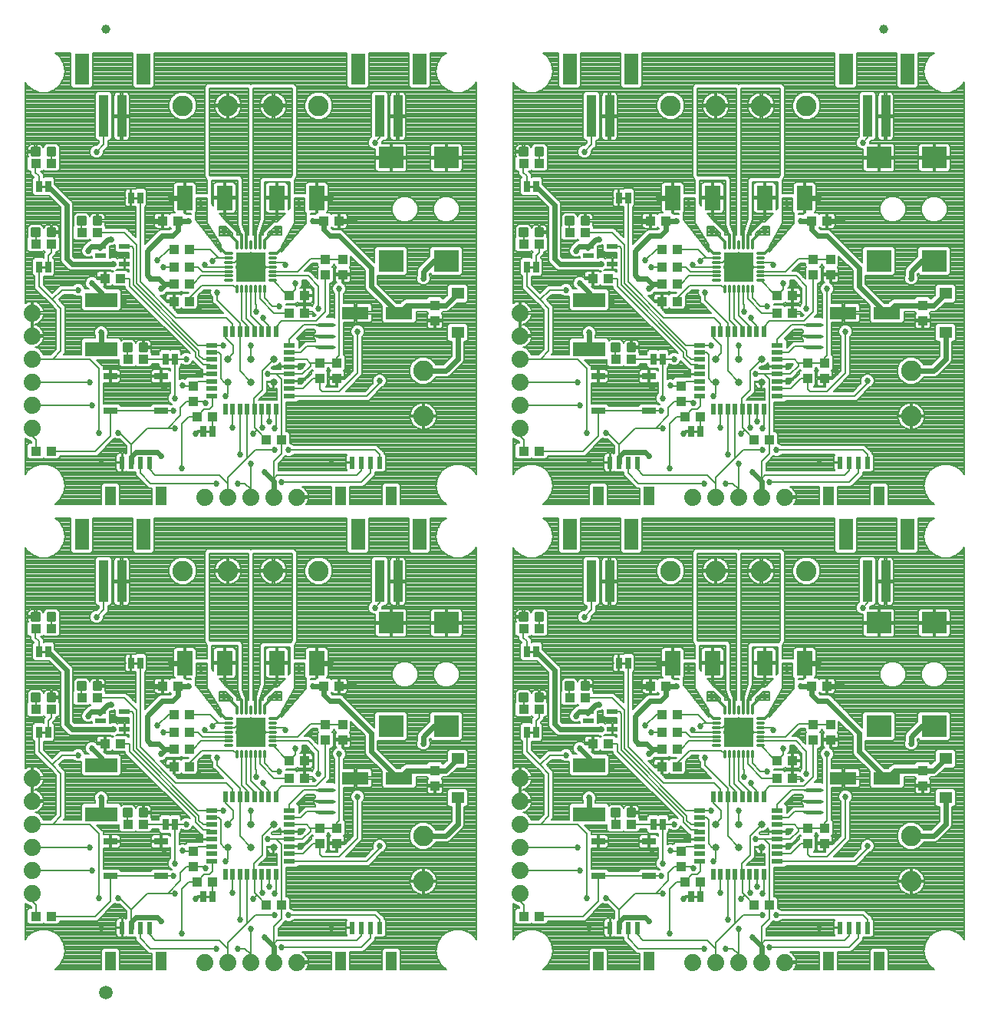
<source format=gtl>
G75*
%MOIN*%
%OFA0B0*%
%FSLAX25Y25*%
%IPPOS*%
%LPD*%
%AMOC8*
5,1,8,0,0,1.08239X$1,22.5*
%
%ADD10R,0.03937X0.04331*%
%ADD11R,0.07087X0.10630*%
%ADD12R,0.04331X0.03937*%
%ADD13R,0.05787X0.05000*%
%ADD14R,0.11024X0.09449*%
%ADD15R,0.11811X0.05512*%
%ADD16C,0.01181*%
%ADD17R,0.12500X0.12500*%
%ADD18C,0.07400*%
%ADD19R,0.04724X0.07874*%
%ADD20R,0.02362X0.05315*%
%ADD21C,0.01000*%
%ADD22R,0.02500X0.05000*%
%ADD23C,0.01772*%
%ADD24C,0.03200*%
%ADD25R,0.05000X0.02200*%
%ADD26R,0.02200X0.05000*%
%ADD27R,0.06000X0.03000*%
%ADD28R,0.03937X0.18110*%
%ADD29R,0.06299X0.13386*%
%ADD30C,0.08858*%
%ADD31R,0.04724X0.02165*%
%ADD32R,0.14173X0.06299*%
%ADD33C,0.03937*%
%ADD34C,0.05906*%
%ADD35C,0.00800*%
%ADD36C,0.02200*%
%ADD37C,0.02700*%
%ADD38C,0.01200*%
D10*
X0113750Y0075154D03*
X0113750Y0081846D03*
X0168750Y0085154D03*
X0168750Y0091846D03*
X0176250Y0091846D03*
X0176250Y0085154D03*
X0218750Y0110154D03*
X0218750Y0116846D03*
X0178750Y0130154D03*
X0178750Y0136846D03*
X0171250Y0136846D03*
X0171250Y0130154D03*
X0325750Y0081846D03*
X0325750Y0075154D03*
X0380750Y0085154D03*
X0388250Y0085154D03*
X0388250Y0091846D03*
X0380750Y0091846D03*
X0383250Y0130154D03*
X0383250Y0136846D03*
X0390750Y0136846D03*
X0390750Y0130154D03*
X0430750Y0116846D03*
X0430750Y0110154D03*
X0325750Y0277154D03*
X0325750Y0283846D03*
X0380750Y0287154D03*
X0388250Y0287154D03*
X0388250Y0293846D03*
X0380750Y0293846D03*
X0383250Y0332154D03*
X0383250Y0338846D03*
X0390750Y0338846D03*
X0390750Y0332154D03*
X0430750Y0318846D03*
X0430750Y0312154D03*
X0218750Y0312154D03*
X0218750Y0318846D03*
X0178750Y0332154D03*
X0178750Y0338846D03*
X0171250Y0338846D03*
X0171250Y0332154D03*
X0168750Y0293846D03*
X0168750Y0287154D03*
X0176250Y0287154D03*
X0176250Y0293846D03*
X0113750Y0283846D03*
X0113750Y0277154D03*
D11*
X0110089Y0365500D03*
X0127411Y0365500D03*
X0150089Y0365500D03*
X0167411Y0365500D03*
X0322089Y0365500D03*
X0339411Y0365500D03*
X0362089Y0365500D03*
X0379411Y0365500D03*
X0379411Y0163500D03*
X0362089Y0163500D03*
X0339411Y0163500D03*
X0322089Y0163500D03*
X0167411Y0163500D03*
X0150089Y0163500D03*
X0127411Y0163500D03*
X0110089Y0163500D03*
D12*
X0107096Y0153500D03*
X0100404Y0153500D03*
X0105404Y0141000D03*
X0112096Y0141000D03*
X0112096Y0133500D03*
X0105404Y0133500D03*
X0105404Y0126000D03*
X0112096Y0126000D03*
X0112096Y0118500D03*
X0105404Y0118500D03*
X0082096Y0128500D03*
X0075404Y0128500D03*
X0052096Y0143500D03*
X0045404Y0143500D03*
X0065404Y0148500D03*
X0072096Y0148500D03*
X0052096Y0178500D03*
X0045404Y0178500D03*
X0045404Y0255500D03*
X0052096Y0255500D03*
X0085404Y0295500D03*
X0092096Y0295500D03*
X0105404Y0320500D03*
X0112096Y0320500D03*
X0112096Y0328000D03*
X0105404Y0328000D03*
X0105404Y0335500D03*
X0112096Y0335500D03*
X0112096Y0343000D03*
X0105404Y0343000D03*
X0107096Y0355500D03*
X0100404Y0355500D03*
X0072096Y0350500D03*
X0065404Y0350500D03*
X0052096Y0345500D03*
X0045404Y0345500D03*
X0075404Y0330500D03*
X0082096Y0330500D03*
X0052096Y0380500D03*
X0045404Y0380500D03*
X0155404Y0323000D03*
X0162096Y0323000D03*
X0162096Y0315500D03*
X0155404Y0315500D03*
X0170404Y0355500D03*
X0177096Y0355500D03*
X0257404Y0345500D03*
X0264096Y0345500D03*
X0277404Y0350500D03*
X0284096Y0350500D03*
X0287404Y0330500D03*
X0294096Y0330500D03*
X0317404Y0328000D03*
X0324096Y0328000D03*
X0324096Y0320500D03*
X0317404Y0320500D03*
X0317404Y0335500D03*
X0324096Y0335500D03*
X0324096Y0343000D03*
X0317404Y0343000D03*
X0319096Y0355500D03*
X0312404Y0355500D03*
X0264096Y0380500D03*
X0257404Y0380500D03*
X0297404Y0295500D03*
X0304096Y0295500D03*
X0327404Y0270500D03*
X0334096Y0270500D03*
X0357404Y0260500D03*
X0364096Y0260500D03*
X0367404Y0315500D03*
X0374096Y0315500D03*
X0374096Y0323000D03*
X0367404Y0323000D03*
X0382404Y0355500D03*
X0389096Y0355500D03*
X0264096Y0255500D03*
X0257404Y0255500D03*
X0257404Y0178500D03*
X0264096Y0178500D03*
X0277404Y0148500D03*
X0284096Y0148500D03*
X0264096Y0143500D03*
X0257404Y0143500D03*
X0287404Y0128500D03*
X0294096Y0128500D03*
X0317404Y0126000D03*
X0324096Y0126000D03*
X0324096Y0118500D03*
X0317404Y0118500D03*
X0317404Y0133500D03*
X0324096Y0133500D03*
X0324096Y0141000D03*
X0317404Y0141000D03*
X0319096Y0153500D03*
X0312404Y0153500D03*
X0367404Y0121000D03*
X0374096Y0121000D03*
X0374096Y0113500D03*
X0367404Y0113500D03*
X0382404Y0153500D03*
X0389096Y0153500D03*
X0304096Y0093500D03*
X0297404Y0093500D03*
X0327404Y0068500D03*
X0334096Y0068500D03*
X0357404Y0058500D03*
X0364096Y0058500D03*
X0264096Y0053500D03*
X0257404Y0053500D03*
X0162096Y0113500D03*
X0155404Y0113500D03*
X0155404Y0121000D03*
X0162096Y0121000D03*
X0170404Y0153500D03*
X0177096Y0153500D03*
X0092096Y0093500D03*
X0085404Y0093500D03*
X0115404Y0068500D03*
X0122096Y0068500D03*
X0145404Y0058500D03*
X0152096Y0058500D03*
X0052096Y0053500D03*
X0045404Y0053500D03*
X0145404Y0260500D03*
X0152096Y0260500D03*
X0122096Y0270500D03*
X0115404Y0270500D03*
D13*
X0228750Y0307035D03*
X0228750Y0323965D03*
X0440750Y0323965D03*
X0440750Y0307035D03*
X0440750Y0121965D03*
X0440750Y0105035D03*
X0228750Y0105035D03*
X0228750Y0121965D03*
D14*
X0223750Y0136059D03*
X0199734Y0136059D03*
X0199734Y0180941D03*
X0223750Y0180941D03*
X0223750Y0338059D03*
X0199734Y0338059D03*
X0199734Y0382941D03*
X0223750Y0382941D03*
X0411734Y0382941D03*
X0435750Y0382941D03*
X0435750Y0338059D03*
X0411734Y0338059D03*
X0411734Y0180941D03*
X0435750Y0180941D03*
X0435750Y0136059D03*
X0411734Y0136059D03*
D15*
X0415199Y0113500D03*
X0396301Y0113500D03*
X0203199Y0113500D03*
X0184301Y0113500D03*
X0184301Y0315500D03*
X0203199Y0315500D03*
X0396301Y0315500D03*
X0415199Y0315500D03*
D16*
X0359096Y0329594D02*
X0359096Y0329594D01*
X0361616Y0329594D01*
X0361616Y0329594D01*
X0359096Y0329594D01*
X0359096Y0331563D02*
X0359096Y0331563D01*
X0361616Y0331563D01*
X0361616Y0331563D01*
X0359096Y0331563D01*
X0359096Y0333531D02*
X0359096Y0333531D01*
X0361616Y0333531D01*
X0361616Y0333531D01*
X0359096Y0333531D01*
X0359096Y0335500D02*
X0359096Y0335500D01*
X0361616Y0335500D01*
X0361616Y0335500D01*
X0359096Y0335500D01*
X0359096Y0337469D02*
X0359096Y0337469D01*
X0361616Y0337469D01*
X0361616Y0337469D01*
X0359096Y0337469D01*
X0359096Y0339437D02*
X0359096Y0339437D01*
X0361616Y0339437D01*
X0361616Y0339437D01*
X0359096Y0339437D01*
X0359096Y0341406D02*
X0359096Y0341406D01*
X0361616Y0341406D01*
X0361616Y0341406D01*
X0359096Y0341406D01*
X0356656Y0343846D02*
X0356656Y0343846D01*
X0356656Y0346366D01*
X0356656Y0346366D01*
X0356656Y0343846D01*
X0356656Y0344968D02*
X0356656Y0344968D01*
X0356656Y0346090D02*
X0356656Y0346090D01*
X0354687Y0343846D02*
X0354687Y0343846D01*
X0354687Y0346366D01*
X0354687Y0346366D01*
X0354687Y0343846D01*
X0354687Y0344968D02*
X0354687Y0344968D01*
X0354687Y0346090D02*
X0354687Y0346090D01*
X0352719Y0343846D02*
X0352719Y0343846D01*
X0352719Y0346366D01*
X0352719Y0346366D01*
X0352719Y0343846D01*
X0352719Y0344968D02*
X0352719Y0344968D01*
X0352719Y0346090D02*
X0352719Y0346090D01*
X0350750Y0343846D02*
X0350750Y0343846D01*
X0350750Y0346366D01*
X0350750Y0346366D01*
X0350750Y0343846D01*
X0350750Y0344968D02*
X0350750Y0344968D01*
X0350750Y0346090D02*
X0350750Y0346090D01*
X0348781Y0343846D02*
X0348781Y0343846D01*
X0348781Y0346366D01*
X0348781Y0346366D01*
X0348781Y0343846D01*
X0348781Y0344968D02*
X0348781Y0344968D01*
X0348781Y0346090D02*
X0348781Y0346090D01*
X0346813Y0343846D02*
X0346813Y0343846D01*
X0346813Y0346366D01*
X0346813Y0346366D01*
X0346813Y0343846D01*
X0346813Y0344968D02*
X0346813Y0344968D01*
X0346813Y0346090D02*
X0346813Y0346090D01*
X0344844Y0343846D02*
X0344844Y0343846D01*
X0344844Y0346366D01*
X0344844Y0346366D01*
X0344844Y0343846D01*
X0344844Y0344968D02*
X0344844Y0344968D01*
X0344844Y0346090D02*
X0344844Y0346090D01*
X0342404Y0341406D02*
X0342404Y0341406D01*
X0339884Y0341406D01*
X0339884Y0341406D01*
X0342404Y0341406D01*
X0342404Y0339437D02*
X0342404Y0339437D01*
X0339884Y0339437D01*
X0339884Y0339437D01*
X0342404Y0339437D01*
X0342404Y0337469D02*
X0342404Y0337469D01*
X0339884Y0337469D01*
X0339884Y0337469D01*
X0342404Y0337469D01*
X0342404Y0335500D02*
X0342404Y0335500D01*
X0339884Y0335500D01*
X0339884Y0335500D01*
X0342404Y0335500D01*
X0342404Y0333531D02*
X0342404Y0333531D01*
X0339884Y0333531D01*
X0339884Y0333531D01*
X0342404Y0333531D01*
X0342404Y0331563D02*
X0342404Y0331563D01*
X0339884Y0331563D01*
X0339884Y0331563D01*
X0342404Y0331563D01*
X0342404Y0329594D02*
X0342404Y0329594D01*
X0339884Y0329594D01*
X0339884Y0329594D01*
X0342404Y0329594D01*
X0344844Y0327154D02*
X0344844Y0327154D01*
X0344844Y0324634D01*
X0344844Y0324634D01*
X0344844Y0327154D01*
X0344844Y0325756D02*
X0344844Y0325756D01*
X0344844Y0326878D02*
X0344844Y0326878D01*
X0346813Y0327154D02*
X0346813Y0327154D01*
X0346813Y0324634D01*
X0346813Y0324634D01*
X0346813Y0327154D01*
X0346813Y0325756D02*
X0346813Y0325756D01*
X0346813Y0326878D02*
X0346813Y0326878D01*
X0348781Y0327154D02*
X0348781Y0327154D01*
X0348781Y0324634D01*
X0348781Y0324634D01*
X0348781Y0327154D01*
X0348781Y0325756D02*
X0348781Y0325756D01*
X0348781Y0326878D02*
X0348781Y0326878D01*
X0350750Y0327154D02*
X0350750Y0327154D01*
X0350750Y0324634D01*
X0350750Y0324634D01*
X0350750Y0327154D01*
X0350750Y0325756D02*
X0350750Y0325756D01*
X0350750Y0326878D02*
X0350750Y0326878D01*
X0352719Y0327154D02*
X0352719Y0327154D01*
X0352719Y0324634D01*
X0352719Y0324634D01*
X0352719Y0327154D01*
X0352719Y0325756D02*
X0352719Y0325756D01*
X0352719Y0326878D02*
X0352719Y0326878D01*
X0354687Y0327154D02*
X0354687Y0327154D01*
X0354687Y0324634D01*
X0354687Y0324634D01*
X0354687Y0327154D01*
X0354687Y0325756D02*
X0354687Y0325756D01*
X0354687Y0326878D02*
X0354687Y0326878D01*
X0356656Y0327154D02*
X0356656Y0327154D01*
X0356656Y0324634D01*
X0356656Y0324634D01*
X0356656Y0327154D01*
X0356656Y0325756D02*
X0356656Y0325756D01*
X0356656Y0326878D02*
X0356656Y0326878D01*
X0302825Y0301878D02*
X0302825Y0299122D01*
X0302825Y0301878D02*
X0305581Y0301878D01*
X0305581Y0299122D01*
X0302825Y0299122D01*
X0302825Y0300244D02*
X0305581Y0300244D01*
X0305581Y0301366D02*
X0302825Y0301366D01*
X0295919Y0301878D02*
X0295919Y0299122D01*
X0295919Y0301878D02*
X0298675Y0301878D01*
X0298675Y0299122D01*
X0295919Y0299122D01*
X0295919Y0300244D02*
X0298675Y0300244D01*
X0298675Y0301366D02*
X0295919Y0301366D01*
X0262825Y0349122D02*
X0262825Y0351878D01*
X0265581Y0351878D01*
X0265581Y0349122D01*
X0262825Y0349122D01*
X0262825Y0350244D02*
X0265581Y0350244D01*
X0265581Y0351366D02*
X0262825Y0351366D01*
X0255919Y0351878D02*
X0255919Y0349122D01*
X0255919Y0351878D02*
X0258675Y0351878D01*
X0258675Y0349122D01*
X0255919Y0349122D01*
X0255919Y0350244D02*
X0258675Y0350244D01*
X0258675Y0351366D02*
X0255919Y0351366D01*
X0275919Y0354122D02*
X0275919Y0356878D01*
X0278675Y0356878D01*
X0278675Y0354122D01*
X0275919Y0354122D01*
X0275919Y0355244D02*
X0278675Y0355244D01*
X0278675Y0356366D02*
X0275919Y0356366D01*
X0282825Y0356878D02*
X0282825Y0354122D01*
X0282825Y0356878D02*
X0285581Y0356878D01*
X0285581Y0354122D01*
X0282825Y0354122D01*
X0282825Y0355244D02*
X0285581Y0355244D01*
X0285581Y0356366D02*
X0282825Y0356366D01*
X0265581Y0384122D02*
X0265581Y0386878D01*
X0265581Y0384122D02*
X0262825Y0384122D01*
X0262825Y0386878D01*
X0265581Y0386878D01*
X0265581Y0385244D02*
X0262825Y0385244D01*
X0262825Y0386366D02*
X0265581Y0386366D01*
X0258675Y0386878D02*
X0258675Y0384122D01*
X0255919Y0384122D01*
X0255919Y0386878D01*
X0258675Y0386878D01*
X0258675Y0385244D02*
X0255919Y0385244D01*
X0255919Y0386366D02*
X0258675Y0386366D01*
X0147096Y0341406D02*
X0147096Y0341406D01*
X0149616Y0341406D01*
X0149616Y0341406D01*
X0147096Y0341406D01*
X0147096Y0339437D02*
X0147096Y0339437D01*
X0149616Y0339437D01*
X0149616Y0339437D01*
X0147096Y0339437D01*
X0147096Y0337469D02*
X0147096Y0337469D01*
X0149616Y0337469D01*
X0149616Y0337469D01*
X0147096Y0337469D01*
X0147096Y0335500D02*
X0147096Y0335500D01*
X0149616Y0335500D01*
X0149616Y0335500D01*
X0147096Y0335500D01*
X0147096Y0333531D02*
X0147096Y0333531D01*
X0149616Y0333531D01*
X0149616Y0333531D01*
X0147096Y0333531D01*
X0147096Y0331563D02*
X0147096Y0331563D01*
X0149616Y0331563D01*
X0149616Y0331563D01*
X0147096Y0331563D01*
X0147096Y0329594D02*
X0147096Y0329594D01*
X0149616Y0329594D01*
X0149616Y0329594D01*
X0147096Y0329594D01*
X0144656Y0327154D02*
X0144656Y0327154D01*
X0144656Y0324634D01*
X0144656Y0324634D01*
X0144656Y0327154D01*
X0144656Y0325756D02*
X0144656Y0325756D01*
X0144656Y0326878D02*
X0144656Y0326878D01*
X0142687Y0327154D02*
X0142687Y0327154D01*
X0142687Y0324634D01*
X0142687Y0324634D01*
X0142687Y0327154D01*
X0142687Y0325756D02*
X0142687Y0325756D01*
X0142687Y0326878D02*
X0142687Y0326878D01*
X0140719Y0327154D02*
X0140719Y0327154D01*
X0140719Y0324634D01*
X0140719Y0324634D01*
X0140719Y0327154D01*
X0140719Y0325756D02*
X0140719Y0325756D01*
X0140719Y0326878D02*
X0140719Y0326878D01*
X0138750Y0327154D02*
X0138750Y0327154D01*
X0138750Y0324634D01*
X0138750Y0324634D01*
X0138750Y0327154D01*
X0138750Y0325756D02*
X0138750Y0325756D01*
X0138750Y0326878D02*
X0138750Y0326878D01*
X0136781Y0327154D02*
X0136781Y0327154D01*
X0136781Y0324634D01*
X0136781Y0324634D01*
X0136781Y0327154D01*
X0136781Y0325756D02*
X0136781Y0325756D01*
X0136781Y0326878D02*
X0136781Y0326878D01*
X0134813Y0327154D02*
X0134813Y0327154D01*
X0134813Y0324634D01*
X0134813Y0324634D01*
X0134813Y0327154D01*
X0134813Y0325756D02*
X0134813Y0325756D01*
X0134813Y0326878D02*
X0134813Y0326878D01*
X0132844Y0327154D02*
X0132844Y0327154D01*
X0132844Y0324634D01*
X0132844Y0324634D01*
X0132844Y0327154D01*
X0132844Y0325756D02*
X0132844Y0325756D01*
X0132844Y0326878D02*
X0132844Y0326878D01*
X0130404Y0329594D02*
X0130404Y0329594D01*
X0127884Y0329594D01*
X0127884Y0329594D01*
X0130404Y0329594D01*
X0130404Y0331563D02*
X0130404Y0331563D01*
X0127884Y0331563D01*
X0127884Y0331563D01*
X0130404Y0331563D01*
X0130404Y0333531D02*
X0130404Y0333531D01*
X0127884Y0333531D01*
X0127884Y0333531D01*
X0130404Y0333531D01*
X0130404Y0335500D02*
X0130404Y0335500D01*
X0127884Y0335500D01*
X0127884Y0335500D01*
X0130404Y0335500D01*
X0130404Y0337469D02*
X0130404Y0337469D01*
X0127884Y0337469D01*
X0127884Y0337469D01*
X0130404Y0337469D01*
X0130404Y0339437D02*
X0130404Y0339437D01*
X0127884Y0339437D01*
X0127884Y0339437D01*
X0130404Y0339437D01*
X0130404Y0341406D02*
X0130404Y0341406D01*
X0127884Y0341406D01*
X0127884Y0341406D01*
X0130404Y0341406D01*
X0132844Y0343846D02*
X0132844Y0343846D01*
X0132844Y0346366D01*
X0132844Y0346366D01*
X0132844Y0343846D01*
X0132844Y0344968D02*
X0132844Y0344968D01*
X0132844Y0346090D02*
X0132844Y0346090D01*
X0134813Y0343846D02*
X0134813Y0343846D01*
X0134813Y0346366D01*
X0134813Y0346366D01*
X0134813Y0343846D01*
X0134813Y0344968D02*
X0134813Y0344968D01*
X0134813Y0346090D02*
X0134813Y0346090D01*
X0136781Y0343846D02*
X0136781Y0343846D01*
X0136781Y0346366D01*
X0136781Y0346366D01*
X0136781Y0343846D01*
X0136781Y0344968D02*
X0136781Y0344968D01*
X0136781Y0346090D02*
X0136781Y0346090D01*
X0138750Y0343846D02*
X0138750Y0343846D01*
X0138750Y0346366D01*
X0138750Y0346366D01*
X0138750Y0343846D01*
X0138750Y0344968D02*
X0138750Y0344968D01*
X0138750Y0346090D02*
X0138750Y0346090D01*
X0140719Y0343846D02*
X0140719Y0343846D01*
X0140719Y0346366D01*
X0140719Y0346366D01*
X0140719Y0343846D01*
X0140719Y0344968D02*
X0140719Y0344968D01*
X0140719Y0346090D02*
X0140719Y0346090D01*
X0142687Y0343846D02*
X0142687Y0343846D01*
X0142687Y0346366D01*
X0142687Y0346366D01*
X0142687Y0343846D01*
X0142687Y0344968D02*
X0142687Y0344968D01*
X0142687Y0346090D02*
X0142687Y0346090D01*
X0144656Y0343846D02*
X0144656Y0343846D01*
X0144656Y0346366D01*
X0144656Y0346366D01*
X0144656Y0343846D01*
X0144656Y0344968D02*
X0144656Y0344968D01*
X0144656Y0346090D02*
X0144656Y0346090D01*
X0090825Y0301878D02*
X0090825Y0299122D01*
X0090825Y0301878D02*
X0093581Y0301878D01*
X0093581Y0299122D01*
X0090825Y0299122D01*
X0090825Y0300244D02*
X0093581Y0300244D01*
X0093581Y0301366D02*
X0090825Y0301366D01*
X0083919Y0301878D02*
X0083919Y0299122D01*
X0083919Y0301878D02*
X0086675Y0301878D01*
X0086675Y0299122D01*
X0083919Y0299122D01*
X0083919Y0300244D02*
X0086675Y0300244D01*
X0086675Y0301366D02*
X0083919Y0301366D01*
X0050825Y0349122D02*
X0050825Y0351878D01*
X0053581Y0351878D01*
X0053581Y0349122D01*
X0050825Y0349122D01*
X0050825Y0350244D02*
X0053581Y0350244D01*
X0053581Y0351366D02*
X0050825Y0351366D01*
X0043919Y0351878D02*
X0043919Y0349122D01*
X0043919Y0351878D02*
X0046675Y0351878D01*
X0046675Y0349122D01*
X0043919Y0349122D01*
X0043919Y0350244D02*
X0046675Y0350244D01*
X0046675Y0351366D02*
X0043919Y0351366D01*
X0063919Y0354122D02*
X0063919Y0356878D01*
X0066675Y0356878D01*
X0066675Y0354122D01*
X0063919Y0354122D01*
X0063919Y0355244D02*
X0066675Y0355244D01*
X0066675Y0356366D02*
X0063919Y0356366D01*
X0070825Y0356878D02*
X0070825Y0354122D01*
X0070825Y0356878D02*
X0073581Y0356878D01*
X0073581Y0354122D01*
X0070825Y0354122D01*
X0070825Y0355244D02*
X0073581Y0355244D01*
X0073581Y0356366D02*
X0070825Y0356366D01*
X0053581Y0384122D02*
X0053581Y0386878D01*
X0053581Y0384122D02*
X0050825Y0384122D01*
X0050825Y0386878D01*
X0053581Y0386878D01*
X0053581Y0385244D02*
X0050825Y0385244D01*
X0050825Y0386366D02*
X0053581Y0386366D01*
X0046675Y0386878D02*
X0046675Y0384122D01*
X0043919Y0384122D01*
X0043919Y0386878D01*
X0046675Y0386878D01*
X0046675Y0385244D02*
X0043919Y0385244D01*
X0043919Y0386366D02*
X0046675Y0386366D01*
X0046675Y0184878D02*
X0046675Y0182122D01*
X0043919Y0182122D01*
X0043919Y0184878D01*
X0046675Y0184878D01*
X0046675Y0183244D02*
X0043919Y0183244D01*
X0043919Y0184366D02*
X0046675Y0184366D01*
X0053581Y0184878D02*
X0053581Y0182122D01*
X0050825Y0182122D01*
X0050825Y0184878D01*
X0053581Y0184878D01*
X0053581Y0183244D02*
X0050825Y0183244D01*
X0050825Y0184366D02*
X0053581Y0184366D01*
X0063919Y0154878D02*
X0063919Y0152122D01*
X0063919Y0154878D02*
X0066675Y0154878D01*
X0066675Y0152122D01*
X0063919Y0152122D01*
X0063919Y0153244D02*
X0066675Y0153244D01*
X0066675Y0154366D02*
X0063919Y0154366D01*
X0070825Y0154878D02*
X0070825Y0152122D01*
X0070825Y0154878D02*
X0073581Y0154878D01*
X0073581Y0152122D01*
X0070825Y0152122D01*
X0070825Y0153244D02*
X0073581Y0153244D01*
X0073581Y0154366D02*
X0070825Y0154366D01*
X0050825Y0149878D02*
X0050825Y0147122D01*
X0050825Y0149878D02*
X0053581Y0149878D01*
X0053581Y0147122D01*
X0050825Y0147122D01*
X0050825Y0148244D02*
X0053581Y0148244D01*
X0053581Y0149366D02*
X0050825Y0149366D01*
X0043919Y0149878D02*
X0043919Y0147122D01*
X0043919Y0149878D02*
X0046675Y0149878D01*
X0046675Y0147122D01*
X0043919Y0147122D01*
X0043919Y0148244D02*
X0046675Y0148244D01*
X0046675Y0149366D02*
X0043919Y0149366D01*
X0083919Y0099878D02*
X0083919Y0097122D01*
X0083919Y0099878D02*
X0086675Y0099878D01*
X0086675Y0097122D01*
X0083919Y0097122D01*
X0083919Y0098244D02*
X0086675Y0098244D01*
X0086675Y0099366D02*
X0083919Y0099366D01*
X0090825Y0099878D02*
X0090825Y0097122D01*
X0090825Y0099878D02*
X0093581Y0099878D01*
X0093581Y0097122D01*
X0090825Y0097122D01*
X0090825Y0098244D02*
X0093581Y0098244D01*
X0093581Y0099366D02*
X0090825Y0099366D01*
X0130404Y0127594D02*
X0130404Y0127594D01*
X0127884Y0127594D01*
X0127884Y0127594D01*
X0130404Y0127594D01*
X0130404Y0129563D02*
X0130404Y0129563D01*
X0127884Y0129563D01*
X0127884Y0129563D01*
X0130404Y0129563D01*
X0130404Y0131531D02*
X0130404Y0131531D01*
X0127884Y0131531D01*
X0127884Y0131531D01*
X0130404Y0131531D01*
X0130404Y0133500D02*
X0130404Y0133500D01*
X0127884Y0133500D01*
X0127884Y0133500D01*
X0130404Y0133500D01*
X0130404Y0135469D02*
X0130404Y0135469D01*
X0127884Y0135469D01*
X0127884Y0135469D01*
X0130404Y0135469D01*
X0130404Y0137437D02*
X0130404Y0137437D01*
X0127884Y0137437D01*
X0127884Y0137437D01*
X0130404Y0137437D01*
X0130404Y0139406D02*
X0130404Y0139406D01*
X0127884Y0139406D01*
X0127884Y0139406D01*
X0130404Y0139406D01*
X0132844Y0141846D02*
X0132844Y0141846D01*
X0132844Y0144366D01*
X0132844Y0144366D01*
X0132844Y0141846D01*
X0132844Y0142968D02*
X0132844Y0142968D01*
X0132844Y0144090D02*
X0132844Y0144090D01*
X0134813Y0141846D02*
X0134813Y0141846D01*
X0134813Y0144366D01*
X0134813Y0144366D01*
X0134813Y0141846D01*
X0134813Y0142968D02*
X0134813Y0142968D01*
X0134813Y0144090D02*
X0134813Y0144090D01*
X0136781Y0141846D02*
X0136781Y0141846D01*
X0136781Y0144366D01*
X0136781Y0144366D01*
X0136781Y0141846D01*
X0136781Y0142968D02*
X0136781Y0142968D01*
X0136781Y0144090D02*
X0136781Y0144090D01*
X0138750Y0141846D02*
X0138750Y0141846D01*
X0138750Y0144366D01*
X0138750Y0144366D01*
X0138750Y0141846D01*
X0138750Y0142968D02*
X0138750Y0142968D01*
X0138750Y0144090D02*
X0138750Y0144090D01*
X0140719Y0141846D02*
X0140719Y0141846D01*
X0140719Y0144366D01*
X0140719Y0144366D01*
X0140719Y0141846D01*
X0140719Y0142968D02*
X0140719Y0142968D01*
X0140719Y0144090D02*
X0140719Y0144090D01*
X0142687Y0141846D02*
X0142687Y0141846D01*
X0142687Y0144366D01*
X0142687Y0144366D01*
X0142687Y0141846D01*
X0142687Y0142968D02*
X0142687Y0142968D01*
X0142687Y0144090D02*
X0142687Y0144090D01*
X0144656Y0141846D02*
X0144656Y0141846D01*
X0144656Y0144366D01*
X0144656Y0144366D01*
X0144656Y0141846D01*
X0144656Y0142968D02*
X0144656Y0142968D01*
X0144656Y0144090D02*
X0144656Y0144090D01*
X0147096Y0139406D02*
X0147096Y0139406D01*
X0149616Y0139406D01*
X0149616Y0139406D01*
X0147096Y0139406D01*
X0147096Y0137437D02*
X0147096Y0137437D01*
X0149616Y0137437D01*
X0149616Y0137437D01*
X0147096Y0137437D01*
X0147096Y0135469D02*
X0147096Y0135469D01*
X0149616Y0135469D01*
X0149616Y0135469D01*
X0147096Y0135469D01*
X0147096Y0133500D02*
X0147096Y0133500D01*
X0149616Y0133500D01*
X0149616Y0133500D01*
X0147096Y0133500D01*
X0147096Y0131531D02*
X0147096Y0131531D01*
X0149616Y0131531D01*
X0149616Y0131531D01*
X0147096Y0131531D01*
X0147096Y0129563D02*
X0147096Y0129563D01*
X0149616Y0129563D01*
X0149616Y0129563D01*
X0147096Y0129563D01*
X0147096Y0127594D02*
X0147096Y0127594D01*
X0149616Y0127594D01*
X0149616Y0127594D01*
X0147096Y0127594D01*
X0144656Y0125154D02*
X0144656Y0125154D01*
X0144656Y0122634D01*
X0144656Y0122634D01*
X0144656Y0125154D01*
X0144656Y0123756D02*
X0144656Y0123756D01*
X0144656Y0124878D02*
X0144656Y0124878D01*
X0142687Y0125154D02*
X0142687Y0125154D01*
X0142687Y0122634D01*
X0142687Y0122634D01*
X0142687Y0125154D01*
X0142687Y0123756D02*
X0142687Y0123756D01*
X0142687Y0124878D02*
X0142687Y0124878D01*
X0140719Y0125154D02*
X0140719Y0125154D01*
X0140719Y0122634D01*
X0140719Y0122634D01*
X0140719Y0125154D01*
X0140719Y0123756D02*
X0140719Y0123756D01*
X0140719Y0124878D02*
X0140719Y0124878D01*
X0138750Y0125154D02*
X0138750Y0125154D01*
X0138750Y0122634D01*
X0138750Y0122634D01*
X0138750Y0125154D01*
X0138750Y0123756D02*
X0138750Y0123756D01*
X0138750Y0124878D02*
X0138750Y0124878D01*
X0136781Y0125154D02*
X0136781Y0125154D01*
X0136781Y0122634D01*
X0136781Y0122634D01*
X0136781Y0125154D01*
X0136781Y0123756D02*
X0136781Y0123756D01*
X0136781Y0124878D02*
X0136781Y0124878D01*
X0134813Y0125154D02*
X0134813Y0125154D01*
X0134813Y0122634D01*
X0134813Y0122634D01*
X0134813Y0125154D01*
X0134813Y0123756D02*
X0134813Y0123756D01*
X0134813Y0124878D02*
X0134813Y0124878D01*
X0132844Y0125154D02*
X0132844Y0125154D01*
X0132844Y0122634D01*
X0132844Y0122634D01*
X0132844Y0125154D01*
X0132844Y0123756D02*
X0132844Y0123756D01*
X0132844Y0124878D02*
X0132844Y0124878D01*
X0255919Y0147122D02*
X0255919Y0149878D01*
X0258675Y0149878D01*
X0258675Y0147122D01*
X0255919Y0147122D01*
X0255919Y0148244D02*
X0258675Y0148244D01*
X0258675Y0149366D02*
X0255919Y0149366D01*
X0262825Y0149878D02*
X0262825Y0147122D01*
X0262825Y0149878D02*
X0265581Y0149878D01*
X0265581Y0147122D01*
X0262825Y0147122D01*
X0262825Y0148244D02*
X0265581Y0148244D01*
X0265581Y0149366D02*
X0262825Y0149366D01*
X0275919Y0152122D02*
X0275919Y0154878D01*
X0278675Y0154878D01*
X0278675Y0152122D01*
X0275919Y0152122D01*
X0275919Y0153244D02*
X0278675Y0153244D01*
X0278675Y0154366D02*
X0275919Y0154366D01*
X0282825Y0154878D02*
X0282825Y0152122D01*
X0282825Y0154878D02*
X0285581Y0154878D01*
X0285581Y0152122D01*
X0282825Y0152122D01*
X0282825Y0153244D02*
X0285581Y0153244D01*
X0285581Y0154366D02*
X0282825Y0154366D01*
X0265581Y0182122D02*
X0265581Y0184878D01*
X0265581Y0182122D02*
X0262825Y0182122D01*
X0262825Y0184878D01*
X0265581Y0184878D01*
X0265581Y0183244D02*
X0262825Y0183244D01*
X0262825Y0184366D02*
X0265581Y0184366D01*
X0258675Y0184878D02*
X0258675Y0182122D01*
X0255919Y0182122D01*
X0255919Y0184878D01*
X0258675Y0184878D01*
X0258675Y0183244D02*
X0255919Y0183244D01*
X0255919Y0184366D02*
X0258675Y0184366D01*
X0342404Y0139406D02*
X0342404Y0139406D01*
X0339884Y0139406D01*
X0339884Y0139406D01*
X0342404Y0139406D01*
X0342404Y0137437D02*
X0342404Y0137437D01*
X0339884Y0137437D01*
X0339884Y0137437D01*
X0342404Y0137437D01*
X0342404Y0135469D02*
X0342404Y0135469D01*
X0339884Y0135469D01*
X0339884Y0135469D01*
X0342404Y0135469D01*
X0342404Y0133500D02*
X0342404Y0133500D01*
X0339884Y0133500D01*
X0339884Y0133500D01*
X0342404Y0133500D01*
X0342404Y0131531D02*
X0342404Y0131531D01*
X0339884Y0131531D01*
X0339884Y0131531D01*
X0342404Y0131531D01*
X0342404Y0129563D02*
X0342404Y0129563D01*
X0339884Y0129563D01*
X0339884Y0129563D01*
X0342404Y0129563D01*
X0342404Y0127594D02*
X0342404Y0127594D01*
X0339884Y0127594D01*
X0339884Y0127594D01*
X0342404Y0127594D01*
X0344844Y0125154D02*
X0344844Y0125154D01*
X0344844Y0122634D01*
X0344844Y0122634D01*
X0344844Y0125154D01*
X0344844Y0123756D02*
X0344844Y0123756D01*
X0344844Y0124878D02*
X0344844Y0124878D01*
X0346813Y0125154D02*
X0346813Y0125154D01*
X0346813Y0122634D01*
X0346813Y0122634D01*
X0346813Y0125154D01*
X0346813Y0123756D02*
X0346813Y0123756D01*
X0346813Y0124878D02*
X0346813Y0124878D01*
X0348781Y0125154D02*
X0348781Y0125154D01*
X0348781Y0122634D01*
X0348781Y0122634D01*
X0348781Y0125154D01*
X0348781Y0123756D02*
X0348781Y0123756D01*
X0348781Y0124878D02*
X0348781Y0124878D01*
X0350750Y0125154D02*
X0350750Y0125154D01*
X0350750Y0122634D01*
X0350750Y0122634D01*
X0350750Y0125154D01*
X0350750Y0123756D02*
X0350750Y0123756D01*
X0350750Y0124878D02*
X0350750Y0124878D01*
X0352719Y0125154D02*
X0352719Y0125154D01*
X0352719Y0122634D01*
X0352719Y0122634D01*
X0352719Y0125154D01*
X0352719Y0123756D02*
X0352719Y0123756D01*
X0352719Y0124878D02*
X0352719Y0124878D01*
X0354687Y0125154D02*
X0354687Y0125154D01*
X0354687Y0122634D01*
X0354687Y0122634D01*
X0354687Y0125154D01*
X0354687Y0123756D02*
X0354687Y0123756D01*
X0354687Y0124878D02*
X0354687Y0124878D01*
X0356656Y0125154D02*
X0356656Y0125154D01*
X0356656Y0122634D01*
X0356656Y0122634D01*
X0356656Y0125154D01*
X0356656Y0123756D02*
X0356656Y0123756D01*
X0356656Y0124878D02*
X0356656Y0124878D01*
X0359096Y0127594D02*
X0359096Y0127594D01*
X0361616Y0127594D01*
X0361616Y0127594D01*
X0359096Y0127594D01*
X0359096Y0129563D02*
X0359096Y0129563D01*
X0361616Y0129563D01*
X0361616Y0129563D01*
X0359096Y0129563D01*
X0359096Y0131531D02*
X0359096Y0131531D01*
X0361616Y0131531D01*
X0361616Y0131531D01*
X0359096Y0131531D01*
X0359096Y0133500D02*
X0359096Y0133500D01*
X0361616Y0133500D01*
X0361616Y0133500D01*
X0359096Y0133500D01*
X0359096Y0135469D02*
X0359096Y0135469D01*
X0361616Y0135469D01*
X0361616Y0135469D01*
X0359096Y0135469D01*
X0359096Y0137437D02*
X0359096Y0137437D01*
X0361616Y0137437D01*
X0361616Y0137437D01*
X0359096Y0137437D01*
X0359096Y0139406D02*
X0359096Y0139406D01*
X0361616Y0139406D01*
X0361616Y0139406D01*
X0359096Y0139406D01*
X0356656Y0141846D02*
X0356656Y0141846D01*
X0356656Y0144366D01*
X0356656Y0144366D01*
X0356656Y0141846D01*
X0356656Y0142968D02*
X0356656Y0142968D01*
X0356656Y0144090D02*
X0356656Y0144090D01*
X0354687Y0141846D02*
X0354687Y0141846D01*
X0354687Y0144366D01*
X0354687Y0144366D01*
X0354687Y0141846D01*
X0354687Y0142968D02*
X0354687Y0142968D01*
X0354687Y0144090D02*
X0354687Y0144090D01*
X0352719Y0141846D02*
X0352719Y0141846D01*
X0352719Y0144366D01*
X0352719Y0144366D01*
X0352719Y0141846D01*
X0352719Y0142968D02*
X0352719Y0142968D01*
X0352719Y0144090D02*
X0352719Y0144090D01*
X0350750Y0141846D02*
X0350750Y0141846D01*
X0350750Y0144366D01*
X0350750Y0144366D01*
X0350750Y0141846D01*
X0350750Y0142968D02*
X0350750Y0142968D01*
X0350750Y0144090D02*
X0350750Y0144090D01*
X0348781Y0141846D02*
X0348781Y0141846D01*
X0348781Y0144366D01*
X0348781Y0144366D01*
X0348781Y0141846D01*
X0348781Y0142968D02*
X0348781Y0142968D01*
X0348781Y0144090D02*
X0348781Y0144090D01*
X0346813Y0141846D02*
X0346813Y0141846D01*
X0346813Y0144366D01*
X0346813Y0144366D01*
X0346813Y0141846D01*
X0346813Y0142968D02*
X0346813Y0142968D01*
X0346813Y0144090D02*
X0346813Y0144090D01*
X0344844Y0141846D02*
X0344844Y0141846D01*
X0344844Y0144366D01*
X0344844Y0144366D01*
X0344844Y0141846D01*
X0344844Y0142968D02*
X0344844Y0142968D01*
X0344844Y0144090D02*
X0344844Y0144090D01*
X0302825Y0099878D02*
X0302825Y0097122D01*
X0302825Y0099878D02*
X0305581Y0099878D01*
X0305581Y0097122D01*
X0302825Y0097122D01*
X0302825Y0098244D02*
X0305581Y0098244D01*
X0305581Y0099366D02*
X0302825Y0099366D01*
X0295919Y0099878D02*
X0295919Y0097122D01*
X0295919Y0099878D02*
X0298675Y0099878D01*
X0298675Y0097122D01*
X0295919Y0097122D01*
X0295919Y0098244D02*
X0298675Y0098244D01*
X0298675Y0099366D02*
X0295919Y0099366D01*
D17*
X0350750Y0133500D03*
X0138750Y0133500D03*
X0138750Y0335500D03*
X0350750Y0335500D03*
D18*
X0255750Y0315500D03*
X0255750Y0305500D03*
X0255750Y0295500D03*
X0255750Y0285500D03*
X0255750Y0275500D03*
X0255750Y0265500D03*
X0330750Y0235500D03*
X0340750Y0235500D03*
X0350750Y0235500D03*
X0360750Y0235500D03*
X0370750Y0235500D03*
X0255750Y0113500D03*
X0255750Y0103500D03*
X0255750Y0093500D03*
X0255750Y0083500D03*
X0255750Y0073500D03*
X0255750Y0063500D03*
X0330750Y0033500D03*
X0340750Y0033500D03*
X0350750Y0033500D03*
X0360750Y0033500D03*
X0370750Y0033500D03*
X0158750Y0033500D03*
X0148750Y0033500D03*
X0138750Y0033500D03*
X0128750Y0033500D03*
X0118750Y0033500D03*
X0043750Y0063500D03*
X0043750Y0073500D03*
X0043750Y0083500D03*
X0043750Y0093500D03*
X0043750Y0103500D03*
X0043750Y0113500D03*
X0118750Y0235500D03*
X0128750Y0235500D03*
X0138750Y0235500D03*
X0148750Y0235500D03*
X0158750Y0235500D03*
X0043750Y0265500D03*
X0043750Y0275500D03*
X0043750Y0285500D03*
X0043750Y0295500D03*
X0043750Y0305500D03*
X0043750Y0315500D03*
D19*
X0077726Y0236031D03*
X0099774Y0236031D03*
X0177726Y0236031D03*
X0199774Y0236031D03*
X0289726Y0236031D03*
X0311774Y0236031D03*
X0389726Y0236031D03*
X0411774Y0236031D03*
X0411774Y0034031D03*
X0389726Y0034031D03*
X0311774Y0034031D03*
X0289726Y0034031D03*
X0199774Y0034031D03*
X0177726Y0034031D03*
X0099774Y0034031D03*
X0077726Y0034031D03*
D20*
X0082844Y0048500D03*
X0086781Y0048500D03*
X0090719Y0048500D03*
X0094656Y0048500D03*
X0182844Y0048500D03*
X0186781Y0048500D03*
X0190719Y0048500D03*
X0194656Y0048500D03*
X0294844Y0048500D03*
X0298781Y0048500D03*
X0302719Y0048500D03*
X0306656Y0048500D03*
X0394844Y0048500D03*
X0398781Y0048500D03*
X0402719Y0048500D03*
X0406656Y0048500D03*
X0406656Y0250500D03*
X0402719Y0250500D03*
X0398781Y0250500D03*
X0394844Y0250500D03*
X0306656Y0250500D03*
X0302719Y0250500D03*
X0298781Y0250500D03*
X0294844Y0250500D03*
X0194656Y0250500D03*
X0190719Y0250500D03*
X0186781Y0250500D03*
X0182844Y0250500D03*
X0094656Y0250500D03*
X0090719Y0250500D03*
X0086781Y0250500D03*
X0082844Y0250500D03*
D21*
X0118250Y0264000D02*
X0122250Y0264000D01*
X0155374Y0285500D02*
X0155650Y0285776D01*
X0167250Y0300776D02*
X0171250Y0300776D01*
X0171026Y0301000D01*
X0171250Y0300776D02*
X0175250Y0300776D01*
X0175250Y0305500D02*
X0171250Y0305500D01*
X0167250Y0305500D01*
X0167250Y0310224D02*
X0171250Y0310224D01*
X0175250Y0310224D01*
X0149774Y0307400D02*
X0149750Y0307424D01*
X0137250Y0307475D02*
X0137175Y0307400D01*
X0105750Y0295500D02*
X0101750Y0295500D01*
X0050750Y0335500D02*
X0046750Y0335500D01*
X0045404Y0350394D02*
X0045297Y0350500D01*
X0046750Y0370500D02*
X0050750Y0370500D01*
X0086750Y0365500D02*
X0090750Y0365500D01*
X0171096Y0339000D02*
X0171250Y0338846D01*
X0257297Y0350500D02*
X0257404Y0350394D01*
X0258750Y0335500D02*
X0262750Y0335500D01*
X0298750Y0365500D02*
X0302750Y0365500D01*
X0262750Y0370500D02*
X0258750Y0370500D01*
X0313750Y0295500D02*
X0317750Y0295500D01*
X0349175Y0307400D02*
X0349250Y0307475D01*
X0361750Y0307424D02*
X0361774Y0307400D01*
X0379250Y0305500D02*
X0383250Y0305500D01*
X0387250Y0305500D01*
X0387250Y0300776D02*
X0383250Y0300776D01*
X0383026Y0301000D01*
X0383250Y0300776D02*
X0379250Y0300776D01*
X0379250Y0310224D02*
X0383250Y0310224D01*
X0387250Y0310224D01*
X0367650Y0285776D02*
X0367374Y0285500D01*
X0334250Y0264000D02*
X0330250Y0264000D01*
X0383250Y0338846D02*
X0383096Y0339000D01*
X0262750Y0168500D02*
X0258750Y0168500D01*
X0257297Y0148500D02*
X0257404Y0148394D01*
X0258750Y0133500D02*
X0262750Y0133500D01*
X0298750Y0163500D02*
X0302750Y0163500D01*
X0349250Y0105475D02*
X0349175Y0105400D01*
X0361750Y0105424D02*
X0361774Y0105400D01*
X0379250Y0103500D02*
X0383250Y0103500D01*
X0387250Y0103500D01*
X0387250Y0098776D02*
X0383250Y0098776D01*
X0383026Y0099000D01*
X0383250Y0098776D02*
X0379250Y0098776D01*
X0379250Y0108224D02*
X0383250Y0108224D01*
X0387250Y0108224D01*
X0367650Y0083776D02*
X0367374Y0083500D01*
X0334250Y0062000D02*
X0330250Y0062000D01*
X0317750Y0093500D02*
X0313750Y0093500D01*
X0383096Y0137000D02*
X0383250Y0136846D01*
X0175250Y0108224D02*
X0171250Y0108224D01*
X0167250Y0108224D01*
X0167250Y0103500D02*
X0171250Y0103500D01*
X0175250Y0103500D01*
X0175250Y0098776D02*
X0171250Y0098776D01*
X0171026Y0099000D01*
X0171250Y0098776D02*
X0167250Y0098776D01*
X0149774Y0105400D02*
X0149750Y0105424D01*
X0137250Y0105475D02*
X0137175Y0105400D01*
X0155650Y0083776D02*
X0155374Y0083500D01*
X0122250Y0062000D02*
X0118250Y0062000D01*
X0105750Y0093500D02*
X0101750Y0093500D01*
X0050750Y0133500D02*
X0046750Y0133500D01*
X0045404Y0148394D02*
X0045297Y0148500D01*
X0046750Y0168500D02*
X0050750Y0168500D01*
X0086750Y0163500D02*
X0090750Y0163500D01*
X0171096Y0137000D02*
X0171250Y0136846D01*
D22*
X0105750Y0093500D03*
X0101750Y0093500D03*
X0118250Y0062000D03*
X0122250Y0062000D03*
X0050750Y0133500D03*
X0046750Y0133500D03*
X0046750Y0168500D03*
X0050750Y0168500D03*
X0086750Y0163500D03*
X0090750Y0163500D03*
X0118250Y0264000D03*
X0122250Y0264000D03*
X0105750Y0295500D03*
X0101750Y0295500D03*
X0050750Y0335500D03*
X0046750Y0335500D03*
X0046750Y0370500D03*
X0050750Y0370500D03*
X0086750Y0365500D03*
X0090750Y0365500D03*
X0258750Y0370500D03*
X0262750Y0370500D03*
X0298750Y0365500D03*
X0302750Y0365500D03*
X0262750Y0335500D03*
X0258750Y0335500D03*
X0313750Y0295500D03*
X0317750Y0295500D03*
X0330250Y0264000D03*
X0334250Y0264000D03*
X0262750Y0168500D03*
X0258750Y0168500D03*
X0258750Y0133500D03*
X0262750Y0133500D03*
X0298750Y0163500D03*
X0302750Y0163500D03*
X0313750Y0093500D03*
X0317750Y0093500D03*
X0330250Y0062000D03*
X0334250Y0062000D03*
D23*
X0380386Y0098776D02*
X0386114Y0098776D01*
X0386114Y0103500D02*
X0380386Y0103500D01*
X0380386Y0108224D02*
X0386114Y0108224D01*
X0174114Y0108224D02*
X0168386Y0108224D01*
X0168386Y0103500D02*
X0174114Y0103500D01*
X0174114Y0098776D02*
X0168386Y0098776D01*
X0168386Y0300776D02*
X0174114Y0300776D01*
X0174114Y0305500D02*
X0168386Y0305500D01*
X0168386Y0310224D02*
X0174114Y0310224D01*
X0380386Y0310224D02*
X0386114Y0310224D01*
X0386114Y0305500D02*
X0380386Y0305500D01*
X0380386Y0300776D02*
X0386114Y0300776D01*
D24*
X0360750Y0295500D03*
X0350750Y0295500D03*
X0350750Y0285500D03*
X0360750Y0285500D03*
X0340750Y0285500D03*
X0340750Y0295500D03*
X0148750Y0295500D03*
X0148750Y0285500D03*
X0138750Y0285500D03*
X0138750Y0295500D03*
X0128750Y0295500D03*
X0128750Y0285500D03*
X0128750Y0093500D03*
X0128750Y0083500D03*
X0138750Y0083500D03*
X0138750Y0093500D03*
X0148750Y0093500D03*
X0148750Y0083500D03*
X0340750Y0083500D03*
X0340750Y0093500D03*
X0350750Y0093500D03*
X0360750Y0093500D03*
X0360750Y0083500D03*
X0350750Y0083500D03*
D25*
X0333850Y0083776D03*
X0333850Y0086925D03*
X0333850Y0090075D03*
X0333850Y0093224D03*
X0333850Y0096374D03*
X0333850Y0099524D03*
X0333850Y0080626D03*
X0333850Y0077476D03*
X0367650Y0077476D03*
X0367650Y0080626D03*
X0367650Y0083776D03*
X0367650Y0086925D03*
X0367650Y0090075D03*
X0367650Y0093224D03*
X0367650Y0096374D03*
X0367650Y0099524D03*
X0155650Y0099524D03*
X0155650Y0096374D03*
X0155650Y0093224D03*
X0155650Y0090075D03*
X0155650Y0086925D03*
X0155650Y0083776D03*
X0155650Y0080626D03*
X0155650Y0077476D03*
X0121850Y0077476D03*
X0121850Y0080626D03*
X0121850Y0083776D03*
X0121850Y0086925D03*
X0121850Y0090075D03*
X0121850Y0093224D03*
X0121850Y0096374D03*
X0121850Y0099524D03*
X0121850Y0279476D03*
X0121850Y0282626D03*
X0121850Y0285776D03*
X0121850Y0288925D03*
X0121850Y0292075D03*
X0121850Y0295224D03*
X0121850Y0298374D03*
X0121850Y0301524D03*
X0155650Y0301524D03*
X0155650Y0298374D03*
X0155650Y0295224D03*
X0155650Y0292075D03*
X0155650Y0288925D03*
X0155650Y0285776D03*
X0155650Y0282626D03*
X0155650Y0279476D03*
X0333850Y0279476D03*
X0333850Y0282626D03*
X0333850Y0285776D03*
X0333850Y0288925D03*
X0333850Y0292075D03*
X0333850Y0295224D03*
X0333850Y0298374D03*
X0333850Y0301524D03*
X0367650Y0301524D03*
X0367650Y0298374D03*
X0367650Y0295224D03*
X0367650Y0292075D03*
X0367650Y0288925D03*
X0367650Y0285776D03*
X0367650Y0282626D03*
X0367650Y0279476D03*
D26*
X0361774Y0273600D03*
X0358624Y0273600D03*
X0355474Y0273600D03*
X0352325Y0273600D03*
X0349175Y0273600D03*
X0346026Y0273600D03*
X0342876Y0273600D03*
X0339726Y0273600D03*
X0339726Y0307400D03*
X0342876Y0307400D03*
X0346026Y0307400D03*
X0349175Y0307400D03*
X0352325Y0307400D03*
X0355474Y0307400D03*
X0358624Y0307400D03*
X0361774Y0307400D03*
X0149774Y0307400D03*
X0146624Y0307400D03*
X0143474Y0307400D03*
X0140325Y0307400D03*
X0137175Y0307400D03*
X0134026Y0307400D03*
X0130876Y0307400D03*
X0127726Y0307400D03*
X0127726Y0273600D03*
X0130876Y0273600D03*
X0134026Y0273600D03*
X0137175Y0273600D03*
X0140325Y0273600D03*
X0143474Y0273600D03*
X0146624Y0273600D03*
X0149774Y0273600D03*
X0149774Y0105400D03*
X0146624Y0105400D03*
X0143474Y0105400D03*
X0140325Y0105400D03*
X0137175Y0105400D03*
X0134026Y0105400D03*
X0130876Y0105400D03*
X0127726Y0105400D03*
X0127726Y0071600D03*
X0130876Y0071600D03*
X0134026Y0071600D03*
X0137175Y0071600D03*
X0140325Y0071600D03*
X0143474Y0071600D03*
X0146624Y0071600D03*
X0149774Y0071600D03*
X0339726Y0071600D03*
X0342876Y0071600D03*
X0346026Y0071600D03*
X0349175Y0071600D03*
X0352325Y0071600D03*
X0355474Y0071600D03*
X0358624Y0071600D03*
X0361774Y0071600D03*
X0361774Y0105400D03*
X0358624Y0105400D03*
X0355474Y0105400D03*
X0352325Y0105400D03*
X0349175Y0105400D03*
X0346026Y0105400D03*
X0342876Y0105400D03*
X0339726Y0105400D03*
D27*
X0311750Y0086000D03*
X0311750Y0071000D03*
X0289750Y0071000D03*
X0289750Y0086000D03*
X0099750Y0086000D03*
X0099750Y0071000D03*
X0077750Y0071000D03*
X0077750Y0086000D03*
X0077750Y0273000D03*
X0077750Y0288000D03*
X0099750Y0288000D03*
X0099750Y0273000D03*
X0289750Y0273000D03*
X0289750Y0288000D03*
X0311750Y0288000D03*
X0311750Y0273000D03*
D28*
X0294687Y0198933D03*
X0286813Y0198933D03*
X0202687Y0198933D03*
X0194813Y0198933D03*
X0082687Y0198933D03*
X0074813Y0198933D03*
X0074813Y0400933D03*
X0082687Y0400933D03*
X0194813Y0400933D03*
X0202687Y0400933D03*
X0286813Y0400933D03*
X0294687Y0400933D03*
X0406813Y0400933D03*
X0414687Y0400933D03*
X0414687Y0198933D03*
X0406813Y0198933D03*
D29*
X0397364Y0219406D03*
X0424136Y0219406D03*
X0304136Y0219406D03*
X0277364Y0219406D03*
X0212136Y0219406D03*
X0185364Y0219406D03*
X0092136Y0219406D03*
X0065364Y0219406D03*
X0065364Y0421406D03*
X0092136Y0421406D03*
X0185364Y0421406D03*
X0212136Y0421406D03*
X0277364Y0421406D03*
X0304136Y0421406D03*
X0397364Y0421406D03*
X0424136Y0421406D03*
D30*
X0380278Y0405500D03*
X0360593Y0405500D03*
X0340907Y0405500D03*
X0321222Y0405500D03*
X0425750Y0290343D03*
X0425750Y0270657D03*
X0380278Y0203500D03*
X0360593Y0203500D03*
X0340907Y0203500D03*
X0321222Y0203500D03*
X0213750Y0270657D03*
X0213750Y0290343D03*
X0168278Y0203500D03*
X0148593Y0203500D03*
X0128907Y0203500D03*
X0109222Y0203500D03*
X0213750Y0088343D03*
X0213750Y0068657D03*
X0425750Y0068657D03*
X0425750Y0088343D03*
X0168278Y0405500D03*
X0148593Y0405500D03*
X0128907Y0405500D03*
X0109222Y0405500D03*
D31*
X0083869Y0344240D03*
X0083869Y0336760D03*
X0073631Y0336760D03*
X0073631Y0340500D03*
X0073631Y0344240D03*
X0285631Y0344240D03*
X0285631Y0340500D03*
X0285631Y0336760D03*
X0295869Y0336760D03*
X0295869Y0344240D03*
X0295869Y0142240D03*
X0295869Y0134760D03*
X0285631Y0134760D03*
X0285631Y0138500D03*
X0285631Y0142240D03*
X0083869Y0142240D03*
X0083869Y0134760D03*
X0073631Y0134760D03*
X0073631Y0138500D03*
X0073631Y0142240D03*
D32*
X0073750Y0119130D03*
X0073750Y0097870D03*
X0285750Y0097870D03*
X0285750Y0119130D03*
X0285750Y0299870D03*
X0285750Y0321130D03*
X0073750Y0321130D03*
X0073750Y0299870D03*
D33*
X0075750Y0438750D03*
X0413750Y0438750D03*
D34*
X0075750Y0020250D03*
D35*
X0040750Y0043244D02*
X0040750Y0059006D01*
X0042696Y0058200D01*
X0042722Y0058200D01*
X0043404Y0057518D01*
X0043404Y0057068D01*
X0042575Y0057068D01*
X0041638Y0056131D01*
X0041638Y0050869D01*
X0042575Y0049931D01*
X0048232Y0049931D01*
X0048750Y0050450D01*
X0049268Y0049931D01*
X0054925Y0049931D01*
X0055862Y0050869D01*
X0055862Y0051500D01*
X0072078Y0051500D01*
X0078578Y0058000D01*
X0079578Y0059000D01*
X0079579Y0058999D01*
X0080663Y0058550D01*
X0081837Y0058550D01*
X0081884Y0058569D01*
X0084781Y0055672D01*
X0084781Y0052766D01*
X0084497Y0052481D01*
X0084210Y0052557D01*
X0083035Y0052557D01*
X0083035Y0048691D01*
X0082654Y0048691D01*
X0082654Y0052557D01*
X0081479Y0052557D01*
X0081123Y0052462D01*
X0080804Y0052278D01*
X0080543Y0052017D01*
X0080359Y0051698D01*
X0080263Y0051342D01*
X0080263Y0048691D01*
X0082654Y0048691D01*
X0082654Y0048309D01*
X0083035Y0048309D01*
X0083035Y0044443D01*
X0084210Y0044443D01*
X0084566Y0044538D01*
X0084614Y0044566D01*
X0084938Y0044243D01*
X0088625Y0044243D01*
X0088719Y0044336D01*
X0088719Y0043203D01*
X0089890Y0042031D01*
X0093250Y0038672D01*
X0093250Y0038672D01*
X0094422Y0037500D01*
X0095811Y0037500D01*
X0095811Y0030500D01*
X0081689Y0030500D01*
X0081689Y0038631D01*
X0080751Y0039568D01*
X0074701Y0039568D01*
X0073764Y0038631D01*
X0073764Y0030500D01*
X0053684Y0030500D01*
X0055984Y0032430D01*
X0057624Y0035270D01*
X0057624Y0035270D01*
X0058193Y0038500D01*
X0057624Y0041730D01*
X0055984Y0044570D01*
X0055984Y0044570D01*
X0053472Y0046678D01*
X0050390Y0047800D01*
X0047110Y0047800D01*
X0044028Y0046678D01*
X0041516Y0044570D01*
X0040750Y0043244D01*
X0040750Y0043672D02*
X0040997Y0043672D01*
X0040750Y0044470D02*
X0041458Y0044470D01*
X0041516Y0044570D02*
X0041516Y0044570D01*
X0041516Y0044570D01*
X0040750Y0045269D02*
X0042348Y0045269D01*
X0043300Y0046067D02*
X0040750Y0046067D01*
X0040750Y0046866D02*
X0044543Y0046866D01*
X0044028Y0046678D02*
X0044028Y0046678D01*
X0046737Y0047664D02*
X0040750Y0047664D01*
X0040750Y0048463D02*
X0082654Y0048463D01*
X0082654Y0048309D02*
X0080263Y0048309D01*
X0080263Y0045658D01*
X0080359Y0045302D01*
X0080543Y0044983D01*
X0080804Y0044722D01*
X0081123Y0044538D01*
X0081479Y0044443D01*
X0082654Y0044443D01*
X0082654Y0048309D01*
X0082654Y0047664D02*
X0083035Y0047664D01*
X0083035Y0046866D02*
X0082654Y0046866D01*
X0082654Y0046067D02*
X0083035Y0046067D01*
X0083035Y0045269D02*
X0082654Y0045269D01*
X0082654Y0044470D02*
X0083035Y0044470D01*
X0084313Y0044470D02*
X0084710Y0044470D01*
X0081376Y0044470D02*
X0056042Y0044470D01*
X0056503Y0043672D02*
X0088719Y0043672D01*
X0089048Y0042873D02*
X0056964Y0042873D01*
X0057425Y0042075D02*
X0089847Y0042075D01*
X0089890Y0042031D02*
X0089890Y0042031D01*
X0090645Y0041276D02*
X0057704Y0041276D01*
X0057624Y0041730D02*
X0057624Y0041730D01*
X0057845Y0040478D02*
X0091444Y0040478D01*
X0092242Y0039679D02*
X0057986Y0039679D01*
X0058126Y0038881D02*
X0074014Y0038881D01*
X0073764Y0038082D02*
X0058120Y0038082D01*
X0058193Y0038500D02*
X0058193Y0038500D01*
X0057979Y0037284D02*
X0073764Y0037284D01*
X0073764Y0036485D02*
X0057838Y0036485D01*
X0057697Y0035687D02*
X0073764Y0035687D01*
X0073764Y0034888D02*
X0057403Y0034888D01*
X0056942Y0034090D02*
X0073764Y0034090D01*
X0073764Y0033291D02*
X0056481Y0033291D01*
X0056020Y0032493D02*
X0073764Y0032493D01*
X0073764Y0031694D02*
X0055107Y0031694D01*
X0055984Y0032430D02*
X0055984Y0032430D01*
X0055984Y0032430D01*
X0054156Y0030896D02*
X0073764Y0030896D01*
X0081689Y0030896D02*
X0095811Y0030896D01*
X0095811Y0031694D02*
X0081689Y0031694D01*
X0081689Y0032493D02*
X0095811Y0032493D01*
X0095811Y0033291D02*
X0081689Y0033291D01*
X0081689Y0034090D02*
X0095811Y0034090D01*
X0095811Y0034888D02*
X0081689Y0034888D01*
X0081689Y0035687D02*
X0095811Y0035687D01*
X0095811Y0036485D02*
X0081689Y0036485D01*
X0081689Y0037284D02*
X0095811Y0037284D01*
X0093839Y0038082D02*
X0081689Y0038082D01*
X0081439Y0038881D02*
X0093041Y0038881D01*
X0095250Y0039500D02*
X0090719Y0044031D01*
X0090719Y0048500D01*
X0094656Y0048500D02*
X0094656Y0045594D01*
X0097250Y0043000D01*
X0125250Y0043000D01*
X0128750Y0039500D01*
X0128750Y0033500D01*
X0128750Y0039500D02*
X0128750Y0042000D01*
X0137175Y0050425D01*
X0140750Y0054000D01*
X0149250Y0054000D01*
X0152096Y0052346D02*
X0148750Y0049000D01*
X0148750Y0041500D01*
X0150250Y0043000D01*
X0184750Y0043000D01*
X0186781Y0045031D01*
X0186781Y0048500D01*
X0190719Y0048500D02*
X0190719Y0043969D01*
X0186750Y0040000D01*
X0152250Y0040000D01*
X0148750Y0041500D02*
X0148750Y0033500D01*
X0138750Y0033500D02*
X0138750Y0037000D01*
X0136250Y0039500D01*
X0133250Y0039500D01*
X0138750Y0037000D02*
X0138750Y0048000D01*
X0137175Y0050425D02*
X0137175Y0071600D01*
X0140250Y0071675D02*
X0140325Y0071600D01*
X0140325Y0063579D01*
X0141327Y0062577D01*
X0139750Y0061000D01*
X0141327Y0062577D02*
X0145404Y0058500D01*
X0143880Y0063630D02*
X0143474Y0064035D01*
X0143474Y0071600D01*
X0146624Y0071600D02*
X0146750Y0071474D01*
X0146750Y0066500D01*
X0149250Y0063500D02*
X0149300Y0063500D01*
X0149250Y0063500D02*
X0149774Y0064024D01*
X0149774Y0071600D01*
X0150050Y0075700D02*
X0142278Y0075700D01*
X0145750Y0079172D01*
X0145750Y0080828D01*
X0145750Y0084050D01*
X0145801Y0084050D01*
X0145750Y0083795D01*
X0145750Y0083600D01*
X0148650Y0083600D01*
X0148650Y0083400D01*
X0148850Y0083400D01*
X0148850Y0080500D01*
X0149045Y0080500D01*
X0149625Y0080615D01*
X0150050Y0080791D01*
X0150050Y0075700D01*
X0150050Y0076411D02*
X0142989Y0076411D01*
X0143788Y0077209D02*
X0150050Y0077209D01*
X0150050Y0078008D02*
X0144586Y0078008D01*
X0145385Y0078806D02*
X0150050Y0078806D01*
X0150050Y0079605D02*
X0145750Y0079605D01*
X0145750Y0080403D02*
X0150050Y0080403D01*
X0148650Y0080500D02*
X0148650Y0083400D01*
X0145750Y0083400D01*
X0145750Y0083205D01*
X0145865Y0082625D01*
X0146091Y0082079D01*
X0146420Y0081588D01*
X0146838Y0081170D01*
X0147329Y0080841D01*
X0147875Y0080615D01*
X0148455Y0080500D01*
X0148650Y0080500D01*
X0148650Y0081202D02*
X0148850Y0081202D01*
X0148850Y0082000D02*
X0148650Y0082000D01*
X0148650Y0082799D02*
X0148850Y0082799D01*
X0148650Y0083597D02*
X0145750Y0083597D01*
X0145750Y0082799D02*
X0145831Y0082799D01*
X0145750Y0082000D02*
X0146144Y0082000D01*
X0145750Y0081202D02*
X0146806Y0081202D01*
X0143750Y0080000D02*
X0140250Y0076500D01*
X0140250Y0071675D01*
X0134026Y0071600D02*
X0134026Y0052224D01*
X0134197Y0052053D01*
X0130750Y0063500D02*
X0130750Y0063550D01*
X0130750Y0063500D02*
X0130876Y0063626D01*
X0130876Y0071600D01*
X0127750Y0077500D02*
X0128750Y0078500D01*
X0128750Y0083500D01*
X0127250Y0083500D01*
X0125750Y0085000D01*
X0125750Y0095500D01*
X0124876Y0096374D01*
X0121850Y0096374D01*
X0121850Y0093224D02*
X0118026Y0093224D01*
X0116250Y0095000D01*
X0116250Y0097121D01*
X0087750Y0125621D01*
X0087750Y0141500D01*
X0087010Y0142240D01*
X0083869Y0142240D01*
X0085750Y0139557D02*
X0080844Y0139557D01*
X0079906Y0140495D01*
X0079906Y0142993D01*
X0078837Y0142550D01*
X0077760Y0142550D01*
X0077594Y0142384D01*
X0077594Y0140495D01*
X0077469Y0140370D01*
X0077594Y0140245D01*
X0077594Y0137450D01*
X0077810Y0137450D01*
X0078413Y0137700D01*
X0079587Y0137700D01*
X0080671Y0137251D01*
X0080845Y0137077D01*
X0080966Y0137147D01*
X0081322Y0137243D01*
X0083727Y0137243D01*
X0083727Y0134901D01*
X0084010Y0134901D01*
X0084010Y0137243D01*
X0085750Y0137243D01*
X0085750Y0139557D01*
X0085750Y0139493D02*
X0077594Y0139493D01*
X0077594Y0138695D02*
X0085750Y0138695D01*
X0085750Y0137896D02*
X0077594Y0137896D01*
X0077548Y0140292D02*
X0080109Y0140292D01*
X0079906Y0141090D02*
X0077594Y0141090D01*
X0077594Y0141889D02*
X0079906Y0141889D01*
X0079906Y0142687D02*
X0079168Y0142687D01*
X0083750Y0148500D02*
X0072096Y0148500D01*
X0075862Y0150500D02*
X0075862Y0151131D01*
X0075479Y0151514D01*
X0075571Y0151860D01*
X0075571Y0153100D01*
X0072603Y0153100D01*
X0072603Y0153900D01*
X0075571Y0153900D01*
X0075571Y0155140D01*
X0075436Y0155646D01*
X0075174Y0156100D01*
X0074803Y0156471D01*
X0074349Y0156733D01*
X0073843Y0156868D01*
X0072603Y0156868D01*
X0072603Y0153900D01*
X0071803Y0153900D01*
X0071803Y0156868D01*
X0070563Y0156868D01*
X0070056Y0156733D01*
X0069603Y0156471D01*
X0069232Y0156100D01*
X0068970Y0155646D01*
X0068866Y0155257D01*
X0068866Y0155785D01*
X0067583Y0157068D01*
X0063012Y0157068D01*
X0061729Y0155785D01*
X0061729Y0151222D01*
X0061638Y0151131D01*
X0061638Y0145869D01*
X0062575Y0144931D01*
X0068232Y0144931D01*
X0068750Y0145450D01*
X0069260Y0144940D01*
X0068953Y0144940D01*
X0067961Y0144529D01*
X0066721Y0143289D01*
X0065961Y0142529D01*
X0065858Y0142279D01*
X0065749Y0142171D01*
X0065300Y0141087D01*
X0065300Y0139913D01*
X0065749Y0138829D01*
X0066579Y0137999D01*
X0067663Y0137550D01*
X0068837Y0137550D01*
X0069669Y0137895D01*
X0069669Y0137450D01*
X0062118Y0137450D01*
X0061450Y0138118D01*
X0061450Y0161037D01*
X0061039Y0162029D01*
X0060279Y0162789D01*
X0053600Y0169468D01*
X0053600Y0171663D01*
X0052663Y0172600D01*
X0048837Y0172600D01*
X0048750Y0172513D01*
X0048750Y0173828D01*
X0047647Y0174931D01*
X0048232Y0174931D01*
X0048750Y0175450D01*
X0049268Y0174931D01*
X0054925Y0174931D01*
X0055862Y0175869D01*
X0055862Y0181131D01*
X0055771Y0181222D01*
X0055771Y0185785D01*
X0054488Y0187068D01*
X0049917Y0187068D01*
X0048634Y0185785D01*
X0048634Y0185257D01*
X0048530Y0185646D01*
X0048268Y0186100D01*
X0047897Y0186471D01*
X0047444Y0186733D01*
X0046937Y0186868D01*
X0045697Y0186868D01*
X0045697Y0183900D01*
X0044897Y0183900D01*
X0044897Y0183100D01*
X0041929Y0183100D01*
X0041929Y0181860D01*
X0042021Y0181514D01*
X0041638Y0181131D01*
X0041638Y0175869D01*
X0042575Y0174931D01*
X0043250Y0174931D01*
X0043250Y0173672D01*
X0044422Y0172500D01*
X0044579Y0172342D01*
X0043900Y0171663D01*
X0043900Y0165337D01*
X0044837Y0164400D01*
X0048663Y0164400D01*
X0048750Y0164487D01*
X0048837Y0164400D01*
X0051032Y0164400D01*
X0056050Y0159382D01*
X0056050Y0136463D01*
X0056461Y0135471D01*
X0057221Y0134711D01*
X0059471Y0132461D01*
X0060463Y0132050D01*
X0077810Y0132050D01*
X0078413Y0131800D01*
X0079000Y0131800D01*
X0078609Y0131409D01*
X0078429Y0131589D01*
X0078109Y0131773D01*
X0077753Y0131868D01*
X0075804Y0131868D01*
X0075804Y0128900D01*
X0075004Y0128900D01*
X0075004Y0131868D01*
X0073054Y0131868D01*
X0072698Y0131773D01*
X0072379Y0131589D01*
X0072118Y0131328D01*
X0071934Y0131009D01*
X0071838Y0130653D01*
X0071838Y0128900D01*
X0075003Y0128900D01*
X0075003Y0128100D01*
X0072280Y0128100D01*
X0072251Y0128171D01*
X0071421Y0129001D01*
X0070337Y0129450D01*
X0069163Y0129450D01*
X0068079Y0129001D01*
X0067249Y0128171D01*
X0066800Y0127087D01*
X0066800Y0125913D01*
X0067249Y0124829D01*
X0068079Y0123999D01*
X0068368Y0123880D01*
X0066700Y0123880D01*
X0066700Y0124087D01*
X0066251Y0125171D01*
X0065421Y0126001D01*
X0064337Y0126450D01*
X0063163Y0126450D01*
X0062079Y0126001D01*
X0061578Y0125500D01*
X0055922Y0125500D01*
X0052500Y0122078D01*
X0048750Y0125828D01*
X0048750Y0129487D01*
X0048750Y0129487D01*
X0048837Y0129400D01*
X0052663Y0129400D01*
X0053600Y0130337D01*
X0053600Y0136663D01*
X0052750Y0137513D01*
X0052750Y0137672D01*
X0054096Y0139018D01*
X0054096Y0139931D01*
X0054925Y0139931D01*
X0055862Y0140869D01*
X0055862Y0146131D01*
X0055479Y0146514D01*
X0055571Y0146860D01*
X0055571Y0148100D01*
X0052603Y0148100D01*
X0052603Y0148900D01*
X0055571Y0148900D01*
X0055571Y0150140D01*
X0055436Y0150646D01*
X0055174Y0151100D01*
X0054803Y0151471D01*
X0054349Y0151733D01*
X0053843Y0151868D01*
X0052603Y0151868D01*
X0052603Y0148900D01*
X0051803Y0148900D01*
X0051803Y0151868D01*
X0050563Y0151868D01*
X0050056Y0151733D01*
X0049603Y0151471D01*
X0049232Y0151100D01*
X0048970Y0150646D01*
X0048866Y0150257D01*
X0048866Y0150785D01*
X0047583Y0152068D01*
X0043012Y0152068D01*
X0041729Y0150785D01*
X0041729Y0146222D01*
X0041638Y0146131D01*
X0041638Y0140869D01*
X0042575Y0139931D01*
X0048232Y0139931D01*
X0048750Y0140450D01*
X0049268Y0139931D01*
X0049353Y0139931D01*
X0048750Y0139328D01*
X0048750Y0137513D01*
X0048663Y0137600D01*
X0044837Y0137600D01*
X0043900Y0136663D01*
X0043900Y0130337D01*
X0044750Y0129487D01*
X0044750Y0124172D01*
X0050500Y0118422D01*
X0050500Y0118422D01*
X0051672Y0117250D01*
X0054250Y0114672D01*
X0054250Y0097828D01*
X0051922Y0095500D01*
X0048658Y0095500D01*
X0048243Y0096502D01*
X0046752Y0097993D01*
X0045237Y0098621D01*
X0045708Y0098774D01*
X0046423Y0099138D01*
X0047072Y0099610D01*
X0047640Y0100178D01*
X0048112Y0100827D01*
X0048476Y0101542D01*
X0048724Y0102306D01*
X0048850Y0103099D01*
X0048850Y0103100D01*
X0044150Y0103100D01*
X0044150Y0103900D01*
X0043350Y0103900D01*
X0043350Y0113100D01*
X0044150Y0113100D01*
X0044150Y0113900D01*
X0043350Y0113900D01*
X0043350Y0118600D01*
X0043349Y0118600D01*
X0042556Y0118474D01*
X0041792Y0118226D01*
X0041077Y0117862D01*
X0040750Y0117624D01*
X0040750Y0213756D01*
X0041516Y0212430D01*
X0041516Y0212430D01*
X0044028Y0210322D01*
X0047110Y0209200D01*
X0050390Y0209200D01*
X0053472Y0210322D01*
X0055984Y0212430D01*
X0057624Y0215270D01*
X0057624Y0215270D01*
X0058193Y0218500D01*
X0057624Y0221730D01*
X0055984Y0224570D01*
X0055984Y0224570D01*
X0053684Y0226500D01*
X0060615Y0226500D01*
X0060615Y0212050D01*
X0061552Y0211113D01*
X0069177Y0211113D01*
X0070114Y0212050D01*
X0070114Y0226500D01*
X0087386Y0226500D01*
X0087386Y0212050D01*
X0088323Y0211113D01*
X0095948Y0211113D01*
X0096885Y0212050D01*
X0096885Y0226500D01*
X0180615Y0226500D01*
X0180615Y0212050D01*
X0181552Y0211113D01*
X0189177Y0211113D01*
X0190114Y0212050D01*
X0190114Y0226500D01*
X0207386Y0226500D01*
X0207386Y0212050D01*
X0208323Y0211113D01*
X0215948Y0211113D01*
X0216885Y0212050D01*
X0216885Y0226500D01*
X0223816Y0226500D01*
X0221516Y0224570D01*
X0219876Y0221730D01*
X0219876Y0221730D01*
X0219307Y0218500D01*
X0219876Y0215270D01*
X0221516Y0212430D01*
X0221516Y0212430D01*
X0224028Y0210322D01*
X0227110Y0209200D01*
X0230390Y0209200D01*
X0233472Y0210322D01*
X0235984Y0212430D01*
X0236750Y0213756D01*
X0236750Y0043244D01*
X0235984Y0044570D01*
X0235984Y0044570D01*
X0233472Y0046678D01*
X0230390Y0047800D01*
X0227110Y0047800D01*
X0224028Y0046678D01*
X0221516Y0044570D01*
X0219876Y0041730D01*
X0219876Y0041730D01*
X0219307Y0038500D01*
X0219876Y0035270D01*
X0221516Y0032430D01*
X0221516Y0032430D01*
X0223816Y0030500D01*
X0203736Y0030500D01*
X0203736Y0038631D01*
X0202799Y0039568D01*
X0196749Y0039568D01*
X0195811Y0038631D01*
X0195811Y0030500D01*
X0181689Y0030500D01*
X0181689Y0038000D01*
X0187578Y0038000D01*
X0188750Y0039172D01*
X0192718Y0043140D01*
X0192718Y0044336D01*
X0192812Y0044243D01*
X0196499Y0044243D01*
X0197437Y0045180D01*
X0197437Y0051820D01*
X0196655Y0052601D01*
X0196655Y0052923D01*
X0194750Y0054828D01*
X0193578Y0056000D01*
X0157422Y0056000D01*
X0156921Y0056501D01*
X0155862Y0056940D01*
X0155862Y0061131D01*
X0154925Y0062068D01*
X0154096Y0062068D01*
X0154096Y0074776D01*
X0158813Y0074776D01*
X0159513Y0075476D01*
X0190055Y0075476D01*
X0195835Y0081256D01*
X0196421Y0081499D01*
X0197251Y0082329D01*
X0197700Y0083413D01*
X0197700Y0084587D01*
X0197251Y0085671D01*
X0196421Y0086501D01*
X0195337Y0086950D01*
X0194163Y0086950D01*
X0193079Y0086501D01*
X0192249Y0085671D01*
X0191800Y0084587D01*
X0191800Y0083413D01*
X0191957Y0083035D01*
X0188398Y0079476D01*
X0180055Y0079476D01*
X0187250Y0086672D01*
X0187250Y0103328D01*
X0187751Y0103829D01*
X0188200Y0104913D01*
X0188200Y0106087D01*
X0187751Y0107171D01*
X0186921Y0108001D01*
X0185837Y0108450D01*
X0184663Y0108450D01*
X0183579Y0108001D01*
X0182749Y0107171D01*
X0182300Y0106087D01*
X0182300Y0104913D01*
X0182749Y0103829D01*
X0183250Y0103328D01*
X0183250Y0088328D01*
X0179618Y0084697D01*
X0179618Y0084754D01*
X0176650Y0084754D01*
X0176650Y0085554D01*
X0179618Y0085554D01*
X0179618Y0087503D01*
X0179523Y0087859D01*
X0179339Y0088179D01*
X0179159Y0088359D01*
X0179818Y0089018D01*
X0179818Y0094675D01*
X0179250Y0095243D01*
X0179250Y0109344D01*
X0183901Y0109344D01*
X0183901Y0113100D01*
X0184701Y0113100D01*
X0184701Y0109344D01*
X0190391Y0109344D01*
X0190747Y0109440D01*
X0191066Y0109624D01*
X0191327Y0109884D01*
X0191511Y0110204D01*
X0191607Y0110560D01*
X0191607Y0113100D01*
X0184701Y0113100D01*
X0184701Y0113900D01*
X0183901Y0113900D01*
X0183901Y0117656D01*
X0179250Y0117656D01*
X0179250Y0121828D01*
X0179751Y0122329D01*
X0180200Y0123413D01*
X0180200Y0124587D01*
X0179751Y0125671D01*
X0178921Y0126501D01*
X0178350Y0126737D01*
X0178350Y0129753D01*
X0179150Y0129753D01*
X0179150Y0126588D01*
X0180903Y0126588D01*
X0181259Y0126684D01*
X0181578Y0126868D01*
X0181839Y0127129D01*
X0182023Y0127448D01*
X0182118Y0127804D01*
X0182118Y0129754D01*
X0179150Y0129754D01*
X0179150Y0130554D01*
X0182118Y0130554D01*
X0182118Y0132503D01*
X0182023Y0132859D01*
X0181839Y0133179D01*
X0181659Y0133359D01*
X0182318Y0134018D01*
X0182318Y0138113D01*
X0188550Y0131882D01*
X0188550Y0124463D01*
X0188961Y0123471D01*
X0195693Y0116738D01*
X0195693Y0110081D01*
X0196631Y0109144D01*
X0209767Y0109144D01*
X0210704Y0110081D01*
X0210704Y0114146D01*
X0215181Y0114146D01*
X0215181Y0114018D01*
X0215841Y0113359D01*
X0215661Y0113179D01*
X0215477Y0112859D01*
X0215381Y0112503D01*
X0215381Y0110554D01*
X0218350Y0110554D01*
X0218350Y0109754D01*
X0215381Y0109754D01*
X0215381Y0107804D01*
X0215477Y0107448D01*
X0215661Y0107129D01*
X0215922Y0106868D01*
X0216241Y0106684D01*
X0216597Y0106588D01*
X0218350Y0106588D01*
X0218350Y0109753D01*
X0219150Y0109753D01*
X0219150Y0106588D01*
X0220903Y0106588D01*
X0221259Y0106684D01*
X0221578Y0106868D01*
X0221839Y0107129D01*
X0222023Y0107448D01*
X0222118Y0107804D01*
X0222118Y0109754D01*
X0219150Y0109754D01*
X0219150Y0110554D01*
X0222118Y0110554D01*
X0222118Y0112503D01*
X0222023Y0112859D01*
X0221839Y0113179D01*
X0221659Y0113359D01*
X0222318Y0114018D01*
X0222318Y0114146D01*
X0224169Y0114146D01*
X0225161Y0114558D01*
X0228468Y0117865D01*
X0232306Y0117865D01*
X0233244Y0118802D01*
X0233244Y0125127D01*
X0232306Y0126065D01*
X0225194Y0126065D01*
X0224256Y0125127D01*
X0224256Y0121289D01*
X0222514Y0119546D01*
X0222318Y0119546D01*
X0222318Y0119675D01*
X0221381Y0120612D01*
X0216119Y0120612D01*
X0215181Y0119675D01*
X0215181Y0119546D01*
X0206008Y0119546D01*
X0205016Y0119135D01*
X0204256Y0118376D01*
X0203736Y0117856D01*
X0202212Y0117856D01*
X0193950Y0126118D01*
X0193950Y0129735D01*
X0205909Y0129735D01*
X0206846Y0130672D01*
X0206846Y0141446D01*
X0205909Y0142383D01*
X0193560Y0142383D01*
X0192622Y0141446D01*
X0192622Y0135446D01*
X0179539Y0148529D01*
X0179539Y0148529D01*
X0178779Y0149289D01*
X0177787Y0149700D01*
X0174368Y0149700D01*
X0173684Y0150384D01*
X0173891Y0150591D01*
X0174071Y0150411D01*
X0174391Y0150227D01*
X0174747Y0150131D01*
X0176696Y0150131D01*
X0176696Y0153100D01*
X0177496Y0153100D01*
X0177496Y0150131D01*
X0179446Y0150131D01*
X0179802Y0150227D01*
X0180121Y0150411D01*
X0180382Y0150672D01*
X0180566Y0150991D01*
X0180662Y0151347D01*
X0180662Y0153100D01*
X0177496Y0153100D01*
X0177496Y0153900D01*
X0176696Y0153900D01*
X0176696Y0156868D01*
X0174747Y0156868D01*
X0174391Y0156773D01*
X0174071Y0156589D01*
X0173891Y0156409D01*
X0173232Y0157068D01*
X0171818Y0157068D01*
X0172075Y0157325D01*
X0172259Y0157645D01*
X0172355Y0158001D01*
X0172355Y0163100D01*
X0167811Y0163100D01*
X0167811Y0157068D01*
X0167575Y0157068D01*
X0166775Y0156268D01*
X0166337Y0156450D01*
X0165163Y0156450D01*
X0164750Y0156279D01*
X0164750Y0156785D01*
X0167011Y0156785D01*
X0167011Y0163100D01*
X0167811Y0163100D01*
X0167811Y0163900D01*
X0167011Y0163900D01*
X0167011Y0170215D01*
X0163684Y0170215D01*
X0163328Y0170120D01*
X0163008Y0169935D01*
X0162748Y0169675D01*
X0162564Y0169355D01*
X0162468Y0168999D01*
X0162468Y0165500D01*
X0157750Y0165500D01*
X0157750Y0171201D01*
X0158358Y0172279D01*
X0158750Y0172672D01*
X0158750Y0172975D01*
X0158899Y0173240D01*
X0158750Y0173774D01*
X0158750Y0211828D01*
X0157578Y0213000D01*
X0138922Y0213000D01*
X0138750Y0212828D01*
X0138578Y0213000D01*
X0119922Y0213000D01*
X0118750Y0211828D01*
X0118750Y0173788D01*
X0118598Y0173270D01*
X0118750Y0172990D01*
X0118750Y0172672D01*
X0119132Y0172289D01*
X0119750Y0171157D01*
X0119750Y0165500D01*
X0115032Y0165500D01*
X0115032Y0168999D01*
X0114936Y0169355D01*
X0114752Y0169675D01*
X0114491Y0169935D01*
X0114172Y0170120D01*
X0113816Y0170215D01*
X0110489Y0170215D01*
X0110489Y0163900D01*
X0109689Y0163900D01*
X0109689Y0170215D01*
X0106361Y0170215D01*
X0106005Y0170120D01*
X0105686Y0169935D01*
X0105425Y0169675D01*
X0105241Y0169355D01*
X0105145Y0168999D01*
X0105145Y0163900D01*
X0109689Y0163900D01*
X0109689Y0163100D01*
X0110489Y0163100D01*
X0110489Y0156785D01*
X0112750Y0156785D01*
X0112750Y0156279D01*
X0112337Y0156450D01*
X0111163Y0156450D01*
X0110725Y0156268D01*
X0109925Y0157068D01*
X0109689Y0157068D01*
X0109689Y0163100D01*
X0105145Y0163100D01*
X0105145Y0158001D01*
X0105241Y0157645D01*
X0105425Y0157325D01*
X0105682Y0157068D01*
X0104268Y0157068D01*
X0103609Y0156409D01*
X0103429Y0156589D01*
X0103109Y0156773D01*
X0102753Y0156868D01*
X0100804Y0156868D01*
X0100804Y0153900D01*
X0100004Y0153900D01*
X0100004Y0156868D01*
X0098054Y0156868D01*
X0097698Y0156773D01*
X0097379Y0156589D01*
X0097118Y0156328D01*
X0096934Y0156009D01*
X0096838Y0155653D01*
X0096838Y0153900D01*
X0100003Y0153900D01*
X0100003Y0153100D01*
X0096838Y0153100D01*
X0096838Y0151347D01*
X0096934Y0150991D01*
X0097118Y0150672D01*
X0097379Y0150411D01*
X0097698Y0150227D01*
X0098054Y0150131D01*
X0100004Y0150131D01*
X0100004Y0153100D01*
X0100804Y0153100D01*
X0100804Y0150131D01*
X0102753Y0150131D01*
X0103109Y0150227D01*
X0103429Y0150411D01*
X0103609Y0150591D01*
X0104066Y0150134D01*
X0103632Y0149700D01*
X0099713Y0149700D01*
X0098721Y0149289D01*
X0097961Y0148529D01*
X0092750Y0143318D01*
X0092750Y0159487D01*
X0093600Y0160337D01*
X0093600Y0166663D01*
X0092663Y0167600D01*
X0088837Y0167600D01*
X0088541Y0167304D01*
X0088540Y0167305D01*
X0088184Y0167400D01*
X0086975Y0167400D01*
X0086975Y0165600D01*
X0086525Y0165600D01*
X0086525Y0167400D01*
X0085316Y0167400D01*
X0084960Y0167305D01*
X0084640Y0167120D01*
X0084380Y0166860D01*
X0084195Y0166540D01*
X0084100Y0166184D01*
X0084100Y0163725D01*
X0084650Y0163725D01*
X0084650Y0163275D01*
X0084100Y0163275D01*
X0084100Y0160816D01*
X0084195Y0160460D01*
X0084380Y0160140D01*
X0084640Y0159880D01*
X0084960Y0159695D01*
X0085316Y0159600D01*
X0086525Y0159600D01*
X0086525Y0161400D01*
X0086975Y0161400D01*
X0086975Y0159600D01*
X0088184Y0159600D01*
X0088540Y0159695D01*
X0088541Y0159696D01*
X0088750Y0159487D01*
X0088750Y0146328D01*
X0085750Y0149328D01*
X0085750Y0149328D01*
X0084578Y0150500D01*
X0075862Y0150500D01*
X0075862Y0150672D02*
X0088750Y0150672D01*
X0088750Y0149874D02*
X0085205Y0149874D01*
X0086003Y0149075D02*
X0088750Y0149075D01*
X0088750Y0148277D02*
X0086802Y0148277D01*
X0087600Y0147478D02*
X0088750Y0147478D01*
X0088750Y0146680D02*
X0088399Y0146680D01*
X0089250Y0143000D02*
X0083750Y0148500D01*
X0088750Y0151471D02*
X0075522Y0151471D01*
X0075571Y0152269D02*
X0088750Y0152269D01*
X0088750Y0153068D02*
X0075571Y0153068D01*
X0075571Y0154665D02*
X0088750Y0154665D01*
X0088750Y0155463D02*
X0075485Y0155463D01*
X0075012Y0156262D02*
X0088750Y0156262D01*
X0088750Y0157060D02*
X0067591Y0157060D01*
X0068389Y0156262D02*
X0069394Y0156262D01*
X0068921Y0155463D02*
X0068866Y0155463D01*
X0071803Y0155463D02*
X0072603Y0155463D01*
X0072603Y0154665D02*
X0071803Y0154665D01*
X0072603Y0153866D02*
X0088750Y0153866D01*
X0088750Y0157859D02*
X0061450Y0157859D01*
X0061450Y0158657D02*
X0088750Y0158657D01*
X0088750Y0159456D02*
X0061450Y0159456D01*
X0061450Y0160254D02*
X0084314Y0160254D01*
X0084100Y0161053D02*
X0061443Y0161053D01*
X0061113Y0161851D02*
X0084100Y0161851D01*
X0084100Y0162650D02*
X0060418Y0162650D01*
X0059620Y0163448D02*
X0084650Y0163448D01*
X0084100Y0164247D02*
X0058821Y0164247D01*
X0058023Y0165045D02*
X0084100Y0165045D01*
X0084100Y0165844D02*
X0057224Y0165844D01*
X0056426Y0166642D02*
X0084254Y0166642D01*
X0086525Y0166642D02*
X0086975Y0166642D01*
X0086975Y0165844D02*
X0086525Y0165844D01*
X0088678Y0167441D02*
X0055627Y0167441D01*
X0054829Y0168239D02*
X0105145Y0168239D01*
X0105145Y0167441D02*
X0092822Y0167441D01*
X0093600Y0166642D02*
X0105145Y0166642D01*
X0105145Y0165844D02*
X0093600Y0165844D01*
X0093600Y0165045D02*
X0105145Y0165045D01*
X0105145Y0164247D02*
X0093600Y0164247D01*
X0093600Y0163448D02*
X0109689Y0163448D01*
X0109689Y0162650D02*
X0110489Y0162650D01*
X0110489Y0161851D02*
X0109689Y0161851D01*
X0109689Y0161053D02*
X0110489Y0161053D01*
X0110489Y0160254D02*
X0109689Y0160254D01*
X0109689Y0159456D02*
X0110489Y0159456D01*
X0110489Y0158657D02*
X0109689Y0158657D01*
X0109689Y0157859D02*
X0110489Y0157859D01*
X0110489Y0157060D02*
X0109933Y0157060D01*
X0105183Y0157859D02*
X0092750Y0157859D01*
X0092750Y0158657D02*
X0105145Y0158657D01*
X0105145Y0159456D02*
X0092750Y0159456D01*
X0093517Y0160254D02*
X0105145Y0160254D01*
X0105145Y0161053D02*
X0093600Y0161053D01*
X0093600Y0161851D02*
X0105145Y0161851D01*
X0105145Y0162650D02*
X0093600Y0162650D01*
X0090750Y0163500D02*
X0090750Y0127000D01*
X0106250Y0111500D01*
X0128250Y0111500D01*
X0130876Y0108874D01*
X0130876Y0105400D01*
X0127976Y0105150D02*
X0127976Y0102654D01*
X0131250Y0099380D01*
X0131250Y0096000D01*
X0128750Y0093500D01*
X0126700Y0099050D02*
X0126700Y0099500D01*
X0126700Y0099050D02*
X0126226Y0099524D01*
X0121850Y0099524D01*
X0115969Y0099524D01*
X0089250Y0126243D01*
X0089250Y0143000D01*
X0092750Y0143486D02*
X0092917Y0143486D01*
X0092750Y0144284D02*
X0093716Y0144284D01*
X0094514Y0145083D02*
X0092750Y0145083D01*
X0092750Y0145881D02*
X0095313Y0145881D01*
X0096111Y0146680D02*
X0092750Y0146680D01*
X0092750Y0147478D02*
X0096910Y0147478D01*
X0097708Y0148277D02*
X0092750Y0148277D01*
X0092750Y0149075D02*
X0098507Y0149075D01*
X0097961Y0148529D02*
X0097961Y0148529D01*
X0097118Y0150672D02*
X0092750Y0150672D01*
X0092750Y0149874D02*
X0103805Y0149874D01*
X0100804Y0150672D02*
X0100004Y0150672D01*
X0100004Y0151471D02*
X0100804Y0151471D01*
X0100804Y0152269D02*
X0100004Y0152269D01*
X0100004Y0153068D02*
X0100804Y0153068D01*
X0100003Y0153866D02*
X0092750Y0153866D01*
X0092750Y0153068D02*
X0096838Y0153068D01*
X0096838Y0152269D02*
X0092750Y0152269D01*
X0092750Y0151471D02*
X0096838Y0151471D01*
X0096838Y0154665D02*
X0092750Y0154665D01*
X0092750Y0155463D02*
X0096838Y0155463D01*
X0097080Y0156262D02*
X0092750Y0156262D01*
X0092750Y0157060D02*
X0104260Y0157060D01*
X0100804Y0156262D02*
X0100004Y0156262D01*
X0100004Y0155463D02*
X0100804Y0155463D01*
X0100804Y0154665D02*
X0100004Y0154665D01*
X0109689Y0164247D02*
X0110489Y0164247D01*
X0110489Y0165045D02*
X0109689Y0165045D01*
X0109689Y0165844D02*
X0110489Y0165844D01*
X0110489Y0166642D02*
X0109689Y0166642D01*
X0109689Y0167441D02*
X0110489Y0167441D01*
X0110489Y0168239D02*
X0109689Y0168239D01*
X0109689Y0169038D02*
X0110489Y0169038D01*
X0110489Y0169837D02*
X0109689Y0169837D01*
X0105587Y0169837D02*
X0053600Y0169837D01*
X0053600Y0170635D02*
X0119750Y0170635D01*
X0119750Y0169837D02*
X0114590Y0169837D01*
X0115022Y0169038D02*
X0119750Y0169038D01*
X0119750Y0168239D02*
X0115032Y0168239D01*
X0115032Y0167441D02*
X0119750Y0167441D01*
X0119750Y0166642D02*
X0115032Y0166642D01*
X0115032Y0165844D02*
X0119750Y0165844D01*
X0121750Y0165844D02*
X0122468Y0165844D01*
X0122468Y0166642D02*
X0121750Y0166642D01*
X0121750Y0167441D02*
X0122468Y0167441D01*
X0122468Y0168239D02*
X0121750Y0168239D01*
X0121750Y0169038D02*
X0122478Y0169038D01*
X0122468Y0168999D02*
X0122468Y0163900D01*
X0127011Y0163900D01*
X0127011Y0163100D01*
X0122468Y0163100D01*
X0122468Y0160038D01*
X0121750Y0160900D01*
X0121750Y0171000D01*
X0133250Y0171000D01*
X0133250Y0151556D01*
X0134581Y0147857D01*
X0134581Y0147500D01*
X0132917Y0147500D01*
X0132750Y0147700D01*
X0132750Y0148828D01*
X0131578Y0150000D01*
X0128578Y0153000D01*
X0128333Y0153000D01*
X0125179Y0156785D01*
X0127011Y0156785D01*
X0127011Y0163100D01*
X0127811Y0163100D01*
X0127811Y0156785D01*
X0131139Y0156785D01*
X0131495Y0156880D01*
X0131814Y0157065D01*
X0132075Y0157325D01*
X0132259Y0157645D01*
X0132355Y0158001D01*
X0132355Y0163100D01*
X0127811Y0163100D01*
X0127811Y0163900D01*
X0127011Y0163900D01*
X0127011Y0170215D01*
X0123684Y0170215D01*
X0123328Y0170120D01*
X0123008Y0169935D01*
X0122748Y0169675D01*
X0122564Y0169355D01*
X0122468Y0168999D01*
X0122910Y0169837D02*
X0121750Y0169837D01*
X0121750Y0170635D02*
X0133250Y0170635D01*
X0133250Y0169837D02*
X0131913Y0169837D01*
X0131814Y0169935D02*
X0131495Y0170120D01*
X0131139Y0170215D01*
X0127811Y0170215D01*
X0127811Y0163900D01*
X0132355Y0163900D01*
X0132355Y0168999D01*
X0132259Y0169355D01*
X0132075Y0169675D01*
X0131814Y0169935D01*
X0132344Y0169038D02*
X0133250Y0169038D01*
X0133250Y0168239D02*
X0132355Y0168239D01*
X0132355Y0167441D02*
X0133250Y0167441D01*
X0133250Y0166642D02*
X0132355Y0166642D01*
X0132355Y0165844D02*
X0133250Y0165844D01*
X0133250Y0165045D02*
X0132355Y0165045D01*
X0132355Y0164247D02*
X0133250Y0164247D01*
X0133250Y0163448D02*
X0127811Y0163448D01*
X0127811Y0162650D02*
X0127011Y0162650D01*
X0127011Y0163448D02*
X0121750Y0163448D01*
X0121750Y0162650D02*
X0122468Y0162650D01*
X0122468Y0161851D02*
X0121750Y0161851D01*
X0121750Y0161053D02*
X0122468Y0161053D01*
X0122468Y0160254D02*
X0122288Y0160254D01*
X0119750Y0160254D02*
X0115232Y0160254D01*
X0115232Y0159456D02*
X0119750Y0159456D01*
X0119750Y0158657D02*
X0115232Y0158657D01*
X0115232Y0157859D02*
X0119750Y0157859D01*
X0119750Y0157060D02*
X0114770Y0157060D01*
X0114750Y0157040D02*
X0115232Y0157522D01*
X0115232Y0163500D01*
X0119750Y0163500D01*
X0119750Y0152692D01*
X0125750Y0143000D01*
X0125750Y0140000D01*
X0114750Y0154143D01*
X0114750Y0157040D01*
X0114750Y0156262D02*
X0119750Y0156262D01*
X0119750Y0155463D02*
X0114750Y0155463D01*
X0114750Y0154665D02*
X0119750Y0154665D01*
X0119750Y0153866D02*
X0114965Y0153866D01*
X0115586Y0153068D02*
X0119750Y0153068D01*
X0120012Y0152269D02*
X0116207Y0152269D01*
X0116828Y0151471D02*
X0120506Y0151471D01*
X0121001Y0150672D02*
X0117449Y0150672D01*
X0118070Y0149874D02*
X0121495Y0149874D01*
X0121989Y0149075D02*
X0118692Y0149075D01*
X0119313Y0148277D02*
X0122483Y0148277D01*
X0122978Y0147478D02*
X0119934Y0147478D01*
X0120555Y0146680D02*
X0123472Y0146680D01*
X0123966Y0145881D02*
X0121176Y0145881D01*
X0121797Y0145083D02*
X0124461Y0145083D01*
X0124955Y0144284D02*
X0122418Y0144284D01*
X0123039Y0143486D02*
X0125449Y0143486D01*
X0125750Y0142687D02*
X0123660Y0142687D01*
X0124281Y0141889D02*
X0125750Y0141889D01*
X0125750Y0141090D02*
X0124902Y0141090D01*
X0125523Y0140292D02*
X0125750Y0140292D01*
X0124813Y0137437D02*
X0123637Y0137437D01*
X0122250Y0136050D01*
X0124813Y0137437D02*
X0121250Y0141000D01*
X0112096Y0141000D01*
X0105404Y0141000D02*
X0103000Y0141000D01*
X0098250Y0136250D01*
X0100750Y0133500D02*
X0105404Y0133500D01*
X0112096Y0133500D02*
X0115750Y0133500D01*
X0117719Y0131531D01*
X0129144Y0131531D01*
X0129144Y0129563D02*
X0117313Y0129563D01*
X0113750Y0126000D01*
X0112096Y0126000D01*
X0111700Y0122431D02*
X0111337Y0122068D01*
X0109268Y0122068D01*
X0108609Y0121409D01*
X0108429Y0121589D01*
X0108109Y0121773D01*
X0107753Y0121868D01*
X0105804Y0121868D01*
X0105804Y0118900D01*
X0105004Y0118900D01*
X0105004Y0121868D01*
X0103054Y0121868D01*
X0102698Y0121773D01*
X0102379Y0121589D01*
X0102118Y0121328D01*
X0101934Y0121009D01*
X0101838Y0120653D01*
X0101838Y0118900D01*
X0105003Y0118900D01*
X0105003Y0118100D01*
X0102478Y0118100D01*
X0099528Y0121050D01*
X0100337Y0121050D01*
X0101421Y0121499D01*
X0102251Y0122329D01*
X0102376Y0122631D01*
X0102575Y0122431D01*
X0108232Y0122431D01*
X0108750Y0122950D01*
X0109268Y0122431D01*
X0111700Y0122431D01*
X0112096Y0120000D02*
X0112096Y0118500D01*
X0112096Y0120000D02*
X0117596Y0125500D01*
X0131239Y0125500D01*
X0132844Y0123894D01*
X0134813Y0123894D02*
X0134813Y0110437D01*
X0137250Y0108000D01*
X0137250Y0105475D01*
X0140325Y0105400D02*
X0140325Y0107425D01*
X0136781Y0110969D01*
X0136781Y0123894D01*
X0138750Y0123894D02*
X0138750Y0112500D01*
X0143474Y0107776D01*
X0143474Y0105400D01*
X0146624Y0105400D02*
X0146624Y0108126D01*
X0144250Y0110500D01*
X0144250Y0111500D01*
X0141300Y0114000D02*
X0141300Y0116950D01*
X0140719Y0117531D01*
X0140719Y0123894D01*
X0142687Y0123894D02*
X0142687Y0119563D01*
X0148750Y0113500D01*
X0155404Y0113500D01*
X0154200Y0117068D02*
X0154200Y0117087D01*
X0154057Y0117431D01*
X0158232Y0117431D01*
X0158891Y0118091D01*
X0159071Y0117911D01*
X0159391Y0117727D01*
X0159747Y0117631D01*
X0161696Y0117631D01*
X0161696Y0120600D01*
X0162496Y0120600D01*
X0162496Y0117631D01*
X0164446Y0117631D01*
X0164802Y0117727D01*
X0165121Y0117911D01*
X0165382Y0118172D01*
X0165566Y0118491D01*
X0165662Y0118847D01*
X0165662Y0120600D01*
X0162496Y0120600D01*
X0162496Y0121400D01*
X0161696Y0121400D01*
X0161696Y0124368D01*
X0160277Y0124368D01*
X0160751Y0124842D01*
X0161200Y0125926D01*
X0161200Y0127100D01*
X0161008Y0127563D01*
X0162859Y0127563D01*
X0166250Y0124172D01*
X0166250Y0117672D01*
X0165749Y0117171D01*
X0165392Y0116310D01*
X0165382Y0116328D01*
X0165121Y0116589D01*
X0164802Y0116773D01*
X0164446Y0116868D01*
X0162496Y0116868D01*
X0162496Y0113900D01*
X0161696Y0113900D01*
X0161696Y0116868D01*
X0159747Y0116868D01*
X0159391Y0116773D01*
X0159071Y0116589D01*
X0158891Y0116409D01*
X0158232Y0117068D01*
X0154200Y0117068D01*
X0154180Y0117135D02*
X0165734Y0117135D01*
X0165403Y0116336D02*
X0165374Y0116336D01*
X0165143Y0117933D02*
X0166250Y0117933D01*
X0166250Y0118732D02*
X0165631Y0118732D01*
X0165662Y0119530D02*
X0166250Y0119530D01*
X0166250Y0120329D02*
X0165662Y0120329D01*
X0166250Y0121127D02*
X0162496Y0121127D01*
X0162496Y0121400D02*
X0165662Y0121400D01*
X0165662Y0123153D01*
X0165566Y0123509D01*
X0165382Y0123828D01*
X0165121Y0124089D01*
X0164802Y0124273D01*
X0164446Y0124368D01*
X0162496Y0124368D01*
X0162496Y0121400D01*
X0162496Y0121926D02*
X0161696Y0121926D01*
X0161696Y0122724D02*
X0162496Y0122724D01*
X0162496Y0123523D02*
X0161696Y0123523D01*
X0161696Y0124321D02*
X0162496Y0124321D01*
X0160866Y0125120D02*
X0165302Y0125120D01*
X0164622Y0124321D02*
X0166100Y0124321D01*
X0166250Y0123523D02*
X0165558Y0123523D01*
X0165662Y0122724D02*
X0166250Y0122724D01*
X0166250Y0121926D02*
X0165662Y0121926D01*
X0162496Y0120329D02*
X0161696Y0120329D01*
X0161696Y0119530D02*
X0162496Y0119530D01*
X0162496Y0118732D02*
X0161696Y0118732D01*
X0161696Y0117933D02*
X0162496Y0117933D01*
X0162496Y0116336D02*
X0161696Y0116336D01*
X0161696Y0115538D02*
X0162496Y0115538D01*
X0162496Y0114739D02*
X0161696Y0114739D01*
X0161696Y0113941D02*
X0162496Y0113941D01*
X0162496Y0113900D02*
X0165662Y0113900D01*
X0165662Y0114040D01*
X0165749Y0113829D01*
X0166579Y0112999D01*
X0167174Y0112753D01*
X0166422Y0112000D01*
X0165662Y0112000D01*
X0165662Y0113100D01*
X0162496Y0113100D01*
X0162496Y0113900D01*
X0162496Y0113142D02*
X0166436Y0113142D01*
X0166765Y0112344D02*
X0165662Y0112344D01*
X0165662Y0113941D02*
X0165703Y0113941D01*
X0168250Y0115500D02*
X0168250Y0125000D01*
X0163687Y0129563D01*
X0148356Y0129563D01*
X0148356Y0131531D02*
X0159281Y0131531D01*
X0164750Y0137000D01*
X0171096Y0137000D01*
X0171250Y0136846D02*
X0178750Y0136846D01*
X0182318Y0137098D02*
X0183334Y0137098D01*
X0182536Y0137896D02*
X0182318Y0137896D01*
X0182318Y0136299D02*
X0184133Y0136299D01*
X0184931Y0135501D02*
X0182318Y0135501D01*
X0182318Y0134702D02*
X0185730Y0134702D01*
X0186528Y0133903D02*
X0182204Y0133903D01*
X0181881Y0133105D02*
X0187327Y0133105D01*
X0188125Y0132306D02*
X0182118Y0132306D01*
X0182118Y0131508D02*
X0188550Y0131508D01*
X0188550Y0130709D02*
X0182118Y0130709D01*
X0182118Y0129112D02*
X0188550Y0129112D01*
X0188550Y0128314D02*
X0182118Y0128314D01*
X0182041Y0127515D02*
X0188550Y0127515D01*
X0188550Y0126717D02*
X0181317Y0126717D01*
X0179504Y0125918D02*
X0188550Y0125918D01*
X0188550Y0125120D02*
X0179979Y0125120D01*
X0180200Y0124321D02*
X0188609Y0124321D01*
X0188939Y0123523D02*
X0180200Y0123523D01*
X0179915Y0122724D02*
X0189707Y0122724D01*
X0190506Y0121926D02*
X0179348Y0121926D01*
X0179250Y0121127D02*
X0191304Y0121127D01*
X0192103Y0120329D02*
X0179250Y0120329D01*
X0179250Y0119530D02*
X0192901Y0119530D01*
X0193700Y0118732D02*
X0179250Y0118732D01*
X0179250Y0117933D02*
X0194498Y0117933D01*
X0195297Y0117135D02*
X0191308Y0117135D01*
X0191327Y0117116D02*
X0191066Y0117376D01*
X0190747Y0117560D01*
X0190391Y0117656D01*
X0184701Y0117656D01*
X0184701Y0113900D01*
X0191607Y0113900D01*
X0191607Y0116440D01*
X0191511Y0116796D01*
X0191327Y0117116D01*
X0191607Y0116336D02*
X0195693Y0116336D01*
X0195693Y0115538D02*
X0191607Y0115538D01*
X0191607Y0114739D02*
X0195693Y0114739D01*
X0195693Y0113941D02*
X0191607Y0113941D01*
X0191607Y0112344D02*
X0195693Y0112344D01*
X0195693Y0113142D02*
X0184701Y0113142D01*
X0184701Y0112344D02*
X0183901Y0112344D01*
X0183901Y0111545D02*
X0184701Y0111545D01*
X0184701Y0110747D02*
X0183901Y0110747D01*
X0183901Y0109948D02*
X0184701Y0109948D01*
X0184425Y0108351D02*
X0179250Y0108351D01*
X0179250Y0107553D02*
X0183131Y0107553D01*
X0182576Y0106754D02*
X0179250Y0106754D01*
X0179250Y0105956D02*
X0182300Y0105956D01*
X0182300Y0105157D02*
X0179250Y0105157D01*
X0179250Y0104359D02*
X0182530Y0104359D01*
X0183018Y0103560D02*
X0179250Y0103560D01*
X0179250Y0102762D02*
X0183250Y0102762D01*
X0183250Y0101963D02*
X0179250Y0101963D01*
X0179250Y0101165D02*
X0183250Y0101165D01*
X0183250Y0100366D02*
X0179250Y0100366D01*
X0179250Y0099568D02*
X0183250Y0099568D01*
X0183250Y0098769D02*
X0179250Y0098769D01*
X0179250Y0097970D02*
X0183250Y0097970D01*
X0183250Y0097172D02*
X0179250Y0097172D01*
X0179250Y0096373D02*
X0183250Y0096373D01*
X0183250Y0095575D02*
X0179250Y0095575D01*
X0179717Y0094776D02*
X0183250Y0094776D01*
X0183250Y0093978D02*
X0179818Y0093978D01*
X0179818Y0093179D02*
X0183250Y0093179D01*
X0183250Y0092381D02*
X0179818Y0092381D01*
X0179818Y0091582D02*
X0183250Y0091582D01*
X0183250Y0090784D02*
X0179818Y0090784D01*
X0179818Y0089985D02*
X0183250Y0089985D01*
X0183250Y0089187D02*
X0179818Y0089187D01*
X0179188Y0088388D02*
X0183250Y0088388D01*
X0182511Y0087590D02*
X0179595Y0087590D01*
X0179618Y0086791D02*
X0181713Y0086791D01*
X0180914Y0085993D02*
X0179618Y0085993D01*
X0180116Y0085194D02*
X0176650Y0085194D01*
X0176650Y0084753D02*
X0176650Y0081728D01*
X0176422Y0081500D01*
X0171493Y0081500D01*
X0172318Y0082325D01*
X0172318Y0087982D01*
X0171800Y0088500D01*
X0172318Y0089018D01*
X0172318Y0089846D01*
X0172681Y0089846D01*
X0172681Y0089018D01*
X0173341Y0088359D01*
X0173161Y0088179D01*
X0172977Y0087859D01*
X0172881Y0087503D01*
X0172881Y0085554D01*
X0175850Y0085554D01*
X0175850Y0084754D01*
X0172881Y0084754D01*
X0172881Y0082804D01*
X0172977Y0082448D01*
X0173161Y0082129D01*
X0173422Y0081868D01*
X0173741Y0081684D01*
X0174097Y0081588D01*
X0175850Y0081588D01*
X0175850Y0084753D01*
X0176650Y0084753D01*
X0176650Y0084396D02*
X0175850Y0084396D01*
X0175850Y0085194D02*
X0172318Y0085194D01*
X0172318Y0084396D02*
X0172881Y0084396D01*
X0172881Y0083597D02*
X0172318Y0083597D01*
X0172318Y0082799D02*
X0172883Y0082799D01*
X0173290Y0082000D02*
X0171993Y0082000D01*
X0169750Y0079500D02*
X0168750Y0080500D01*
X0168750Y0085154D01*
X0165904Y0085154D01*
X0161376Y0080626D01*
X0155650Y0080626D01*
X0155800Y0083626D02*
X0155800Y0083926D01*
X0159550Y0083926D01*
X0159550Y0084925D01*
X0162004Y0084925D01*
X0165639Y0088561D01*
X0165700Y0088500D01*
X0165181Y0087982D01*
X0165181Y0087154D01*
X0165075Y0087154D01*
X0160548Y0082626D01*
X0159550Y0082626D01*
X0159550Y0083626D01*
X0155800Y0083626D01*
X0155650Y0086925D02*
X0156750Y0086925D01*
X0156675Y0087000D01*
X0149750Y0087000D01*
X0152050Y0084700D01*
X0152050Y0075921D01*
X0152096Y0075874D01*
X0152096Y0058500D01*
X0152096Y0052346D01*
X0153437Y0050858D02*
X0180263Y0050858D01*
X0180263Y0051342D02*
X0180263Y0048691D01*
X0182654Y0048691D01*
X0182654Y0048309D01*
X0180263Y0048309D01*
X0180263Y0045658D01*
X0180359Y0045302D01*
X0180533Y0045000D01*
X0150750Y0045000D01*
X0150750Y0048172D01*
X0153931Y0051353D01*
X0154663Y0051050D01*
X0155837Y0051050D01*
X0156921Y0051499D01*
X0157422Y0052000D01*
X0180533Y0052000D01*
X0180359Y0051698D01*
X0180263Y0051342D01*
X0180348Y0051657D02*
X0157079Y0051657D01*
X0155250Y0054000D02*
X0192750Y0054000D01*
X0194656Y0052094D01*
X0194656Y0048500D01*
X0197437Y0048463D02*
X0236750Y0048463D01*
X0236750Y0049261D02*
X0197437Y0049261D01*
X0197437Y0050060D02*
X0236750Y0050060D01*
X0236750Y0050858D02*
X0197437Y0050858D01*
X0197437Y0051657D02*
X0236750Y0051657D01*
X0236750Y0052455D02*
X0196801Y0052455D01*
X0196325Y0053254D02*
X0236750Y0053254D01*
X0236750Y0054052D02*
X0195526Y0054052D01*
X0194728Y0054851D02*
X0236750Y0054851D01*
X0236750Y0055649D02*
X0193929Y0055649D01*
X0197437Y0047664D02*
X0226737Y0047664D01*
X0224543Y0046866D02*
X0197437Y0046866D01*
X0197437Y0046067D02*
X0223300Y0046067D01*
X0224028Y0046678D02*
X0224028Y0046678D01*
X0222348Y0045269D02*
X0197437Y0045269D01*
X0196727Y0044470D02*
X0221458Y0044470D01*
X0221516Y0044570D02*
X0221516Y0044570D01*
X0221516Y0044570D01*
X0220997Y0043672D02*
X0192718Y0043672D01*
X0192452Y0042873D02*
X0220536Y0042873D01*
X0220075Y0042075D02*
X0191653Y0042075D01*
X0190855Y0041276D02*
X0219796Y0041276D01*
X0219655Y0040478D02*
X0190056Y0040478D01*
X0189258Y0039679D02*
X0219514Y0039679D01*
X0219374Y0038881D02*
X0203486Y0038881D01*
X0203736Y0038082D02*
X0219380Y0038082D01*
X0219307Y0038500D02*
X0219307Y0038500D01*
X0219521Y0037284D02*
X0203736Y0037284D01*
X0203736Y0036485D02*
X0219662Y0036485D01*
X0219803Y0035687D02*
X0203736Y0035687D01*
X0203736Y0034888D02*
X0220097Y0034888D01*
X0219876Y0035270D02*
X0219876Y0035270D01*
X0220558Y0034090D02*
X0203736Y0034090D01*
X0203736Y0033291D02*
X0221019Y0033291D01*
X0221480Y0032493D02*
X0203736Y0032493D01*
X0203736Y0031694D02*
X0222393Y0031694D01*
X0223344Y0030896D02*
X0203736Y0030896D01*
X0195811Y0030896D02*
X0181689Y0030896D01*
X0181689Y0031694D02*
X0195811Y0031694D01*
X0195811Y0032493D02*
X0181689Y0032493D01*
X0181689Y0033291D02*
X0195811Y0033291D01*
X0195811Y0034090D02*
X0181689Y0034090D01*
X0181689Y0034888D02*
X0195811Y0034888D01*
X0195811Y0035687D02*
X0181689Y0035687D01*
X0181689Y0036485D02*
X0195811Y0036485D01*
X0195811Y0037284D02*
X0181689Y0037284D01*
X0187661Y0038082D02*
X0195811Y0038082D01*
X0196061Y0038881D02*
X0188459Y0038881D01*
X0180378Y0045269D02*
X0150750Y0045269D01*
X0150750Y0046067D02*
X0180263Y0046067D01*
X0180263Y0046866D02*
X0150750Y0046866D01*
X0150750Y0047664D02*
X0180263Y0047664D01*
X0180263Y0049261D02*
X0151840Y0049261D01*
X0151041Y0048463D02*
X0182654Y0048463D01*
X0180263Y0050060D02*
X0152638Y0050060D01*
X0156974Y0056448D02*
X0236750Y0056448D01*
X0236750Y0057246D02*
X0155862Y0057246D01*
X0155862Y0058045D02*
X0236750Y0058045D01*
X0236750Y0058843D02*
X0155862Y0058843D01*
X0155862Y0059642D02*
X0236750Y0059642D01*
X0236750Y0060440D02*
X0155862Y0060440D01*
X0155754Y0061239D02*
X0236750Y0061239D01*
X0236750Y0062037D02*
X0154956Y0062037D01*
X0154096Y0062836D02*
X0213243Y0062836D01*
X0213291Y0062828D02*
X0212385Y0062972D01*
X0211512Y0063255D01*
X0210695Y0063672D01*
X0209953Y0064211D01*
X0209304Y0064860D01*
X0208764Y0065602D01*
X0208348Y0066420D01*
X0208064Y0067292D01*
X0207921Y0068199D01*
X0207921Y0068257D01*
X0213350Y0068257D01*
X0214150Y0068257D01*
X0214150Y0062828D01*
X0214209Y0062828D01*
X0215115Y0062972D01*
X0215988Y0063255D01*
X0216805Y0063672D01*
X0217547Y0064211D01*
X0218196Y0064860D01*
X0218736Y0065602D01*
X0219152Y0066420D01*
X0219436Y0067292D01*
X0219579Y0068199D01*
X0219579Y0068257D01*
X0214150Y0068257D01*
X0214150Y0069057D01*
X0219579Y0069057D01*
X0219579Y0069116D01*
X0219436Y0070022D01*
X0219152Y0070895D01*
X0218736Y0071713D01*
X0218196Y0072455D01*
X0217547Y0073104D01*
X0216805Y0073643D01*
X0215988Y0074060D01*
X0215115Y0074343D01*
X0214209Y0074487D01*
X0214150Y0074487D01*
X0214150Y0069058D01*
X0213350Y0069058D01*
X0213350Y0074487D01*
X0213291Y0074487D01*
X0212385Y0074343D01*
X0211512Y0074060D01*
X0210695Y0073643D01*
X0209953Y0073104D01*
X0209304Y0072455D01*
X0208764Y0071713D01*
X0208348Y0070895D01*
X0208064Y0070022D01*
X0207921Y0069116D01*
X0207921Y0069057D01*
X0213350Y0069057D01*
X0213350Y0068257D01*
X0213350Y0062828D01*
X0213291Y0062828D01*
X0213350Y0062836D02*
X0214150Y0062836D01*
X0214257Y0062836D02*
X0236750Y0062836D01*
X0236750Y0063634D02*
X0216732Y0063634D01*
X0217769Y0064433D02*
X0236750Y0064433D01*
X0236750Y0065232D02*
X0218466Y0065232D01*
X0218953Y0066030D02*
X0236750Y0066030D01*
X0236750Y0066829D02*
X0219285Y0066829D01*
X0219489Y0067627D02*
X0236750Y0067627D01*
X0236750Y0068426D02*
X0214150Y0068426D01*
X0214150Y0069224D02*
X0213350Y0069224D01*
X0213350Y0068426D02*
X0154096Y0068426D01*
X0154096Y0069224D02*
X0207938Y0069224D01*
X0208064Y0070023D02*
X0154096Y0070023D01*
X0154096Y0070821D02*
X0208324Y0070821D01*
X0208717Y0071620D02*
X0154096Y0071620D01*
X0154096Y0072418D02*
X0209277Y0072418D01*
X0210108Y0073217D02*
X0154096Y0073217D01*
X0154096Y0074015D02*
X0211425Y0074015D01*
X0213350Y0074015D02*
X0214150Y0074015D01*
X0214150Y0073217D02*
X0213350Y0073217D01*
X0213350Y0072418D02*
X0214150Y0072418D01*
X0214150Y0071620D02*
X0213350Y0071620D01*
X0213350Y0070821D02*
X0214150Y0070821D01*
X0214150Y0070023D02*
X0213350Y0070023D01*
X0213350Y0067627D02*
X0214150Y0067627D01*
X0214150Y0066829D02*
X0213350Y0066829D01*
X0213350Y0066030D02*
X0214150Y0066030D01*
X0214150Y0065232D02*
X0213350Y0065232D01*
X0213350Y0064433D02*
X0214150Y0064433D01*
X0214150Y0063634D02*
X0213350Y0063634D01*
X0210768Y0063634D02*
X0154096Y0063634D01*
X0154096Y0064433D02*
X0209731Y0064433D01*
X0209034Y0065232D02*
X0154096Y0065232D01*
X0154096Y0066030D02*
X0208547Y0066030D01*
X0208215Y0066829D02*
X0154096Y0066829D01*
X0154096Y0067627D02*
X0208011Y0067627D01*
X0216075Y0074015D02*
X0236750Y0074015D01*
X0236750Y0073217D02*
X0217392Y0073217D01*
X0218223Y0072418D02*
X0236750Y0072418D01*
X0236750Y0071620D02*
X0218783Y0071620D01*
X0219176Y0070821D02*
X0236750Y0070821D01*
X0236750Y0070023D02*
X0219436Y0070023D01*
X0219562Y0069224D02*
X0236750Y0069224D01*
X0236750Y0074814D02*
X0158850Y0074814D01*
X0155650Y0077476D02*
X0189226Y0077476D01*
X0194750Y0083000D01*
X0194750Y0084000D01*
X0192052Y0085194D02*
X0185773Y0085194D01*
X0184974Y0084396D02*
X0191800Y0084396D01*
X0191800Y0083597D02*
X0184176Y0083597D01*
X0183377Y0082799D02*
X0191720Y0082799D01*
X0190922Y0082000D02*
X0182579Y0082000D01*
X0181780Y0081202D02*
X0190123Y0081202D01*
X0189325Y0080403D02*
X0180982Y0080403D01*
X0180183Y0079605D02*
X0188526Y0079605D01*
X0190989Y0076411D02*
X0236750Y0076411D01*
X0236750Y0077209D02*
X0191788Y0077209D01*
X0192586Y0078008D02*
X0236750Y0078008D01*
X0236750Y0078806D02*
X0193385Y0078806D01*
X0194183Y0079605D02*
X0236750Y0079605D01*
X0236750Y0080403D02*
X0194982Y0080403D01*
X0195780Y0081202D02*
X0236750Y0081202D01*
X0236750Y0082000D02*
X0196922Y0082000D01*
X0197445Y0082799D02*
X0211379Y0082799D01*
X0210335Y0083231D02*
X0212551Y0082313D01*
X0214949Y0082313D01*
X0217165Y0083231D01*
X0218861Y0084927D01*
X0219157Y0085643D01*
X0224130Y0085643D01*
X0225122Y0086054D01*
X0231039Y0091971D01*
X0231450Y0092963D01*
X0231450Y0100935D01*
X0232306Y0100935D01*
X0233244Y0101873D01*
X0233244Y0108198D01*
X0232306Y0109135D01*
X0225194Y0109135D01*
X0224256Y0108198D01*
X0224256Y0101873D01*
X0225194Y0100935D01*
X0226050Y0100935D01*
X0226050Y0094618D01*
X0222474Y0091043D01*
X0219157Y0091043D01*
X0218861Y0091758D01*
X0217165Y0093454D01*
X0214949Y0094372D01*
X0212551Y0094372D01*
X0210335Y0093454D01*
X0208639Y0091758D01*
X0207721Y0089542D01*
X0207721Y0087143D01*
X0208639Y0084927D01*
X0210335Y0083231D01*
X0209969Y0083597D02*
X0197700Y0083597D01*
X0197700Y0084396D02*
X0209170Y0084396D01*
X0208528Y0085194D02*
X0197448Y0085194D01*
X0196929Y0085993D02*
X0208197Y0085993D01*
X0207867Y0086791D02*
X0195720Y0086791D01*
X0193780Y0086791D02*
X0187250Y0086791D01*
X0187250Y0087590D02*
X0207721Y0087590D01*
X0207721Y0088388D02*
X0187250Y0088388D01*
X0187250Y0089187D02*
X0207721Y0089187D01*
X0207905Y0089985D02*
X0187250Y0089985D01*
X0187250Y0090784D02*
X0208235Y0090784D01*
X0208566Y0091582D02*
X0187250Y0091582D01*
X0187250Y0092381D02*
X0209262Y0092381D01*
X0210060Y0093179D02*
X0187250Y0093179D01*
X0187250Y0093978D02*
X0211600Y0093978D01*
X0215900Y0093978D02*
X0225410Y0093978D01*
X0226050Y0094776D02*
X0187250Y0094776D01*
X0187250Y0095575D02*
X0226050Y0095575D01*
X0226050Y0096373D02*
X0187250Y0096373D01*
X0187250Y0097172D02*
X0226050Y0097172D01*
X0226050Y0097970D02*
X0187250Y0097970D01*
X0187250Y0098769D02*
X0226050Y0098769D01*
X0226050Y0099568D02*
X0187250Y0099568D01*
X0187250Y0100366D02*
X0226050Y0100366D01*
X0224964Y0101165D02*
X0187250Y0101165D01*
X0187250Y0101963D02*
X0224256Y0101963D01*
X0224256Y0102762D02*
X0187250Y0102762D01*
X0187482Y0103560D02*
X0224256Y0103560D01*
X0224256Y0104359D02*
X0187970Y0104359D01*
X0188200Y0105157D02*
X0224256Y0105157D01*
X0224256Y0105956D02*
X0188200Y0105956D01*
X0187924Y0106754D02*
X0216119Y0106754D01*
X0215449Y0107553D02*
X0187369Y0107553D01*
X0186075Y0108351D02*
X0215381Y0108351D01*
X0215381Y0109150D02*
X0209773Y0109150D01*
X0210571Y0109948D02*
X0218350Y0109948D01*
X0218350Y0109150D02*
X0219150Y0109150D01*
X0219150Y0109948D02*
X0236750Y0109948D01*
X0236750Y0109150D02*
X0222118Y0109150D01*
X0222118Y0108351D02*
X0224409Y0108351D01*
X0224256Y0107553D02*
X0222051Y0107553D01*
X0221381Y0106754D02*
X0224256Y0106754D01*
X0222118Y0110747D02*
X0236750Y0110747D01*
X0236750Y0111545D02*
X0222118Y0111545D01*
X0222118Y0112344D02*
X0236750Y0112344D01*
X0236750Y0113142D02*
X0221860Y0113142D01*
X0222241Y0113941D02*
X0236750Y0113941D01*
X0236750Y0114739D02*
X0225343Y0114739D01*
X0226142Y0115538D02*
X0236750Y0115538D01*
X0236750Y0116336D02*
X0226940Y0116336D01*
X0227739Y0117135D02*
X0236750Y0117135D01*
X0236750Y0117933D02*
X0232375Y0117933D01*
X0233174Y0118732D02*
X0236750Y0118732D01*
X0236750Y0119530D02*
X0233244Y0119530D01*
X0233244Y0120329D02*
X0236750Y0120329D01*
X0236750Y0121127D02*
X0233244Y0121127D01*
X0233244Y0121926D02*
X0236750Y0121926D01*
X0236750Y0122724D02*
X0233244Y0122724D01*
X0233244Y0123523D02*
X0236750Y0123523D01*
X0236750Y0124321D02*
X0233244Y0124321D01*
X0233244Y0125120D02*
X0236750Y0125120D01*
X0236750Y0125918D02*
X0232453Y0125918D01*
X0236750Y0126717D02*
X0216139Y0126717D01*
X0216251Y0126829D02*
X0216700Y0127913D01*
X0216700Y0129087D01*
X0216450Y0129690D01*
X0216450Y0130382D01*
X0216689Y0130621D01*
X0217575Y0129735D01*
X0229925Y0129735D01*
X0230862Y0130672D01*
X0230862Y0141446D01*
X0229925Y0142383D01*
X0217575Y0142383D01*
X0216638Y0141446D01*
X0216638Y0138207D01*
X0211461Y0133029D01*
X0211050Y0132037D01*
X0211050Y0129690D01*
X0210800Y0129087D01*
X0210800Y0127913D01*
X0211249Y0126829D01*
X0212079Y0125999D01*
X0213163Y0125550D01*
X0214337Y0125550D01*
X0215421Y0125999D01*
X0216251Y0126829D01*
X0216535Y0127515D02*
X0236750Y0127515D01*
X0236750Y0128314D02*
X0216700Y0128314D01*
X0216689Y0129112D02*
X0236750Y0129112D01*
X0236750Y0129911D02*
X0230101Y0129911D01*
X0230862Y0130709D02*
X0236750Y0130709D01*
X0236750Y0131508D02*
X0230862Y0131508D01*
X0230862Y0132306D02*
X0236750Y0132306D01*
X0236750Y0133105D02*
X0230862Y0133105D01*
X0230862Y0133903D02*
X0236750Y0133903D01*
X0236750Y0134702D02*
X0230862Y0134702D01*
X0230862Y0135501D02*
X0236750Y0135501D01*
X0236750Y0136299D02*
X0230862Y0136299D01*
X0230862Y0137098D02*
X0236750Y0137098D01*
X0236750Y0137896D02*
X0230862Y0137896D01*
X0230862Y0138695D02*
X0236750Y0138695D01*
X0236750Y0139493D02*
X0230862Y0139493D01*
X0230862Y0140292D02*
X0236750Y0140292D01*
X0236750Y0141090D02*
X0230862Y0141090D01*
X0230419Y0141889D02*
X0236750Y0141889D01*
X0236750Y0142687D02*
X0185381Y0142687D01*
X0184583Y0143486D02*
X0236750Y0143486D01*
X0236750Y0144284D02*
X0183784Y0144284D01*
X0182986Y0145083D02*
X0236750Y0145083D01*
X0236750Y0145881D02*
X0182187Y0145881D01*
X0181389Y0146680D02*
X0236750Y0146680D01*
X0236750Y0147478D02*
X0180590Y0147478D01*
X0179792Y0148277D02*
X0236750Y0148277D01*
X0236750Y0149075D02*
X0178993Y0149075D01*
X0180382Y0150672D02*
X0236750Y0150672D01*
X0236750Y0149874D02*
X0174195Y0149874D01*
X0176696Y0150672D02*
X0177496Y0150672D01*
X0177496Y0151471D02*
X0176696Y0151471D01*
X0176696Y0152269D02*
X0177496Y0152269D01*
X0177496Y0153068D02*
X0176696Y0153068D01*
X0177496Y0153866D02*
X0202464Y0153866D01*
X0202578Y0153753D02*
X0204636Y0152900D01*
X0206864Y0152900D01*
X0208922Y0153753D01*
X0210497Y0155328D01*
X0211350Y0157386D01*
X0211350Y0159614D01*
X0210497Y0161672D01*
X0208922Y0163247D01*
X0206864Y0164100D01*
X0204636Y0164100D01*
X0202578Y0163247D01*
X0201003Y0161672D01*
X0200150Y0159614D01*
X0200150Y0157386D01*
X0201003Y0155328D01*
X0202578Y0153753D01*
X0201666Y0154665D02*
X0180662Y0154665D01*
X0180662Y0153900D02*
X0180662Y0155653D01*
X0180566Y0156009D01*
X0180382Y0156328D01*
X0180121Y0156589D01*
X0179802Y0156773D01*
X0179446Y0156868D01*
X0177496Y0156868D01*
X0177496Y0153900D01*
X0180662Y0153900D01*
X0180662Y0153068D02*
X0204231Y0153068D01*
X0207269Y0153068D02*
X0222231Y0153068D01*
X0222636Y0152900D02*
X0224864Y0152900D01*
X0226922Y0153753D01*
X0228497Y0155328D01*
X0229350Y0157386D01*
X0229350Y0159614D01*
X0228497Y0161672D01*
X0226922Y0163247D01*
X0224864Y0164100D01*
X0222636Y0164100D01*
X0220578Y0163247D01*
X0219003Y0161672D01*
X0218150Y0159614D01*
X0218150Y0157386D01*
X0219003Y0155328D01*
X0220578Y0153753D01*
X0222636Y0152900D01*
X0220464Y0153866D02*
X0209036Y0153866D01*
X0209834Y0154665D02*
X0219666Y0154665D01*
X0218946Y0155463D02*
X0210554Y0155463D01*
X0210884Y0156262D02*
X0218616Y0156262D01*
X0218285Y0157060D02*
X0211215Y0157060D01*
X0211350Y0157859D02*
X0218150Y0157859D01*
X0218150Y0158657D02*
X0211350Y0158657D01*
X0211350Y0159456D02*
X0218150Y0159456D01*
X0218415Y0160254D02*
X0211085Y0160254D01*
X0210754Y0161053D02*
X0218746Y0161053D01*
X0219182Y0161851D02*
X0210318Y0161851D01*
X0209520Y0162650D02*
X0219980Y0162650D01*
X0221063Y0163448D02*
X0208437Y0163448D01*
X0203063Y0163448D02*
X0167811Y0163448D01*
X0167811Y0163900D02*
X0172355Y0163900D01*
X0172355Y0168999D01*
X0172259Y0169355D01*
X0172075Y0169675D01*
X0171814Y0169935D01*
X0171495Y0170120D01*
X0171139Y0170215D01*
X0167811Y0170215D01*
X0167811Y0163900D01*
X0167811Y0164247D02*
X0167011Y0164247D01*
X0167011Y0165045D02*
X0167811Y0165045D01*
X0167811Y0165844D02*
X0167011Y0165844D01*
X0167011Y0166642D02*
X0167811Y0166642D01*
X0167811Y0167441D02*
X0167011Y0167441D01*
X0167011Y0168239D02*
X0167811Y0168239D01*
X0167811Y0169038D02*
X0167011Y0169038D01*
X0167011Y0169837D02*
X0167811Y0169837D01*
X0171913Y0169837D02*
X0236750Y0169837D01*
X0236750Y0170635D02*
X0157750Y0170635D01*
X0157750Y0169837D02*
X0162910Y0169837D01*
X0162478Y0169038D02*
X0157750Y0169038D01*
X0157750Y0168239D02*
X0162468Y0168239D01*
X0162468Y0167441D02*
X0157750Y0167441D01*
X0157750Y0166642D02*
X0162468Y0166642D01*
X0162468Y0165844D02*
X0157750Y0165844D01*
X0155750Y0165844D02*
X0155032Y0165844D01*
X0155032Y0166642D02*
X0155750Y0166642D01*
X0155750Y0167441D02*
X0155032Y0167441D01*
X0155032Y0168239D02*
X0155750Y0168239D01*
X0155750Y0169038D02*
X0155022Y0169038D01*
X0155032Y0168999D02*
X0154936Y0169355D01*
X0154752Y0169675D01*
X0154491Y0169935D01*
X0154172Y0170120D01*
X0153816Y0170215D01*
X0150489Y0170215D01*
X0150489Y0163900D01*
X0155032Y0163900D01*
X0155032Y0168999D01*
X0154590Y0169837D02*
X0155750Y0169837D01*
X0155750Y0170500D02*
X0155750Y0159000D01*
X0155032Y0158222D01*
X0155032Y0163100D01*
X0150489Y0163100D01*
X0150489Y0163900D01*
X0149689Y0163900D01*
X0149689Y0170215D01*
X0146361Y0170215D01*
X0146005Y0170120D01*
X0145686Y0169935D01*
X0145425Y0169675D01*
X0145241Y0169355D01*
X0145145Y0168999D01*
X0145145Y0163900D01*
X0149689Y0163900D01*
X0149689Y0163100D01*
X0150489Y0163100D01*
X0150489Y0156785D01*
X0153705Y0156785D01*
X0150212Y0153000D01*
X0147922Y0153000D01*
X0145422Y0150500D01*
X0144250Y0149328D01*
X0144250Y0147611D01*
X0144139Y0147500D01*
X0142918Y0147500D01*
X0142918Y0148139D01*
X0144750Y0154000D01*
X0144750Y0170500D01*
X0155750Y0170500D01*
X0156186Y0172500D02*
X0143922Y0172500D01*
X0142750Y0171328D01*
X0142750Y0154305D01*
X0141071Y0148932D01*
X0140487Y0148348D01*
X0140487Y0147500D01*
X0139750Y0147500D01*
X0139750Y0211000D01*
X0156750Y0211000D01*
X0156750Y0173500D01*
X0156186Y0172500D01*
X0156485Y0173031D02*
X0139750Y0173031D01*
X0139750Y0173829D02*
X0156750Y0173829D01*
X0156750Y0174628D02*
X0139750Y0174628D01*
X0139750Y0175426D02*
X0156750Y0175426D01*
X0156750Y0176225D02*
X0139750Y0176225D01*
X0139750Y0177023D02*
X0156750Y0177023D01*
X0156750Y0177822D02*
X0139750Y0177822D01*
X0139750Y0178620D02*
X0156750Y0178620D01*
X0156750Y0179419D02*
X0139750Y0179419D01*
X0139750Y0180217D02*
X0156750Y0180217D01*
X0156750Y0181016D02*
X0139750Y0181016D01*
X0139750Y0181814D02*
X0156750Y0181814D01*
X0156750Y0182613D02*
X0139750Y0182613D01*
X0139750Y0183411D02*
X0156750Y0183411D01*
X0156750Y0184210D02*
X0139750Y0184210D01*
X0139750Y0185008D02*
X0156750Y0185008D01*
X0156750Y0185807D02*
X0139750Y0185807D01*
X0139750Y0186605D02*
X0156750Y0186605D01*
X0156750Y0187404D02*
X0139750Y0187404D01*
X0139750Y0188202D02*
X0156750Y0188202D01*
X0156750Y0189001D02*
X0139750Y0189001D01*
X0139750Y0189799D02*
X0156750Y0189799D01*
X0156750Y0190598D02*
X0139750Y0190598D01*
X0139750Y0191396D02*
X0156750Y0191396D01*
X0156750Y0192195D02*
X0139750Y0192195D01*
X0139750Y0192993D02*
X0156750Y0192993D01*
X0156750Y0193792D02*
X0139750Y0193792D01*
X0139750Y0194590D02*
X0156750Y0194590D01*
X0156750Y0195389D02*
X0139750Y0195389D01*
X0139750Y0196187D02*
X0156750Y0196187D01*
X0156750Y0196986D02*
X0139750Y0196986D01*
X0139750Y0197784D02*
X0147417Y0197784D01*
X0147228Y0197814D02*
X0148134Y0197671D01*
X0148193Y0197671D01*
X0148193Y0203100D01*
X0148992Y0203100D01*
X0148992Y0197671D01*
X0149051Y0197671D01*
X0149958Y0197814D01*
X0150830Y0198098D01*
X0151648Y0198514D01*
X0152390Y0199054D01*
X0153039Y0199703D01*
X0153578Y0200445D01*
X0153995Y0201262D01*
X0154278Y0202135D01*
X0154422Y0203041D01*
X0154422Y0203100D01*
X0148993Y0203100D01*
X0148993Y0203900D01*
X0154422Y0203900D01*
X0154422Y0203959D01*
X0154278Y0204865D01*
X0153995Y0205738D01*
X0153578Y0206555D01*
X0153039Y0207297D01*
X0152390Y0207946D01*
X0151648Y0208486D01*
X0150830Y0208902D01*
X0149958Y0209186D01*
X0149051Y0209329D01*
X0148992Y0209329D01*
X0148992Y0203900D01*
X0148193Y0203900D01*
X0148193Y0209329D01*
X0148134Y0209329D01*
X0147228Y0209186D01*
X0146355Y0208902D01*
X0145537Y0208486D01*
X0144795Y0207946D01*
X0144146Y0207297D01*
X0143607Y0206555D01*
X0143190Y0205738D01*
X0142907Y0204865D01*
X0142763Y0203959D01*
X0142763Y0203900D01*
X0148192Y0203900D01*
X0148192Y0203100D01*
X0142763Y0203100D01*
X0142763Y0203041D01*
X0142907Y0202135D01*
X0143190Y0201262D01*
X0143607Y0200445D01*
X0144146Y0199703D01*
X0144795Y0199054D01*
X0145537Y0198514D01*
X0146355Y0198098D01*
X0147228Y0197814D01*
X0148193Y0197784D02*
X0148992Y0197784D01*
X0149768Y0197784D02*
X0156750Y0197784D01*
X0156750Y0198583D02*
X0151742Y0198583D01*
X0152718Y0199381D02*
X0156750Y0199381D01*
X0156750Y0200180D02*
X0153386Y0200180D01*
X0153850Y0200978D02*
X0156750Y0200978D01*
X0156750Y0201777D02*
X0154162Y0201777D01*
X0154348Y0202575D02*
X0156750Y0202575D01*
X0156750Y0203374D02*
X0148993Y0203374D01*
X0148992Y0204172D02*
X0148193Y0204172D01*
X0148192Y0203374D02*
X0139750Y0203374D01*
X0139750Y0204172D02*
X0142797Y0204172D01*
X0142941Y0204971D02*
X0139750Y0204971D01*
X0139750Y0205770D02*
X0143207Y0205770D01*
X0143616Y0206568D02*
X0139750Y0206568D01*
X0139750Y0207367D02*
X0144215Y0207367D01*
X0145096Y0208165D02*
X0139750Y0208165D01*
X0139750Y0208964D02*
X0146544Y0208964D01*
X0148193Y0208964D02*
X0148992Y0208964D01*
X0148992Y0208165D02*
X0148193Y0208165D01*
X0148193Y0207367D02*
X0148992Y0207367D01*
X0148992Y0206568D02*
X0148193Y0206568D01*
X0148193Y0205770D02*
X0148992Y0205770D01*
X0148992Y0204971D02*
X0148193Y0204971D01*
X0148193Y0202575D02*
X0148992Y0202575D01*
X0148992Y0201777D02*
X0148193Y0201777D01*
X0148193Y0200978D02*
X0148992Y0200978D01*
X0148992Y0200180D02*
X0148193Y0200180D01*
X0148193Y0199381D02*
X0148992Y0199381D01*
X0148992Y0198583D02*
X0148193Y0198583D01*
X0145443Y0198583D02*
X0139750Y0198583D01*
X0139750Y0199381D02*
X0144467Y0199381D01*
X0143799Y0200180D02*
X0139750Y0200180D01*
X0139750Y0200978D02*
X0143335Y0200978D01*
X0143023Y0201777D02*
X0139750Y0201777D01*
X0139750Y0202575D02*
X0142837Y0202575D01*
X0137750Y0202575D02*
X0134663Y0202575D01*
X0134593Y0202135D02*
X0134737Y0203041D01*
X0134737Y0203100D01*
X0129308Y0203100D01*
X0129308Y0203900D01*
X0134737Y0203900D01*
X0134737Y0203959D01*
X0134593Y0204865D01*
X0134310Y0205738D01*
X0133893Y0206555D01*
X0133354Y0207297D01*
X0132705Y0207946D01*
X0131963Y0208486D01*
X0131145Y0208902D01*
X0130272Y0209186D01*
X0129366Y0209329D01*
X0129307Y0209329D01*
X0129307Y0203900D01*
X0128507Y0203900D01*
X0128507Y0203100D01*
X0123078Y0203100D01*
X0123078Y0203041D01*
X0123222Y0202135D01*
X0123505Y0201262D01*
X0123922Y0200445D01*
X0124461Y0199703D01*
X0125110Y0199054D01*
X0125852Y0198514D01*
X0126670Y0198098D01*
X0127542Y0197814D01*
X0128449Y0197671D01*
X0128507Y0197671D01*
X0128507Y0203100D01*
X0129307Y0203100D01*
X0129307Y0197671D01*
X0129366Y0197671D01*
X0130272Y0197814D01*
X0131145Y0198098D01*
X0131963Y0198514D01*
X0132705Y0199054D01*
X0133354Y0199703D01*
X0133893Y0200445D01*
X0134310Y0201262D01*
X0134593Y0202135D01*
X0134477Y0201777D02*
X0137750Y0201777D01*
X0137750Y0200978D02*
X0134165Y0200978D01*
X0133701Y0200180D02*
X0137750Y0200180D01*
X0137750Y0199381D02*
X0133033Y0199381D01*
X0132057Y0198583D02*
X0137750Y0198583D01*
X0137750Y0197784D02*
X0130083Y0197784D01*
X0129307Y0197784D02*
X0128507Y0197784D01*
X0127732Y0197784D02*
X0120750Y0197784D01*
X0120750Y0196986D02*
X0137750Y0196986D01*
X0137750Y0196187D02*
X0120750Y0196187D01*
X0120750Y0195389D02*
X0137750Y0195389D01*
X0137750Y0194590D02*
X0120750Y0194590D01*
X0120750Y0193792D02*
X0137750Y0193792D01*
X0137750Y0192993D02*
X0120750Y0192993D01*
X0120750Y0192195D02*
X0137750Y0192195D01*
X0137750Y0191396D02*
X0120750Y0191396D01*
X0120750Y0190598D02*
X0137750Y0190598D01*
X0137750Y0189799D02*
X0120750Y0189799D01*
X0120750Y0189001D02*
X0137750Y0189001D01*
X0137750Y0188202D02*
X0120750Y0188202D01*
X0120750Y0187404D02*
X0137750Y0187404D01*
X0137750Y0186605D02*
X0120750Y0186605D01*
X0120750Y0185807D02*
X0137750Y0185807D01*
X0137750Y0185008D02*
X0120750Y0185008D01*
X0120750Y0184210D02*
X0137750Y0184210D01*
X0137750Y0183411D02*
X0120750Y0183411D01*
X0120750Y0182613D02*
X0137750Y0182613D01*
X0137750Y0181814D02*
X0120750Y0181814D01*
X0120750Y0181016D02*
X0137750Y0181016D01*
X0137750Y0180217D02*
X0120750Y0180217D01*
X0120750Y0179419D02*
X0137750Y0179419D01*
X0137750Y0178620D02*
X0120750Y0178620D01*
X0120750Y0177822D02*
X0137750Y0177822D01*
X0137750Y0177023D02*
X0120750Y0177023D01*
X0120750Y0176225D02*
X0137750Y0176225D01*
X0137750Y0175426D02*
X0120750Y0175426D01*
X0120750Y0174628D02*
X0137750Y0174628D01*
X0137750Y0173829D02*
X0120750Y0173829D01*
X0120750Y0173500D02*
X0120750Y0211000D01*
X0137750Y0211000D01*
X0137750Y0147500D01*
X0137013Y0147500D01*
X0137013Y0148348D01*
X0136259Y0149103D01*
X0135250Y0151905D01*
X0135250Y0171828D01*
X0134078Y0173000D01*
X0121023Y0173000D01*
X0120750Y0173500D01*
X0121006Y0173031D02*
X0137750Y0173031D01*
X0137750Y0172232D02*
X0134846Y0172232D01*
X0135250Y0171434D02*
X0137750Y0171434D01*
X0137750Y0170635D02*
X0135250Y0170635D01*
X0135250Y0169837D02*
X0137750Y0169837D01*
X0137750Y0169038D02*
X0135250Y0169038D01*
X0135250Y0168239D02*
X0137750Y0168239D01*
X0137750Y0167441D02*
X0135250Y0167441D01*
X0135250Y0166642D02*
X0137750Y0166642D01*
X0137750Y0165844D02*
X0135250Y0165844D01*
X0135250Y0165045D02*
X0137750Y0165045D01*
X0137750Y0164247D02*
X0135250Y0164247D01*
X0135250Y0163448D02*
X0137750Y0163448D01*
X0137750Y0162650D02*
X0135250Y0162650D01*
X0135250Y0161851D02*
X0137750Y0161851D01*
X0137750Y0161053D02*
X0135250Y0161053D01*
X0135250Y0160254D02*
X0137750Y0160254D01*
X0137750Y0159456D02*
X0135250Y0159456D01*
X0135250Y0158657D02*
X0137750Y0158657D01*
X0137750Y0157859D02*
X0135250Y0157859D01*
X0135250Y0157060D02*
X0137750Y0157060D01*
X0137750Y0156262D02*
X0135250Y0156262D01*
X0135250Y0155463D02*
X0137750Y0155463D01*
X0137750Y0154665D02*
X0135250Y0154665D01*
X0135250Y0153866D02*
X0137750Y0153866D01*
X0137750Y0153068D02*
X0135250Y0153068D01*
X0135250Y0152269D02*
X0137750Y0152269D01*
X0137750Y0151471D02*
X0135406Y0151471D01*
X0135694Y0150672D02*
X0137750Y0150672D01*
X0137750Y0149874D02*
X0135981Y0149874D01*
X0136286Y0149075D02*
X0137750Y0149075D01*
X0137750Y0148277D02*
X0137013Y0148277D01*
X0134430Y0148277D02*
X0132750Y0148277D01*
X0132503Y0149075D02*
X0134143Y0149075D01*
X0133855Y0149874D02*
X0131705Y0149874D01*
X0130906Y0150672D02*
X0133568Y0150672D01*
X0133281Y0151471D02*
X0130108Y0151471D01*
X0129309Y0152269D02*
X0133250Y0152269D01*
X0133250Y0153068D02*
X0128277Y0153068D01*
X0127611Y0153866D02*
X0133250Y0153866D01*
X0133250Y0154665D02*
X0126946Y0154665D01*
X0126281Y0155463D02*
X0133250Y0155463D01*
X0133250Y0156262D02*
X0125615Y0156262D01*
X0127011Y0157060D02*
X0127811Y0157060D01*
X0127811Y0157859D02*
X0127011Y0157859D01*
X0127011Y0158657D02*
X0127811Y0158657D01*
X0127811Y0159456D02*
X0127011Y0159456D01*
X0127011Y0160254D02*
X0127811Y0160254D01*
X0127811Y0161053D02*
X0127011Y0161053D01*
X0127011Y0161851D02*
X0127811Y0161851D01*
X0127811Y0164247D02*
X0127011Y0164247D01*
X0127011Y0165045D02*
X0127811Y0165045D01*
X0127811Y0165844D02*
X0127011Y0165844D01*
X0127011Y0166642D02*
X0127811Y0166642D01*
X0127811Y0167441D02*
X0127011Y0167441D01*
X0127011Y0168239D02*
X0127811Y0168239D01*
X0127811Y0169038D02*
X0127011Y0169038D01*
X0127011Y0169837D02*
X0127811Y0169837D01*
X0119599Y0171434D02*
X0053600Y0171434D01*
X0053031Y0172232D02*
X0119163Y0172232D01*
X0118728Y0173031D02*
X0048750Y0173031D01*
X0048749Y0173829D02*
X0118750Y0173829D01*
X0118750Y0174628D02*
X0047951Y0174628D01*
X0048726Y0175426D02*
X0048774Y0175426D01*
X0046750Y0173000D02*
X0045250Y0174500D01*
X0045250Y0178346D01*
X0045404Y0178500D01*
X0041638Y0178620D02*
X0040750Y0178620D01*
X0040750Y0177822D02*
X0041638Y0177822D01*
X0041638Y0177023D02*
X0040750Y0177023D01*
X0040750Y0176225D02*
X0041638Y0176225D01*
X0042081Y0175426D02*
X0040750Y0175426D01*
X0040750Y0174628D02*
X0043250Y0174628D01*
X0043250Y0173829D02*
X0040750Y0173829D01*
X0040750Y0173031D02*
X0043891Y0173031D01*
X0044469Y0172232D02*
X0040750Y0172232D01*
X0040750Y0171434D02*
X0043900Y0171434D01*
X0043900Y0170635D02*
X0040750Y0170635D01*
X0040750Y0169837D02*
X0043900Y0169837D01*
X0043900Y0169038D02*
X0040750Y0169038D01*
X0040750Y0168239D02*
X0043900Y0168239D01*
X0043900Y0167441D02*
X0040750Y0167441D01*
X0040750Y0166642D02*
X0043900Y0166642D01*
X0043900Y0165844D02*
X0040750Y0165844D01*
X0040750Y0165045D02*
X0044192Y0165045D01*
X0040750Y0164247D02*
X0051185Y0164247D01*
X0051983Y0163448D02*
X0040750Y0163448D01*
X0040750Y0162650D02*
X0052782Y0162650D01*
X0053580Y0161851D02*
X0040750Y0161851D01*
X0040750Y0161053D02*
X0054379Y0161053D01*
X0055177Y0160254D02*
X0040750Y0160254D01*
X0040750Y0159456D02*
X0055976Y0159456D01*
X0056050Y0158657D02*
X0040750Y0158657D01*
X0040750Y0157859D02*
X0056050Y0157859D01*
X0056050Y0157060D02*
X0040750Y0157060D01*
X0040750Y0156262D02*
X0056050Y0156262D01*
X0056050Y0155463D02*
X0040750Y0155463D01*
X0040750Y0154665D02*
X0056050Y0154665D01*
X0056050Y0153866D02*
X0040750Y0153866D01*
X0040750Y0153068D02*
X0056050Y0153068D01*
X0056050Y0152269D02*
X0040750Y0152269D01*
X0040750Y0151471D02*
X0042414Y0151471D01*
X0041729Y0150672D02*
X0040750Y0150672D01*
X0040750Y0149874D02*
X0041729Y0149874D01*
X0041729Y0149075D02*
X0040750Y0149075D01*
X0040750Y0148277D02*
X0041729Y0148277D01*
X0041729Y0147478D02*
X0040750Y0147478D01*
X0040750Y0146680D02*
X0041729Y0146680D01*
X0041638Y0145881D02*
X0040750Y0145881D01*
X0040750Y0145083D02*
X0041638Y0145083D01*
X0041638Y0144284D02*
X0040750Y0144284D01*
X0040750Y0143486D02*
X0041638Y0143486D01*
X0041638Y0142687D02*
X0040750Y0142687D01*
X0040750Y0141889D02*
X0041638Y0141889D01*
X0041638Y0141090D02*
X0040750Y0141090D01*
X0040750Y0140292D02*
X0042215Y0140292D01*
X0040750Y0139493D02*
X0048915Y0139493D01*
X0048908Y0140292D02*
X0048592Y0140292D01*
X0048750Y0138695D02*
X0040750Y0138695D01*
X0040750Y0137896D02*
X0048750Y0137896D01*
X0050750Y0138500D02*
X0050750Y0133500D01*
X0053600Y0133105D02*
X0058827Y0133105D01*
X0058028Y0133903D02*
X0053600Y0133903D01*
X0053600Y0134702D02*
X0057230Y0134702D01*
X0057221Y0134711D02*
X0057221Y0134711D01*
X0056449Y0135501D02*
X0053600Y0135501D01*
X0053600Y0136299D02*
X0056118Y0136299D01*
X0056050Y0137098D02*
X0053165Y0137098D01*
X0052974Y0137896D02*
X0056050Y0137896D01*
X0056050Y0138695D02*
X0053773Y0138695D01*
X0054096Y0139493D02*
X0056050Y0139493D01*
X0056050Y0140292D02*
X0055285Y0140292D01*
X0055862Y0141090D02*
X0056050Y0141090D01*
X0056050Y0141889D02*
X0055862Y0141889D01*
X0055862Y0142687D02*
X0056050Y0142687D01*
X0056050Y0143486D02*
X0055862Y0143486D01*
X0055862Y0144284D02*
X0056050Y0144284D01*
X0056050Y0145083D02*
X0055862Y0145083D01*
X0055862Y0145881D02*
X0056050Y0145881D01*
X0056050Y0146680D02*
X0055523Y0146680D01*
X0055571Y0147478D02*
X0056050Y0147478D01*
X0056050Y0148277D02*
X0052603Y0148277D01*
X0052603Y0149075D02*
X0051803Y0149075D01*
X0051803Y0149874D02*
X0052603Y0149874D01*
X0052603Y0150672D02*
X0051803Y0150672D01*
X0051803Y0151471D02*
X0052603Y0151471D01*
X0054803Y0151471D02*
X0056050Y0151471D01*
X0056050Y0150672D02*
X0055421Y0150672D01*
X0055571Y0149874D02*
X0056050Y0149874D01*
X0056050Y0149075D02*
X0055571Y0149075D01*
X0061450Y0149075D02*
X0061638Y0149075D01*
X0061638Y0148277D02*
X0061450Y0148277D01*
X0061450Y0147478D02*
X0061638Y0147478D01*
X0061638Y0146680D02*
X0061450Y0146680D01*
X0061450Y0145881D02*
X0061638Y0145881D01*
X0061450Y0145083D02*
X0062424Y0145083D01*
X0061450Y0144284D02*
X0067716Y0144284D01*
X0068383Y0145083D02*
X0069117Y0145083D01*
X0066917Y0143486D02*
X0061450Y0143486D01*
X0061450Y0142687D02*
X0066119Y0142687D01*
X0065632Y0141889D02*
X0061450Y0141889D01*
X0061450Y0141090D02*
X0065301Y0141090D01*
X0065300Y0140292D02*
X0061450Y0140292D01*
X0061450Y0139493D02*
X0065474Y0139493D01*
X0065884Y0138695D02*
X0061450Y0138695D01*
X0061672Y0137896D02*
X0066828Y0137896D01*
X0072298Y0131508D02*
X0053600Y0131508D01*
X0053600Y0132306D02*
X0059844Y0132306D01*
X0053600Y0130709D02*
X0071853Y0130709D01*
X0071838Y0129911D02*
X0053174Y0129911D01*
X0048750Y0129112D02*
X0068348Y0129112D01*
X0067392Y0128314D02*
X0048750Y0128314D01*
X0048750Y0127515D02*
X0066978Y0127515D01*
X0066800Y0126717D02*
X0048750Y0126717D01*
X0048750Y0125918D02*
X0061996Y0125918D01*
X0063750Y0123500D02*
X0056750Y0123500D01*
X0052500Y0119250D01*
X0056250Y0115500D01*
X0056250Y0097000D01*
X0052750Y0093500D01*
X0068750Y0093500D01*
X0072750Y0089500D01*
X0072750Y0061500D01*
X0077750Y0060000D02*
X0077750Y0071000D01*
X0099750Y0071000D01*
X0105250Y0071000D01*
X0103885Y0073628D02*
X0103413Y0074100D01*
X0096087Y0074100D01*
X0095150Y0073163D01*
X0095150Y0073000D01*
X0082350Y0073000D01*
X0082350Y0073163D01*
X0081413Y0074100D01*
X0074750Y0074100D01*
X0074750Y0083100D01*
X0077400Y0083100D01*
X0077400Y0085650D01*
X0078100Y0085650D01*
X0078100Y0086350D01*
X0077400Y0086350D01*
X0077400Y0088900D01*
X0074750Y0088900D01*
X0074750Y0090328D01*
X0073578Y0091500D01*
X0071958Y0093120D01*
X0081499Y0093120D01*
X0081638Y0093259D01*
X0081638Y0090869D01*
X0082575Y0089931D01*
X0088232Y0089931D01*
X0088750Y0090450D01*
X0089268Y0089931D01*
X0094925Y0089931D01*
X0095862Y0090869D01*
X0095862Y0091500D01*
X0098900Y0091500D01*
X0098900Y0090337D01*
X0099837Y0089400D01*
X0103663Y0089400D01*
X0103750Y0089487D01*
X0103750Y0088480D01*
X0103610Y0088620D01*
X0103290Y0088805D01*
X0102934Y0088900D01*
X0100100Y0088900D01*
X0100100Y0086350D01*
X0099400Y0086350D01*
X0099400Y0088900D01*
X0096566Y0088900D01*
X0096210Y0088805D01*
X0095890Y0088620D01*
X0095630Y0088360D01*
X0095445Y0088040D01*
X0095350Y0087684D01*
X0095350Y0086350D01*
X0099400Y0086350D01*
X0099400Y0085650D01*
X0100100Y0085650D01*
X0100100Y0083100D01*
X0102934Y0083100D01*
X0103290Y0083195D01*
X0103610Y0083380D01*
X0103750Y0083520D01*
X0103750Y0078672D01*
X0103249Y0078171D01*
X0102800Y0077087D01*
X0102800Y0075913D01*
X0103249Y0074829D01*
X0104079Y0073999D01*
X0104430Y0073854D01*
X0103885Y0073628D01*
X0104063Y0074015D02*
X0103498Y0074015D01*
X0103264Y0074814D02*
X0074750Y0074814D01*
X0074750Y0075612D02*
X0102925Y0075612D01*
X0102800Y0076411D02*
X0074750Y0076411D01*
X0074750Y0077209D02*
X0102851Y0077209D01*
X0103181Y0078008D02*
X0074750Y0078008D01*
X0074750Y0078806D02*
X0103750Y0078806D01*
X0103750Y0079605D02*
X0074750Y0079605D01*
X0074750Y0080403D02*
X0103750Y0080403D01*
X0103750Y0081202D02*
X0074750Y0081202D01*
X0074750Y0082000D02*
X0103750Y0082000D01*
X0103750Y0082799D02*
X0074750Y0082799D01*
X0077400Y0083597D02*
X0078100Y0083597D01*
X0078100Y0083100D02*
X0080934Y0083100D01*
X0081290Y0083195D01*
X0081610Y0083380D01*
X0081870Y0083640D01*
X0082055Y0083960D01*
X0082150Y0084316D01*
X0082150Y0085650D01*
X0078100Y0085650D01*
X0078100Y0083100D01*
X0078100Y0084396D02*
X0077400Y0084396D01*
X0077400Y0085194D02*
X0078100Y0085194D01*
X0078100Y0085993D02*
X0099400Y0085993D01*
X0099400Y0085650D02*
X0095350Y0085650D01*
X0095350Y0084316D01*
X0095445Y0083960D01*
X0095630Y0083640D01*
X0095890Y0083380D01*
X0096210Y0083195D01*
X0096566Y0083100D01*
X0099400Y0083100D01*
X0099400Y0085650D01*
X0099400Y0085194D02*
X0100100Y0085194D01*
X0100100Y0084396D02*
X0099400Y0084396D01*
X0099400Y0083597D02*
X0100100Y0083597D01*
X0100100Y0086791D02*
X0099400Y0086791D01*
X0099400Y0087590D02*
X0100100Y0087590D01*
X0100100Y0088388D02*
X0099400Y0088388D01*
X0099252Y0089985D02*
X0094978Y0089985D01*
X0095777Y0090784D02*
X0098900Y0090784D01*
X0101750Y0093500D02*
X0092096Y0093500D01*
X0095862Y0095500D02*
X0095862Y0096131D01*
X0095479Y0096514D01*
X0095571Y0096860D01*
X0095571Y0098100D01*
X0092603Y0098100D01*
X0092603Y0098900D01*
X0095571Y0098900D01*
X0095571Y0100140D01*
X0095436Y0100646D01*
X0095174Y0101100D01*
X0094803Y0101471D01*
X0094349Y0101733D01*
X0093843Y0101868D01*
X0092603Y0101868D01*
X0092603Y0098900D01*
X0091803Y0098900D01*
X0091803Y0101868D01*
X0090563Y0101868D01*
X0090056Y0101733D01*
X0089603Y0101471D01*
X0089232Y0101100D01*
X0088970Y0100646D01*
X0088866Y0100257D01*
X0088866Y0100785D01*
X0087583Y0102068D01*
X0083012Y0102068D01*
X0082437Y0101493D01*
X0082437Y0101682D01*
X0081499Y0102620D01*
X0076450Y0102620D01*
X0076450Y0103810D01*
X0076700Y0104413D01*
X0076700Y0105587D01*
X0076251Y0106671D01*
X0075421Y0107501D01*
X0074337Y0107950D01*
X0073163Y0107950D01*
X0072079Y0107501D01*
X0071249Y0106671D01*
X0070800Y0105587D01*
X0070800Y0104413D01*
X0071050Y0103810D01*
X0071050Y0102620D01*
X0066001Y0102620D01*
X0065063Y0101682D01*
X0065063Y0095500D01*
X0057578Y0095500D01*
X0058250Y0096172D01*
X0058250Y0116328D01*
X0057078Y0117500D01*
X0055328Y0119250D01*
X0057578Y0121500D01*
X0061578Y0121500D01*
X0062079Y0120999D01*
X0063163Y0120550D01*
X0064337Y0120550D01*
X0065063Y0120851D01*
X0065063Y0115318D01*
X0066001Y0114380D01*
X0081499Y0114380D01*
X0082437Y0115318D01*
X0082437Y0122942D01*
X0081499Y0123880D01*
X0076101Y0123880D01*
X0076039Y0124029D01*
X0075279Y0124789D01*
X0074937Y0125131D01*
X0075004Y0125131D01*
X0075004Y0128100D01*
X0075804Y0128100D01*
X0075804Y0125131D01*
X0077753Y0125131D01*
X0078109Y0125227D01*
X0078429Y0125411D01*
X0078609Y0125591D01*
X0079268Y0124931D01*
X0084250Y0124931D01*
X0084250Y0124172D01*
X0112420Y0096001D01*
X0111337Y0096450D01*
X0110163Y0096450D01*
X0109079Y0096001D01*
X0108600Y0095522D01*
X0108600Y0096663D01*
X0107663Y0097600D01*
X0103837Y0097600D01*
X0103750Y0097513D01*
X0103663Y0097600D01*
X0099837Y0097600D01*
X0098900Y0096663D01*
X0098900Y0095500D01*
X0095862Y0095500D01*
X0095862Y0095575D02*
X0098900Y0095575D01*
X0098900Y0096373D02*
X0095620Y0096373D01*
X0095571Y0097172D02*
X0099409Y0097172D01*
X0095571Y0097970D02*
X0110451Y0097970D01*
X0111250Y0097172D02*
X0108091Y0097172D01*
X0108600Y0096373D02*
X0109978Y0096373D01*
X0111522Y0096373D02*
X0112048Y0096373D01*
X0114750Y0096500D02*
X0086250Y0125000D01*
X0086250Y0128000D01*
X0085750Y0128500D01*
X0082096Y0128500D01*
X0081322Y0132277D02*
X0083727Y0132277D01*
X0083727Y0134618D01*
X0084010Y0134618D01*
X0084010Y0132277D01*
X0085750Y0132277D01*
X0085750Y0131243D01*
X0084925Y0132068D01*
X0080235Y0132068D01*
X0080671Y0132249D01*
X0080857Y0132435D01*
X0080966Y0132373D01*
X0081322Y0132277D01*
X0081213Y0132306D02*
X0080728Y0132306D01*
X0078708Y0131508D02*
X0078509Y0131508D01*
X0075804Y0131508D02*
X0075004Y0131508D01*
X0075004Y0130709D02*
X0075804Y0130709D01*
X0075804Y0129911D02*
X0075004Y0129911D01*
X0075004Y0129112D02*
X0075804Y0129112D01*
X0075003Y0128314D02*
X0072108Y0128314D01*
X0071838Y0129112D02*
X0071152Y0129112D01*
X0075004Y0127515D02*
X0075804Y0127515D01*
X0075804Y0126717D02*
X0075004Y0126717D01*
X0075004Y0125918D02*
X0075804Y0125918D01*
X0074948Y0125120D02*
X0079080Y0125120D01*
X0081856Y0123523D02*
X0084899Y0123523D01*
X0084250Y0124321D02*
X0075747Y0124321D01*
X0082437Y0122724D02*
X0085697Y0122724D01*
X0086496Y0121926D02*
X0082437Y0121926D01*
X0082437Y0121127D02*
X0087294Y0121127D01*
X0088093Y0120329D02*
X0082437Y0120329D01*
X0082437Y0119530D02*
X0088891Y0119530D01*
X0089690Y0118732D02*
X0082437Y0118732D01*
X0082437Y0117933D02*
X0090488Y0117933D01*
X0091287Y0117135D02*
X0082437Y0117135D01*
X0082437Y0116336D02*
X0092085Y0116336D01*
X0092884Y0115538D02*
X0082437Y0115538D01*
X0081858Y0114739D02*
X0093682Y0114739D01*
X0094481Y0113941D02*
X0058250Y0113941D01*
X0058250Y0114739D02*
X0065642Y0114739D01*
X0065063Y0115538D02*
X0058250Y0115538D01*
X0058242Y0116336D02*
X0065063Y0116336D01*
X0065063Y0117135D02*
X0057444Y0117135D01*
X0056645Y0117933D02*
X0065063Y0117933D01*
X0065063Y0118732D02*
X0055847Y0118732D01*
X0055609Y0119530D02*
X0065063Y0119530D01*
X0065063Y0120329D02*
X0056407Y0120329D01*
X0057206Y0121127D02*
X0061951Y0121127D01*
X0066603Y0124321D02*
X0067757Y0124321D01*
X0067129Y0125120D02*
X0066272Y0125120D01*
X0066800Y0125918D02*
X0065504Y0125918D01*
X0055541Y0125120D02*
X0049459Y0125120D01*
X0050257Y0124321D02*
X0054743Y0124321D01*
X0053944Y0123523D02*
X0051056Y0123523D01*
X0051854Y0122724D02*
X0053146Y0122724D01*
X0052500Y0119250D02*
X0046750Y0125000D01*
X0046750Y0133500D01*
X0043900Y0133105D02*
X0040750Y0133105D01*
X0040750Y0133903D02*
X0043900Y0133903D01*
X0043900Y0134702D02*
X0040750Y0134702D01*
X0040750Y0135501D02*
X0043900Y0135501D01*
X0043900Y0136299D02*
X0040750Y0136299D01*
X0040750Y0137098D02*
X0044335Y0137098D01*
X0043900Y0132306D02*
X0040750Y0132306D01*
X0040750Y0131508D02*
X0043900Y0131508D01*
X0043900Y0130709D02*
X0040750Y0130709D01*
X0040750Y0129911D02*
X0044326Y0129911D01*
X0044750Y0129112D02*
X0040750Y0129112D01*
X0040750Y0128314D02*
X0044750Y0128314D01*
X0044750Y0127515D02*
X0040750Y0127515D01*
X0040750Y0126717D02*
X0044750Y0126717D01*
X0044750Y0125918D02*
X0040750Y0125918D01*
X0040750Y0125120D02*
X0044750Y0125120D01*
X0044750Y0124321D02*
X0040750Y0124321D01*
X0040750Y0123523D02*
X0045399Y0123523D01*
X0046197Y0122724D02*
X0040750Y0122724D01*
X0040750Y0121926D02*
X0046996Y0121926D01*
X0047794Y0121127D02*
X0040750Y0121127D01*
X0040750Y0120329D02*
X0048593Y0120329D01*
X0049391Y0119530D02*
X0040750Y0119530D01*
X0040750Y0118732D02*
X0050190Y0118732D01*
X0050988Y0117933D02*
X0046283Y0117933D01*
X0046423Y0117862D02*
X0045708Y0118226D01*
X0044944Y0118474D01*
X0044151Y0118600D01*
X0044150Y0118600D01*
X0044150Y0113900D01*
X0048850Y0113900D01*
X0048850Y0113901D01*
X0048724Y0114694D01*
X0048476Y0115458D01*
X0048112Y0116173D01*
X0047640Y0116822D01*
X0047072Y0117390D01*
X0046423Y0117862D01*
X0047328Y0117135D02*
X0051787Y0117135D01*
X0052585Y0116336D02*
X0047993Y0116336D01*
X0048436Y0115538D02*
X0053384Y0115538D01*
X0054182Y0114739D02*
X0048710Y0114739D01*
X0048844Y0113941D02*
X0054250Y0113941D01*
X0054250Y0113142D02*
X0044150Y0113142D01*
X0044150Y0113100D02*
X0048850Y0113100D01*
X0048850Y0113099D01*
X0048724Y0112306D01*
X0048476Y0111542D01*
X0048112Y0110827D01*
X0047640Y0110178D01*
X0047072Y0109610D01*
X0046423Y0109138D01*
X0045708Y0108774D01*
X0044944Y0108526D01*
X0044783Y0108500D01*
X0044944Y0108474D01*
X0045708Y0108226D01*
X0046423Y0107862D01*
X0047072Y0107390D01*
X0047640Y0106822D01*
X0048112Y0106173D01*
X0048476Y0105458D01*
X0048724Y0104694D01*
X0048850Y0103901D01*
X0048850Y0103900D01*
X0044150Y0103900D01*
X0044150Y0108400D01*
X0044150Y0113100D01*
X0044150Y0112344D02*
X0043350Y0112344D01*
X0043350Y0111545D02*
X0044150Y0111545D01*
X0044150Y0110747D02*
X0043350Y0110747D01*
X0043350Y0109948D02*
X0044150Y0109948D01*
X0044150Y0109150D02*
X0043350Y0109150D01*
X0043350Y0108351D02*
X0044150Y0108351D01*
X0044150Y0107553D02*
X0043350Y0107553D01*
X0043350Y0106754D02*
X0044150Y0106754D01*
X0044150Y0105956D02*
X0043350Y0105956D01*
X0043350Y0105157D02*
X0044150Y0105157D01*
X0044150Y0104359D02*
X0043350Y0104359D01*
X0044150Y0103560D02*
X0054250Y0103560D01*
X0054250Y0102762D02*
X0048797Y0102762D01*
X0048613Y0101963D02*
X0054250Y0101963D01*
X0054250Y0101165D02*
X0048284Y0101165D01*
X0047777Y0100366D02*
X0054250Y0100366D01*
X0054250Y0099568D02*
X0047014Y0099568D01*
X0045693Y0098769D02*
X0054250Y0098769D01*
X0054250Y0097970D02*
X0046775Y0097970D01*
X0047573Y0097172D02*
X0053594Y0097172D01*
X0052795Y0096373D02*
X0048296Y0096373D01*
X0048627Y0095575D02*
X0051997Y0095575D01*
X0052750Y0093500D02*
X0043750Y0093500D01*
X0043750Y0083500D02*
X0068750Y0083500D01*
X0074750Y0089187D02*
X0103750Y0089187D01*
X0103750Y0089487D02*
X0103750Y0089487D01*
X0107750Y0089487D02*
X0107750Y0084572D01*
X0108663Y0084950D01*
X0109837Y0084950D01*
X0110275Y0084768D01*
X0111119Y0085612D01*
X0114687Y0085612D01*
X0114851Y0085776D01*
X0117950Y0085776D01*
X0117950Y0086775D01*
X0121700Y0086775D01*
X0121700Y0087075D01*
X0117950Y0087075D01*
X0117950Y0088112D01*
X0117750Y0088312D01*
X0117750Y0089024D01*
X0117276Y0089024D01*
X0113608Y0092692D01*
X0113251Y0091829D01*
X0112421Y0090999D01*
X0111337Y0090550D01*
X0110163Y0090550D01*
X0109079Y0090999D01*
X0108600Y0091478D01*
X0108600Y0090337D01*
X0107750Y0089487D01*
X0107750Y0089187D02*
X0117113Y0089187D01*
X0117750Y0088388D02*
X0107750Y0088388D01*
X0107750Y0087590D02*
X0117950Y0087590D01*
X0117950Y0085993D02*
X0107750Y0085993D01*
X0107750Y0086791D02*
X0121700Y0086791D01*
X0121850Y0083776D02*
X0115679Y0083776D01*
X0113750Y0081846D01*
X0109404Y0081846D01*
X0109250Y0082000D01*
X0110701Y0085194D02*
X0107750Y0085194D01*
X0108248Y0089985D02*
X0116315Y0089985D01*
X0115516Y0090784D02*
X0111901Y0090784D01*
X0113004Y0091582D02*
X0114718Y0091582D01*
X0113919Y0092381D02*
X0113480Y0092381D01*
X0114750Y0094379D02*
X0118104Y0091024D01*
X0120900Y0091024D01*
X0121850Y0090075D01*
X0121800Y0093174D02*
X0121850Y0093224D01*
X0114750Y0094379D02*
X0114750Y0096500D01*
X0110750Y0093500D02*
X0105750Y0093500D01*
X0105750Y0076500D01*
X0108250Y0072500D02*
X0108250Y0069000D01*
X0102750Y0063500D01*
X0105750Y0063500D01*
X0102750Y0063500D02*
X0093750Y0063500D01*
X0086781Y0056531D01*
X0086781Y0056500D01*
X0081781Y0061500D01*
X0081250Y0061500D01*
X0079955Y0058843D02*
X0079422Y0058843D01*
X0078623Y0058045D02*
X0082408Y0058045D01*
X0083207Y0057246D02*
X0077825Y0057246D01*
X0077026Y0056448D02*
X0084005Y0056448D01*
X0084781Y0055649D02*
X0076228Y0055649D01*
X0075429Y0054851D02*
X0084781Y0054851D01*
X0084781Y0054052D02*
X0074631Y0054052D01*
X0073832Y0053254D02*
X0084781Y0053254D01*
X0083035Y0052455D02*
X0082654Y0052455D01*
X0082654Y0051657D02*
X0083035Y0051657D01*
X0083035Y0050858D02*
X0082654Y0050858D01*
X0082654Y0050060D02*
X0083035Y0050060D01*
X0083035Y0049261D02*
X0082654Y0049261D01*
X0080263Y0049261D02*
X0040750Y0049261D01*
X0040750Y0050060D02*
X0042447Y0050060D01*
X0041649Y0050858D02*
X0040750Y0050858D01*
X0040750Y0051657D02*
X0041638Y0051657D01*
X0041638Y0052455D02*
X0040750Y0052455D01*
X0040750Y0053254D02*
X0041638Y0053254D01*
X0041638Y0054052D02*
X0040750Y0054052D01*
X0040750Y0054851D02*
X0041638Y0054851D01*
X0041638Y0055649D02*
X0040750Y0055649D01*
X0040750Y0056448D02*
X0041955Y0056448D01*
X0040750Y0057246D02*
X0043404Y0057246D01*
X0042877Y0058045D02*
X0040750Y0058045D01*
X0040750Y0058843D02*
X0041142Y0058843D01*
X0043750Y0060000D02*
X0045404Y0058346D01*
X0045404Y0053500D01*
X0048360Y0050060D02*
X0049140Y0050060D01*
X0050763Y0047664D02*
X0080263Y0047664D01*
X0080263Y0046866D02*
X0052957Y0046866D01*
X0053472Y0046678D02*
X0053472Y0046678D01*
X0054200Y0046067D02*
X0080263Y0046067D01*
X0080378Y0045269D02*
X0055152Y0045269D01*
X0055053Y0050060D02*
X0080263Y0050060D01*
X0080263Y0050858D02*
X0055851Y0050858D01*
X0052096Y0053500D02*
X0071250Y0053500D01*
X0077750Y0060000D01*
X0081111Y0052455D02*
X0073034Y0052455D01*
X0072235Y0051657D02*
X0080348Y0051657D01*
X0086781Y0048500D02*
X0086781Y0056500D01*
X0082296Y0073217D02*
X0095204Y0073217D01*
X0096002Y0074015D02*
X0081498Y0074015D01*
X0081827Y0083597D02*
X0095673Y0083597D01*
X0095350Y0084396D02*
X0082150Y0084396D01*
X0082150Y0085194D02*
X0095350Y0085194D01*
X0095350Y0086791D02*
X0082150Y0086791D01*
X0082150Y0086350D02*
X0082150Y0087684D01*
X0082055Y0088040D01*
X0081870Y0088360D01*
X0081610Y0088620D01*
X0081290Y0088805D01*
X0080934Y0088900D01*
X0078100Y0088900D01*
X0078100Y0086350D01*
X0082150Y0086350D01*
X0082150Y0087590D02*
X0095350Y0087590D01*
X0095658Y0088388D02*
X0081842Y0088388D01*
X0082522Y0089985D02*
X0074750Y0089985D01*
X0074295Y0090784D02*
X0081723Y0090784D01*
X0081638Y0091582D02*
X0073496Y0091582D01*
X0072698Y0092381D02*
X0081638Y0092381D01*
X0081638Y0093179D02*
X0081558Y0093179D01*
X0085297Y0093606D02*
X0085297Y0098500D01*
X0088866Y0100366D02*
X0088895Y0100366D01*
X0089296Y0101165D02*
X0088487Y0101165D01*
X0087688Y0101963D02*
X0106459Y0101963D01*
X0107257Y0101165D02*
X0095109Y0101165D01*
X0095511Y0100366D02*
X0108056Y0100366D01*
X0108854Y0099568D02*
X0095571Y0099568D01*
X0092603Y0099568D02*
X0091803Y0099568D01*
X0091803Y0100366D02*
X0092603Y0100366D01*
X0092603Y0101165D02*
X0091803Y0101165D01*
X0092603Y0098769D02*
X0109653Y0098769D01*
X0108653Y0095575D02*
X0108600Y0095575D01*
X0108600Y0090784D02*
X0109599Y0090784D01*
X0105660Y0102762D02*
X0076450Y0102762D01*
X0076450Y0103560D02*
X0104862Y0103560D01*
X0104063Y0104359D02*
X0076677Y0104359D01*
X0076700Y0105157D02*
X0103264Y0105157D01*
X0102466Y0105956D02*
X0076547Y0105956D01*
X0076168Y0106754D02*
X0101667Y0106754D01*
X0100869Y0107553D02*
X0075296Y0107553D01*
X0072204Y0107553D02*
X0058250Y0107553D01*
X0058250Y0108351D02*
X0100070Y0108351D01*
X0099272Y0109150D02*
X0058250Y0109150D01*
X0058250Y0109948D02*
X0098473Y0109948D01*
X0097675Y0110747D02*
X0058250Y0110747D01*
X0058250Y0111545D02*
X0096876Y0111545D01*
X0096078Y0112344D02*
X0058250Y0112344D01*
X0058250Y0113142D02*
X0095279Y0113142D01*
X0101048Y0119530D02*
X0101838Y0119530D01*
X0101847Y0118732D02*
X0105003Y0118732D01*
X0105004Y0118100D02*
X0105004Y0115575D01*
X0107078Y0113500D01*
X0126800Y0113500D01*
X0123422Y0116879D01*
X0122250Y0118050D01*
X0122250Y0120328D01*
X0121749Y0120829D01*
X0121300Y0121913D01*
X0121300Y0123087D01*
X0121471Y0123500D01*
X0118425Y0123500D01*
X0115862Y0120937D01*
X0115862Y0115869D01*
X0114925Y0114931D01*
X0109268Y0114931D01*
X0108609Y0115591D01*
X0108429Y0115411D01*
X0108109Y0115227D01*
X0107753Y0115131D01*
X0105804Y0115131D01*
X0105804Y0118100D01*
X0105004Y0118100D01*
X0105004Y0117933D02*
X0105804Y0117933D01*
X0105804Y0117135D02*
X0105004Y0117135D01*
X0105004Y0116336D02*
X0105804Y0116336D01*
X0105804Y0115538D02*
X0105041Y0115538D01*
X0105839Y0114739D02*
X0125561Y0114739D01*
X0126360Y0113941D02*
X0106638Y0113941D01*
X0108555Y0115538D02*
X0108662Y0115538D01*
X0105804Y0119530D02*
X0105004Y0119530D01*
X0105004Y0120329D02*
X0105804Y0120329D01*
X0105804Y0121127D02*
X0105004Y0121127D01*
X0102002Y0121127D02*
X0100523Y0121127D01*
X0100250Y0120329D02*
X0101838Y0120329D01*
X0101848Y0121926D02*
X0109126Y0121926D01*
X0108976Y0122724D02*
X0108524Y0122724D01*
X0116052Y0121127D02*
X0121626Y0121127D01*
X0121300Y0121926D02*
X0116851Y0121926D01*
X0117649Y0122724D02*
X0121300Y0122724D01*
X0122249Y0120329D02*
X0115862Y0120329D01*
X0115862Y0119530D02*
X0122250Y0119530D01*
X0122250Y0118732D02*
X0115862Y0118732D01*
X0115862Y0117933D02*
X0122367Y0117933D01*
X0123165Y0117135D02*
X0115862Y0117135D01*
X0115862Y0116336D02*
X0123964Y0116336D01*
X0124762Y0115538D02*
X0115531Y0115538D01*
X0124250Y0118879D02*
X0124250Y0122500D01*
X0124250Y0118879D02*
X0134026Y0109103D01*
X0134026Y0105400D01*
X0134026Y0088224D01*
X0138750Y0083500D01*
X0143750Y0080000D02*
X0143750Y0088500D01*
X0148750Y0093500D01*
X0148378Y0090300D02*
X0149387Y0090300D01*
X0150563Y0090787D01*
X0151463Y0091687D01*
X0151550Y0091898D01*
X0151550Y0091462D01*
X0151750Y0091262D01*
X0151750Y0090225D01*
X0155500Y0090225D01*
X0155500Y0089925D01*
X0151750Y0089925D01*
X0151750Y0089000D01*
X0148472Y0089000D01*
X0147971Y0089501D01*
X0147694Y0089616D01*
X0148378Y0090300D01*
X0148064Y0089985D02*
X0155500Y0089985D01*
X0155800Y0089985D02*
X0161407Y0089985D01*
X0160608Y0089187D02*
X0159550Y0089187D01*
X0159550Y0088925D02*
X0160347Y0088925D01*
X0162422Y0091000D01*
X0162197Y0091224D01*
X0159550Y0091224D01*
X0159550Y0090225D01*
X0155800Y0090225D01*
X0155800Y0089925D01*
X0159550Y0089925D01*
X0159550Y0088925D01*
X0159550Y0090784D02*
X0162205Y0090784D01*
X0164404Y0091846D02*
X0163026Y0093224D01*
X0155650Y0093224D01*
X0155650Y0096374D02*
X0160624Y0096374D01*
X0163250Y0099000D01*
X0171026Y0099000D01*
X0171207Y0103457D02*
X0166100Y0103457D01*
X0166100Y0103275D01*
X0166188Y0102833D01*
X0166360Y0102417D01*
X0166610Y0102043D01*
X0166850Y0101803D01*
X0166850Y0101000D01*
X0162422Y0101000D01*
X0161250Y0099828D01*
X0159796Y0098374D01*
X0159750Y0098374D01*
X0159750Y0101286D01*
X0158813Y0102224D01*
X0158802Y0102224D01*
X0162803Y0106224D01*
X0166280Y0106224D01*
X0166380Y0106124D01*
X0166850Y0106124D01*
X0166850Y0105197D01*
X0166610Y0104957D01*
X0166360Y0104583D01*
X0166188Y0104167D01*
X0166100Y0103725D01*
X0166100Y0103543D01*
X0171207Y0103543D01*
X0171207Y0103457D01*
X0166810Y0105157D02*
X0161735Y0105157D01*
X0160937Y0104359D02*
X0166267Y0104359D01*
X0166100Y0103560D02*
X0160138Y0103560D01*
X0159340Y0102762D02*
X0166218Y0102762D01*
X0166690Y0101963D02*
X0159073Y0101963D01*
X0159750Y0101165D02*
X0166850Y0101165D01*
X0166850Y0105956D02*
X0162534Y0105956D01*
X0161974Y0108224D02*
X0171250Y0108224D01*
X0171878Y0111800D02*
X0173250Y0113172D01*
X0173250Y0114828D01*
X0173250Y0126388D01*
X0173881Y0126388D01*
X0174818Y0127325D01*
X0174818Y0132982D01*
X0174300Y0133500D01*
X0174818Y0134018D01*
X0174818Y0134846D01*
X0175181Y0134846D01*
X0175181Y0134018D01*
X0175841Y0133359D01*
X0175661Y0133179D01*
X0175477Y0132859D01*
X0175381Y0132503D01*
X0175381Y0130554D01*
X0178350Y0130554D01*
X0178350Y0129754D01*
X0175381Y0129754D01*
X0175381Y0127804D01*
X0175477Y0127448D01*
X0175661Y0127129D01*
X0175922Y0126868D01*
X0176149Y0126737D01*
X0175579Y0126501D01*
X0174749Y0125671D01*
X0174300Y0124587D01*
X0174300Y0123413D01*
X0174749Y0122329D01*
X0175250Y0121828D01*
X0175250Y0111263D01*
X0174713Y0111800D01*
X0171878Y0111800D01*
X0172422Y0112344D02*
X0175250Y0112344D01*
X0175250Y0113142D02*
X0173221Y0113142D01*
X0173250Y0113941D02*
X0175250Y0113941D01*
X0175250Y0114739D02*
X0173250Y0114739D01*
X0173250Y0115538D02*
X0175250Y0115538D01*
X0175250Y0116336D02*
X0173250Y0116336D01*
X0173250Y0117135D02*
X0175250Y0117135D01*
X0175250Y0117933D02*
X0173250Y0117933D01*
X0173250Y0118732D02*
X0175250Y0118732D01*
X0175250Y0119530D02*
X0173250Y0119530D01*
X0173250Y0120329D02*
X0175250Y0120329D01*
X0175250Y0121127D02*
X0173250Y0121127D01*
X0173250Y0121926D02*
X0175152Y0121926D01*
X0174585Y0122724D02*
X0173250Y0122724D01*
X0173250Y0123523D02*
X0174300Y0123523D01*
X0174300Y0124321D02*
X0173250Y0124321D01*
X0173250Y0125120D02*
X0174521Y0125120D01*
X0174996Y0125918D02*
X0173250Y0125918D01*
X0174210Y0126717D02*
X0176100Y0126717D01*
X0175459Y0127515D02*
X0174818Y0127515D01*
X0174818Y0128314D02*
X0175381Y0128314D01*
X0175381Y0129112D02*
X0174818Y0129112D01*
X0174818Y0129911D02*
X0178350Y0129911D01*
X0178350Y0129112D02*
X0179150Y0129112D01*
X0179150Y0128314D02*
X0178350Y0128314D01*
X0178350Y0127515D02*
X0179150Y0127515D01*
X0179150Y0126717D02*
X0178400Y0126717D01*
X0177250Y0124000D02*
X0177250Y0095000D01*
X0176250Y0094000D01*
X0176250Y0091846D01*
X0168750Y0091846D01*
X0164750Y0091846D01*
X0164750Y0090500D01*
X0161175Y0086925D01*
X0156750Y0086925D01*
X0159550Y0084396D02*
X0162317Y0084396D01*
X0162273Y0085194D02*
X0163116Y0085194D01*
X0163071Y0085993D02*
X0163914Y0085993D01*
X0163870Y0086791D02*
X0164713Y0086791D01*
X0164668Y0087590D02*
X0165181Y0087590D01*
X0165467Y0088388D02*
X0165588Y0088388D01*
X0164750Y0091846D02*
X0164404Y0091846D01*
X0160191Y0098769D02*
X0159750Y0098769D01*
X0159750Y0099568D02*
X0160989Y0099568D01*
X0161788Y0100366D02*
X0159750Y0100366D01*
X0155650Y0099524D02*
X0155650Y0101900D01*
X0161974Y0108224D01*
X0167250Y0110000D02*
X0152250Y0110000D01*
X0149750Y0107500D01*
X0149750Y0105424D01*
X0138800Y0099500D02*
X0138800Y0093550D01*
X0138750Y0093500D01*
X0146300Y0087000D02*
X0149750Y0087000D01*
X0148285Y0089187D02*
X0151750Y0089187D01*
X0151750Y0090784D02*
X0150555Y0090784D01*
X0151358Y0091582D02*
X0151550Y0091582D01*
X0159550Y0083597D02*
X0161519Y0083597D01*
X0160720Y0082799D02*
X0159550Y0082799D01*
X0169750Y0079500D02*
X0177250Y0079500D01*
X0185250Y0087500D01*
X0185250Y0105500D01*
X0179250Y0109150D02*
X0196625Y0109150D01*
X0195827Y0109948D02*
X0191364Y0109948D01*
X0191607Y0110747D02*
X0195693Y0110747D01*
X0195693Y0111545D02*
X0191607Y0111545D01*
X0184701Y0113941D02*
X0183901Y0113941D01*
X0183901Y0114739D02*
X0184701Y0114739D01*
X0184701Y0115538D02*
X0183901Y0115538D01*
X0183901Y0116336D02*
X0184701Y0116336D01*
X0184701Y0117135D02*
X0183901Y0117135D01*
X0175250Y0111545D02*
X0174968Y0111545D01*
X0171250Y0114000D02*
X0167250Y0110000D01*
X0171250Y0114000D02*
X0171250Y0130154D01*
X0167681Y0129911D02*
X0166167Y0129911D01*
X0165369Y0130709D02*
X0167681Y0130709D01*
X0167681Y0131508D02*
X0164570Y0131508D01*
X0164515Y0131563D02*
X0162859Y0131563D01*
X0162141Y0131563D01*
X0165578Y0135000D01*
X0167681Y0135000D01*
X0167681Y0134018D01*
X0168200Y0133500D01*
X0167681Y0132982D01*
X0167681Y0128397D01*
X0164515Y0131563D01*
X0163683Y0133105D02*
X0167805Y0133105D01*
X0167796Y0133903D02*
X0164482Y0133903D01*
X0165280Y0134702D02*
X0167681Y0134702D01*
X0167681Y0132306D02*
X0162885Y0132306D01*
X0162906Y0127515D02*
X0161028Y0127515D01*
X0161200Y0126717D02*
X0163705Y0126717D01*
X0164503Y0125918D02*
X0161197Y0125918D01*
X0158250Y0126513D02*
X0158250Y0123846D01*
X0155404Y0121000D01*
X0154950Y0121000D01*
X0148356Y0127594D01*
X0144656Y0123894D02*
X0144656Y0120094D01*
X0148250Y0116500D01*
X0151250Y0116500D01*
X0158733Y0117933D02*
X0159049Y0117933D01*
X0166966Y0129112D02*
X0167681Y0129112D01*
X0174695Y0133105D02*
X0175619Y0133105D01*
X0175381Y0132306D02*
X0174818Y0132306D01*
X0174818Y0131508D02*
X0175381Y0131508D01*
X0175381Y0130709D02*
X0174818Y0130709D01*
X0174704Y0133903D02*
X0175296Y0133903D01*
X0175181Y0134702D02*
X0174818Y0134702D01*
X0179150Y0129911D02*
X0188550Y0129911D01*
X0193950Y0129112D02*
X0210811Y0129112D01*
X0210800Y0128314D02*
X0193950Y0128314D01*
X0193950Y0127515D02*
X0210965Y0127515D01*
X0211361Y0126717D02*
X0193950Y0126717D01*
X0194150Y0125918D02*
X0212274Y0125918D01*
X0215226Y0125918D02*
X0225047Y0125918D01*
X0224256Y0125120D02*
X0194948Y0125120D01*
X0195747Y0124321D02*
X0224256Y0124321D01*
X0224256Y0123523D02*
X0196546Y0123523D01*
X0197344Y0122724D02*
X0224256Y0122724D01*
X0224256Y0121926D02*
X0198143Y0121926D01*
X0198941Y0121127D02*
X0224094Y0121127D01*
X0223296Y0120329D02*
X0221664Y0120329D01*
X0215836Y0120329D02*
X0199740Y0120329D01*
X0200538Y0119530D02*
X0205969Y0119530D01*
X0204612Y0118732D02*
X0201337Y0118732D01*
X0202135Y0117933D02*
X0203814Y0117933D01*
X0210704Y0113941D02*
X0215259Y0113941D01*
X0215640Y0113142D02*
X0210704Y0113142D01*
X0210704Y0112344D02*
X0215381Y0112344D01*
X0215381Y0111545D02*
X0210704Y0111545D01*
X0210704Y0110747D02*
X0215381Y0110747D01*
X0218350Y0108351D02*
X0219150Y0108351D01*
X0219150Y0107553D02*
X0218350Y0107553D01*
X0218350Y0106754D02*
X0219150Y0106754D01*
X0217440Y0093179D02*
X0224611Y0093179D01*
X0223813Y0092381D02*
X0218238Y0092381D01*
X0218934Y0091582D02*
X0223014Y0091582D01*
X0226658Y0087590D02*
X0236750Y0087590D01*
X0236750Y0088388D02*
X0227457Y0088388D01*
X0228255Y0089187D02*
X0236750Y0089187D01*
X0236750Y0089985D02*
X0229054Y0089985D01*
X0229852Y0090784D02*
X0236750Y0090784D01*
X0236750Y0091582D02*
X0230651Y0091582D01*
X0231209Y0092381D02*
X0236750Y0092381D01*
X0236750Y0093179D02*
X0231450Y0093179D01*
X0231450Y0093978D02*
X0236750Y0093978D01*
X0236750Y0094776D02*
X0231450Y0094776D01*
X0231450Y0095575D02*
X0236750Y0095575D01*
X0236750Y0096373D02*
X0231450Y0096373D01*
X0231450Y0097172D02*
X0236750Y0097172D01*
X0236750Y0097970D02*
X0231450Y0097970D01*
X0231450Y0098769D02*
X0236750Y0098769D01*
X0236750Y0099568D02*
X0231450Y0099568D01*
X0231450Y0100366D02*
X0236750Y0100366D01*
X0236750Y0101165D02*
X0232536Y0101165D01*
X0233244Y0101963D02*
X0236750Y0101963D01*
X0236750Y0102762D02*
X0233244Y0102762D01*
X0233244Y0103560D02*
X0236750Y0103560D01*
X0236750Y0104359D02*
X0233244Y0104359D01*
X0233244Y0105157D02*
X0236750Y0105157D01*
X0236750Y0105956D02*
X0233244Y0105956D01*
X0233244Y0106754D02*
X0236750Y0106754D01*
X0236750Y0107553D02*
X0233244Y0107553D01*
X0233091Y0108351D02*
X0236750Y0108351D01*
X0252750Y0117624D02*
X0252750Y0213756D01*
X0253516Y0212430D01*
X0253516Y0212430D01*
X0256028Y0210322D01*
X0259110Y0209200D01*
X0262390Y0209200D01*
X0265472Y0210322D01*
X0267984Y0212430D01*
X0269624Y0215270D01*
X0269624Y0215270D01*
X0270193Y0218500D01*
X0269624Y0221730D01*
X0267984Y0224570D01*
X0267984Y0224570D01*
X0265684Y0226500D01*
X0272615Y0226500D01*
X0272615Y0212050D01*
X0273552Y0211113D01*
X0281177Y0211113D01*
X0282114Y0212050D01*
X0282114Y0226500D01*
X0299386Y0226500D01*
X0299386Y0212050D01*
X0300323Y0211113D01*
X0307948Y0211113D01*
X0308885Y0212050D01*
X0308885Y0226500D01*
X0392615Y0226500D01*
X0392615Y0212050D01*
X0393552Y0211113D01*
X0401177Y0211113D01*
X0402114Y0212050D01*
X0402114Y0226500D01*
X0419386Y0226500D01*
X0419386Y0212050D01*
X0420323Y0211113D01*
X0427948Y0211113D01*
X0428885Y0212050D01*
X0428885Y0226500D01*
X0435816Y0226500D01*
X0433516Y0224570D01*
X0431876Y0221730D01*
X0431876Y0221730D01*
X0431307Y0218500D01*
X0431876Y0215270D01*
X0433516Y0212430D01*
X0433516Y0212430D01*
X0436028Y0210322D01*
X0439110Y0209200D01*
X0442390Y0209200D01*
X0445472Y0210322D01*
X0447984Y0212430D01*
X0448750Y0213756D01*
X0448750Y0043244D01*
X0447984Y0044570D01*
X0447984Y0044570D01*
X0445472Y0046678D01*
X0442390Y0047800D01*
X0439110Y0047800D01*
X0436028Y0046678D01*
X0433516Y0044570D01*
X0431876Y0041730D01*
X0431876Y0041730D01*
X0431307Y0038500D01*
X0431876Y0035270D01*
X0433516Y0032430D01*
X0435816Y0030500D01*
X0415736Y0030500D01*
X0415736Y0038631D01*
X0414799Y0039568D01*
X0408749Y0039568D01*
X0407811Y0038631D01*
X0407811Y0030500D01*
X0393689Y0030500D01*
X0393689Y0038000D01*
X0399578Y0038000D01*
X0400750Y0039172D01*
X0404718Y0043140D01*
X0404718Y0044336D01*
X0404812Y0044243D01*
X0408499Y0044243D01*
X0409437Y0045180D01*
X0409437Y0051820D01*
X0408655Y0052601D01*
X0408655Y0052923D01*
X0406750Y0054828D01*
X0405578Y0056000D01*
X0369422Y0056000D01*
X0368921Y0056501D01*
X0367862Y0056940D01*
X0367862Y0061131D01*
X0366925Y0062068D01*
X0366096Y0062068D01*
X0366096Y0074776D01*
X0370813Y0074776D01*
X0371513Y0075476D01*
X0402055Y0075476D01*
X0407835Y0081256D01*
X0408421Y0081499D01*
X0409251Y0082329D01*
X0409700Y0083413D01*
X0409700Y0084587D01*
X0409251Y0085671D01*
X0408421Y0086501D01*
X0407337Y0086950D01*
X0406163Y0086950D01*
X0405079Y0086501D01*
X0404249Y0085671D01*
X0403800Y0084587D01*
X0403800Y0083413D01*
X0403957Y0083035D01*
X0400398Y0079476D01*
X0392055Y0079476D01*
X0399250Y0086672D01*
X0399250Y0103328D01*
X0399751Y0103829D01*
X0400200Y0104913D01*
X0400200Y0106087D01*
X0399751Y0107171D01*
X0398921Y0108001D01*
X0397837Y0108450D01*
X0396663Y0108450D01*
X0395579Y0108001D01*
X0394749Y0107171D01*
X0394300Y0106087D01*
X0394300Y0104913D01*
X0394749Y0103829D01*
X0395250Y0103328D01*
X0395250Y0088328D01*
X0391618Y0084697D01*
X0391618Y0084754D01*
X0388650Y0084754D01*
X0388650Y0085554D01*
X0391618Y0085554D01*
X0391618Y0087503D01*
X0391523Y0087859D01*
X0391339Y0088179D01*
X0391159Y0088359D01*
X0391818Y0089018D01*
X0391818Y0094675D01*
X0391250Y0095243D01*
X0391250Y0109344D01*
X0395901Y0109344D01*
X0395901Y0113100D01*
X0396701Y0113100D01*
X0396701Y0109344D01*
X0402391Y0109344D01*
X0402747Y0109440D01*
X0403066Y0109624D01*
X0403327Y0109884D01*
X0403511Y0110204D01*
X0403607Y0110560D01*
X0403607Y0113100D01*
X0396701Y0113100D01*
X0396701Y0113900D01*
X0395901Y0113900D01*
X0395901Y0117656D01*
X0391250Y0117656D01*
X0391250Y0121828D01*
X0391751Y0122329D01*
X0392200Y0123413D01*
X0392200Y0124587D01*
X0391751Y0125671D01*
X0390921Y0126501D01*
X0390350Y0126737D01*
X0390350Y0129753D01*
X0391150Y0129753D01*
X0391150Y0126588D01*
X0392903Y0126588D01*
X0393259Y0126684D01*
X0393578Y0126868D01*
X0393839Y0127129D01*
X0394023Y0127448D01*
X0394118Y0127804D01*
X0394118Y0129754D01*
X0391150Y0129754D01*
X0391150Y0130554D01*
X0394118Y0130554D01*
X0394118Y0132503D01*
X0394023Y0132859D01*
X0393839Y0133179D01*
X0393659Y0133359D01*
X0394318Y0134018D01*
X0394318Y0138113D01*
X0400550Y0131882D01*
X0400550Y0124463D01*
X0400961Y0123471D01*
X0407693Y0116738D01*
X0407693Y0110081D01*
X0408631Y0109144D01*
X0421767Y0109144D01*
X0422704Y0110081D01*
X0422704Y0114146D01*
X0427181Y0114146D01*
X0427181Y0114018D01*
X0427841Y0113359D01*
X0427661Y0113179D01*
X0427477Y0112859D01*
X0427381Y0112503D01*
X0427381Y0110554D01*
X0430350Y0110554D01*
X0430350Y0109754D01*
X0427381Y0109754D01*
X0427381Y0107804D01*
X0427477Y0107448D01*
X0427661Y0107129D01*
X0427922Y0106868D01*
X0428241Y0106684D01*
X0428597Y0106588D01*
X0430350Y0106588D01*
X0430350Y0109753D01*
X0431150Y0109753D01*
X0431150Y0106588D01*
X0432903Y0106588D01*
X0433259Y0106684D01*
X0433578Y0106868D01*
X0433839Y0107129D01*
X0434023Y0107448D01*
X0434118Y0107804D01*
X0434118Y0109754D01*
X0431150Y0109754D01*
X0431150Y0110554D01*
X0434118Y0110554D01*
X0434118Y0112503D01*
X0434023Y0112859D01*
X0433839Y0113179D01*
X0433659Y0113359D01*
X0434318Y0114018D01*
X0434318Y0114146D01*
X0436169Y0114146D01*
X0437161Y0114558D01*
X0440468Y0117865D01*
X0444306Y0117865D01*
X0445244Y0118802D01*
X0445244Y0125127D01*
X0444306Y0126065D01*
X0437194Y0126065D01*
X0436256Y0125127D01*
X0436256Y0121289D01*
X0434514Y0119546D01*
X0434318Y0119546D01*
X0434318Y0119675D01*
X0433381Y0120612D01*
X0428119Y0120612D01*
X0427181Y0119675D01*
X0427181Y0119546D01*
X0418008Y0119546D01*
X0417016Y0119135D01*
X0416256Y0118376D01*
X0415736Y0117856D01*
X0414212Y0117856D01*
X0405950Y0126118D01*
X0405950Y0129735D01*
X0417909Y0129735D01*
X0418846Y0130672D01*
X0418846Y0141446D01*
X0417909Y0142383D01*
X0405560Y0142383D01*
X0404622Y0141446D01*
X0404622Y0135446D01*
X0390779Y0149289D01*
X0389787Y0149700D01*
X0386368Y0149700D01*
X0385684Y0150384D01*
X0385891Y0150591D01*
X0386071Y0150411D01*
X0386391Y0150227D01*
X0386747Y0150131D01*
X0388696Y0150131D01*
X0388696Y0153100D01*
X0389496Y0153100D01*
X0389496Y0150131D01*
X0391446Y0150131D01*
X0391802Y0150227D01*
X0392121Y0150411D01*
X0392382Y0150672D01*
X0392566Y0150991D01*
X0392662Y0151347D01*
X0392662Y0153100D01*
X0389496Y0153100D01*
X0389496Y0153900D01*
X0388696Y0153900D01*
X0388696Y0156868D01*
X0386747Y0156868D01*
X0386391Y0156773D01*
X0386071Y0156589D01*
X0385891Y0156409D01*
X0385232Y0157068D01*
X0383818Y0157068D01*
X0384075Y0157325D01*
X0384259Y0157645D01*
X0384355Y0158001D01*
X0384355Y0163100D01*
X0379811Y0163100D01*
X0379811Y0157068D01*
X0379575Y0157068D01*
X0378775Y0156268D01*
X0378337Y0156450D01*
X0377163Y0156450D01*
X0376750Y0156279D01*
X0376750Y0156785D01*
X0379011Y0156785D01*
X0379011Y0163100D01*
X0379811Y0163100D01*
X0379811Y0163900D01*
X0379011Y0163900D01*
X0379011Y0170215D01*
X0375684Y0170215D01*
X0375328Y0170120D01*
X0375008Y0169935D01*
X0374748Y0169675D01*
X0374564Y0169355D01*
X0374468Y0168999D01*
X0374468Y0165500D01*
X0369750Y0165500D01*
X0369750Y0171201D01*
X0370358Y0172279D01*
X0370750Y0172672D01*
X0370750Y0172975D01*
X0370899Y0173240D01*
X0370750Y0173774D01*
X0370750Y0211828D01*
X0369578Y0213000D01*
X0350922Y0213000D01*
X0350750Y0212828D01*
X0350578Y0213000D01*
X0331922Y0213000D01*
X0330750Y0211828D01*
X0330750Y0173788D01*
X0330598Y0173270D01*
X0330750Y0172990D01*
X0330750Y0172672D01*
X0331132Y0172289D01*
X0331750Y0171157D01*
X0331750Y0165500D01*
X0327032Y0165500D01*
X0327032Y0168999D01*
X0326936Y0169355D01*
X0326752Y0169675D01*
X0326491Y0169935D01*
X0326172Y0170120D01*
X0325816Y0170215D01*
X0322489Y0170215D01*
X0322489Y0163900D01*
X0321689Y0163900D01*
X0321689Y0170215D01*
X0318361Y0170215D01*
X0318005Y0170120D01*
X0317686Y0169935D01*
X0317425Y0169675D01*
X0317241Y0169355D01*
X0317145Y0168999D01*
X0317145Y0163900D01*
X0321689Y0163900D01*
X0321689Y0163100D01*
X0322489Y0163100D01*
X0322489Y0156785D01*
X0324750Y0156785D01*
X0324750Y0156279D01*
X0324337Y0156450D01*
X0323163Y0156450D01*
X0322725Y0156268D01*
X0321925Y0157068D01*
X0321689Y0157068D01*
X0321689Y0163100D01*
X0317145Y0163100D01*
X0317145Y0158001D01*
X0317241Y0157645D01*
X0317425Y0157325D01*
X0317682Y0157068D01*
X0316268Y0157068D01*
X0315609Y0156409D01*
X0315429Y0156589D01*
X0315109Y0156773D01*
X0314753Y0156868D01*
X0312804Y0156868D01*
X0312804Y0153900D01*
X0312004Y0153900D01*
X0312004Y0156868D01*
X0310054Y0156868D01*
X0309698Y0156773D01*
X0309379Y0156589D01*
X0309118Y0156328D01*
X0308934Y0156009D01*
X0308838Y0155653D01*
X0308838Y0153900D01*
X0312003Y0153900D01*
X0312003Y0153100D01*
X0308838Y0153100D01*
X0308838Y0151347D01*
X0308934Y0150991D01*
X0309118Y0150672D01*
X0309379Y0150411D01*
X0309698Y0150227D01*
X0310054Y0150131D01*
X0312004Y0150131D01*
X0312004Y0153100D01*
X0312804Y0153100D01*
X0312804Y0150131D01*
X0314753Y0150131D01*
X0315109Y0150227D01*
X0315429Y0150411D01*
X0315609Y0150591D01*
X0316066Y0150134D01*
X0315632Y0149700D01*
X0311713Y0149700D01*
X0310721Y0149289D01*
X0304750Y0143318D01*
X0304750Y0159487D01*
X0305600Y0160337D01*
X0305600Y0166663D01*
X0304663Y0167600D01*
X0300837Y0167600D01*
X0300541Y0167304D01*
X0300540Y0167305D01*
X0300184Y0167400D01*
X0298975Y0167400D01*
X0298975Y0165600D01*
X0298525Y0165600D01*
X0298525Y0167400D01*
X0297316Y0167400D01*
X0296960Y0167305D01*
X0296640Y0167120D01*
X0296380Y0166860D01*
X0296195Y0166540D01*
X0296100Y0166184D01*
X0296100Y0163725D01*
X0296650Y0163725D01*
X0296650Y0163275D01*
X0296100Y0163275D01*
X0296100Y0160816D01*
X0296195Y0160460D01*
X0296380Y0160140D01*
X0296640Y0159880D01*
X0296960Y0159695D01*
X0297316Y0159600D01*
X0298525Y0159600D01*
X0298525Y0161400D01*
X0298975Y0161400D01*
X0298975Y0159600D01*
X0300184Y0159600D01*
X0300540Y0159695D01*
X0300541Y0159696D01*
X0300750Y0159487D01*
X0300750Y0146328D01*
X0296578Y0150500D01*
X0287862Y0150500D01*
X0287862Y0151131D01*
X0287479Y0151514D01*
X0287571Y0151860D01*
X0287571Y0153100D01*
X0284603Y0153100D01*
X0284603Y0153900D01*
X0287571Y0153900D01*
X0287571Y0155140D01*
X0287436Y0155646D01*
X0287174Y0156100D01*
X0286803Y0156471D01*
X0286349Y0156733D01*
X0285843Y0156868D01*
X0284603Y0156868D01*
X0284603Y0153900D01*
X0283803Y0153900D01*
X0283803Y0156868D01*
X0282563Y0156868D01*
X0282056Y0156733D01*
X0281603Y0156471D01*
X0281232Y0156100D01*
X0280970Y0155646D01*
X0280866Y0155257D01*
X0280866Y0155785D01*
X0279583Y0157068D01*
X0275012Y0157068D01*
X0273729Y0155785D01*
X0273729Y0151222D01*
X0273638Y0151131D01*
X0273638Y0145869D01*
X0274575Y0144931D01*
X0280232Y0144931D01*
X0280750Y0145450D01*
X0281260Y0144940D01*
X0280953Y0144940D01*
X0279961Y0144529D01*
X0278721Y0143289D01*
X0277961Y0142529D01*
X0277858Y0142279D01*
X0277749Y0142171D01*
X0277300Y0141087D01*
X0277300Y0139913D01*
X0277749Y0138829D01*
X0278579Y0137999D01*
X0279663Y0137550D01*
X0280837Y0137550D01*
X0281669Y0137895D01*
X0281669Y0137450D01*
X0274118Y0137450D01*
X0273450Y0138118D01*
X0273450Y0161037D01*
X0273039Y0162029D01*
X0272279Y0162789D01*
X0265600Y0169468D01*
X0265600Y0171663D01*
X0264663Y0172600D01*
X0260837Y0172600D01*
X0260750Y0172513D01*
X0260750Y0173828D01*
X0259647Y0174931D01*
X0260232Y0174931D01*
X0260750Y0175450D01*
X0261268Y0174931D01*
X0266925Y0174931D01*
X0267862Y0175869D01*
X0267862Y0181131D01*
X0267771Y0181222D01*
X0267771Y0185785D01*
X0266488Y0187068D01*
X0261917Y0187068D01*
X0260634Y0185785D01*
X0260634Y0185257D01*
X0260530Y0185646D01*
X0260268Y0186100D01*
X0259897Y0186471D01*
X0259444Y0186733D01*
X0258937Y0186868D01*
X0257697Y0186868D01*
X0257697Y0183900D01*
X0256897Y0183900D01*
X0256897Y0183100D01*
X0253929Y0183100D01*
X0253929Y0181860D01*
X0254021Y0181514D01*
X0253638Y0181131D01*
X0253638Y0175869D01*
X0254575Y0174931D01*
X0255250Y0174931D01*
X0255250Y0173672D01*
X0256422Y0172500D01*
X0256579Y0172342D01*
X0255900Y0171663D01*
X0255900Y0165337D01*
X0256837Y0164400D01*
X0260663Y0164400D01*
X0260750Y0164487D01*
X0260837Y0164400D01*
X0263032Y0164400D01*
X0268050Y0159382D01*
X0268050Y0136463D01*
X0268461Y0135471D01*
X0269221Y0134711D01*
X0271471Y0132461D01*
X0272463Y0132050D01*
X0289810Y0132050D01*
X0290413Y0131800D01*
X0291000Y0131800D01*
X0290609Y0131409D01*
X0290429Y0131589D01*
X0290109Y0131773D01*
X0289753Y0131868D01*
X0287804Y0131868D01*
X0287804Y0128900D01*
X0287004Y0128900D01*
X0287004Y0131868D01*
X0285054Y0131868D01*
X0284698Y0131773D01*
X0284379Y0131589D01*
X0284118Y0131328D01*
X0283934Y0131009D01*
X0283838Y0130653D01*
X0283838Y0128900D01*
X0287003Y0128900D01*
X0287003Y0128100D01*
X0284280Y0128100D01*
X0284251Y0128171D01*
X0283421Y0129001D01*
X0282337Y0129450D01*
X0281163Y0129450D01*
X0280079Y0129001D01*
X0279249Y0128171D01*
X0278800Y0127087D01*
X0278800Y0125913D01*
X0279249Y0124829D01*
X0280079Y0123999D01*
X0280368Y0123880D01*
X0278700Y0123880D01*
X0278700Y0124087D01*
X0278251Y0125171D01*
X0277421Y0126001D01*
X0276337Y0126450D01*
X0275163Y0126450D01*
X0274079Y0126001D01*
X0273578Y0125500D01*
X0267922Y0125500D01*
X0264500Y0122078D01*
X0260750Y0125828D01*
X0260750Y0129487D01*
X0260837Y0129400D01*
X0264663Y0129400D01*
X0265600Y0130337D01*
X0265600Y0136663D01*
X0264750Y0137513D01*
X0264750Y0137672D01*
X0266096Y0139018D01*
X0266096Y0139931D01*
X0266925Y0139931D01*
X0267862Y0140869D01*
X0267862Y0146131D01*
X0267479Y0146514D01*
X0267571Y0146860D01*
X0267571Y0148100D01*
X0264603Y0148100D01*
X0264603Y0148900D01*
X0267571Y0148900D01*
X0267571Y0150140D01*
X0267436Y0150646D01*
X0267174Y0151100D01*
X0266803Y0151471D01*
X0266349Y0151733D01*
X0265843Y0151868D01*
X0264603Y0151868D01*
X0264603Y0148900D01*
X0263803Y0148900D01*
X0263803Y0151868D01*
X0262563Y0151868D01*
X0262056Y0151733D01*
X0261603Y0151471D01*
X0261232Y0151100D01*
X0260970Y0150646D01*
X0260866Y0150257D01*
X0260866Y0150785D01*
X0259583Y0152068D01*
X0255012Y0152068D01*
X0253729Y0150785D01*
X0253729Y0146222D01*
X0253638Y0146131D01*
X0253638Y0140869D01*
X0254575Y0139931D01*
X0260232Y0139931D01*
X0260750Y0140450D01*
X0261268Y0139931D01*
X0261353Y0139931D01*
X0260750Y0139328D01*
X0260750Y0137513D01*
X0260663Y0137600D01*
X0256837Y0137600D01*
X0255900Y0136663D01*
X0255900Y0130337D01*
X0256750Y0129487D01*
X0256750Y0124172D01*
X0262500Y0118422D01*
X0263672Y0117250D01*
X0266250Y0114672D01*
X0266250Y0097828D01*
X0263922Y0095500D01*
X0260658Y0095500D01*
X0260243Y0096502D01*
X0258752Y0097993D01*
X0257237Y0098621D01*
X0257708Y0098774D01*
X0258423Y0099138D01*
X0259072Y0099610D01*
X0259640Y0100178D01*
X0260112Y0100827D01*
X0260476Y0101542D01*
X0260724Y0102306D01*
X0260850Y0103099D01*
X0260850Y0103100D01*
X0256150Y0103100D01*
X0256150Y0103900D01*
X0255350Y0103900D01*
X0255350Y0113100D01*
X0256150Y0113100D01*
X0256150Y0113900D01*
X0255350Y0113900D01*
X0255350Y0118600D01*
X0255349Y0118600D01*
X0254556Y0118474D01*
X0253792Y0118226D01*
X0253077Y0117862D01*
X0252750Y0117624D01*
X0252750Y0117933D02*
X0253217Y0117933D01*
X0252750Y0118732D02*
X0262190Y0118732D01*
X0261391Y0119530D02*
X0252750Y0119530D01*
X0252750Y0120329D02*
X0260593Y0120329D01*
X0259794Y0121127D02*
X0252750Y0121127D01*
X0252750Y0121926D02*
X0258996Y0121926D01*
X0258197Y0122724D02*
X0252750Y0122724D01*
X0252750Y0123523D02*
X0257399Y0123523D01*
X0256750Y0124321D02*
X0252750Y0124321D01*
X0252750Y0125120D02*
X0256750Y0125120D01*
X0256750Y0125918D02*
X0252750Y0125918D01*
X0252750Y0126717D02*
X0256750Y0126717D01*
X0256750Y0127515D02*
X0252750Y0127515D01*
X0252750Y0128314D02*
X0256750Y0128314D01*
X0256750Y0129112D02*
X0252750Y0129112D01*
X0252750Y0129911D02*
X0256326Y0129911D01*
X0255900Y0130709D02*
X0252750Y0130709D01*
X0252750Y0131508D02*
X0255900Y0131508D01*
X0255900Y0132306D02*
X0252750Y0132306D01*
X0252750Y0133105D02*
X0255900Y0133105D01*
X0255900Y0133903D02*
X0252750Y0133903D01*
X0252750Y0134702D02*
X0255900Y0134702D01*
X0255900Y0135501D02*
X0252750Y0135501D01*
X0252750Y0136299D02*
X0255900Y0136299D01*
X0256335Y0137098D02*
X0252750Y0137098D01*
X0252750Y0137896D02*
X0260750Y0137896D01*
X0260750Y0138695D02*
X0252750Y0138695D01*
X0252750Y0139493D02*
X0260915Y0139493D01*
X0260908Y0140292D02*
X0260592Y0140292D01*
X0262750Y0138500D02*
X0262750Y0133500D01*
X0265600Y0133105D02*
X0270827Y0133105D01*
X0270028Y0133903D02*
X0265600Y0133903D01*
X0265600Y0134702D02*
X0269230Y0134702D01*
X0269221Y0134711D02*
X0269221Y0134711D01*
X0268449Y0135501D02*
X0265600Y0135501D01*
X0265600Y0136299D02*
X0268118Y0136299D01*
X0268050Y0137098D02*
X0265165Y0137098D01*
X0264974Y0137896D02*
X0268050Y0137896D01*
X0268050Y0138695D02*
X0265773Y0138695D01*
X0266096Y0139493D02*
X0268050Y0139493D01*
X0268050Y0140292D02*
X0267285Y0140292D01*
X0267862Y0141090D02*
X0268050Y0141090D01*
X0268050Y0141889D02*
X0267862Y0141889D01*
X0267862Y0142687D02*
X0268050Y0142687D01*
X0268050Y0143486D02*
X0267862Y0143486D01*
X0267862Y0144284D02*
X0268050Y0144284D01*
X0268050Y0145083D02*
X0267862Y0145083D01*
X0267862Y0145881D02*
X0268050Y0145881D01*
X0268050Y0146680D02*
X0267523Y0146680D01*
X0267571Y0147478D02*
X0268050Y0147478D01*
X0268050Y0148277D02*
X0264603Y0148277D01*
X0264603Y0149075D02*
X0263803Y0149075D01*
X0263803Y0149874D02*
X0264603Y0149874D01*
X0264603Y0150672D02*
X0263803Y0150672D01*
X0263803Y0151471D02*
X0264603Y0151471D01*
X0266803Y0151471D02*
X0268050Y0151471D01*
X0268050Y0152269D02*
X0252750Y0152269D01*
X0252750Y0151471D02*
X0254414Y0151471D01*
X0253729Y0150672D02*
X0252750Y0150672D01*
X0252750Y0149874D02*
X0253729Y0149874D01*
X0253729Y0149075D02*
X0252750Y0149075D01*
X0252750Y0148277D02*
X0253729Y0148277D01*
X0253729Y0147478D02*
X0252750Y0147478D01*
X0252750Y0146680D02*
X0253729Y0146680D01*
X0253638Y0145881D02*
X0252750Y0145881D01*
X0252750Y0145083D02*
X0253638Y0145083D01*
X0253638Y0144284D02*
X0252750Y0144284D01*
X0252750Y0143486D02*
X0253638Y0143486D01*
X0253638Y0142687D02*
X0252750Y0142687D01*
X0252750Y0141889D02*
X0253638Y0141889D01*
X0253638Y0141090D02*
X0252750Y0141090D01*
X0252750Y0140292D02*
X0254215Y0140292D01*
X0257404Y0143500D02*
X0257404Y0148394D01*
X0260866Y0150672D02*
X0260985Y0150672D01*
X0261603Y0151471D02*
X0260180Y0151471D01*
X0267421Y0150672D02*
X0268050Y0150672D01*
X0268050Y0149874D02*
X0267571Y0149874D01*
X0267571Y0149075D02*
X0268050Y0149075D01*
X0268050Y0153068D02*
X0252750Y0153068D01*
X0252750Y0153866D02*
X0268050Y0153866D01*
X0268050Y0154665D02*
X0252750Y0154665D01*
X0252750Y0155463D02*
X0268050Y0155463D01*
X0268050Y0156262D02*
X0252750Y0156262D01*
X0252750Y0157060D02*
X0268050Y0157060D01*
X0268050Y0157859D02*
X0252750Y0157859D01*
X0252750Y0158657D02*
X0268050Y0158657D01*
X0267976Y0159456D02*
X0252750Y0159456D01*
X0252750Y0160254D02*
X0267177Y0160254D01*
X0266379Y0161053D02*
X0252750Y0161053D01*
X0252750Y0161851D02*
X0265580Y0161851D01*
X0264782Y0162650D02*
X0252750Y0162650D01*
X0252750Y0163448D02*
X0263983Y0163448D01*
X0263185Y0164247D02*
X0252750Y0164247D01*
X0252750Y0165045D02*
X0256192Y0165045D01*
X0255900Y0165844D02*
X0252750Y0165844D01*
X0252750Y0166642D02*
X0255900Y0166642D01*
X0255900Y0167441D02*
X0252750Y0167441D01*
X0252750Y0168239D02*
X0255900Y0168239D01*
X0255900Y0169038D02*
X0252750Y0169038D01*
X0252750Y0169837D02*
X0255900Y0169837D01*
X0255900Y0170635D02*
X0252750Y0170635D01*
X0252750Y0171434D02*
X0255900Y0171434D01*
X0256469Y0172232D02*
X0252750Y0172232D01*
X0252750Y0173031D02*
X0255891Y0173031D01*
X0255250Y0173829D02*
X0252750Y0173829D01*
X0252750Y0174628D02*
X0255250Y0174628D01*
X0254081Y0175426D02*
X0252750Y0175426D01*
X0252750Y0176225D02*
X0253638Y0176225D01*
X0253638Y0177023D02*
X0252750Y0177023D01*
X0252750Y0177822D02*
X0253638Y0177822D01*
X0253638Y0178620D02*
X0252750Y0178620D01*
X0252750Y0179419D02*
X0253638Y0179419D01*
X0253638Y0180217D02*
X0252750Y0180217D01*
X0252750Y0181016D02*
X0253638Y0181016D01*
X0253941Y0181814D02*
X0252750Y0181814D01*
X0252750Y0182613D02*
X0253929Y0182613D01*
X0253929Y0183900D02*
X0256897Y0183900D01*
X0256897Y0186868D01*
X0255657Y0186868D01*
X0255151Y0186733D01*
X0254697Y0186471D01*
X0254326Y0186100D01*
X0254064Y0185646D01*
X0253929Y0185140D01*
X0253929Y0183900D01*
X0253929Y0184210D02*
X0252750Y0184210D01*
X0252750Y0185008D02*
X0253929Y0185008D01*
X0254157Y0185807D02*
X0252750Y0185807D01*
X0252750Y0186605D02*
X0254930Y0186605D01*
X0256897Y0186605D02*
X0257697Y0186605D01*
X0257697Y0185807D02*
X0256897Y0185807D01*
X0256897Y0185008D02*
X0257697Y0185008D01*
X0257697Y0184210D02*
X0256897Y0184210D01*
X0256897Y0183411D02*
X0252750Y0183411D01*
X0252750Y0187404D02*
X0284813Y0187404D01*
X0284813Y0187391D02*
X0283872Y0186450D01*
X0283163Y0186450D01*
X0282079Y0186001D01*
X0281249Y0185171D01*
X0280800Y0184087D01*
X0280800Y0182913D01*
X0281249Y0181829D01*
X0282079Y0180999D01*
X0283163Y0180550D01*
X0284337Y0180550D01*
X0285421Y0180999D01*
X0286251Y0181829D01*
X0286700Y0182913D01*
X0286700Y0183622D01*
X0288813Y0185735D01*
X0288813Y0188278D01*
X0289444Y0188278D01*
X0290381Y0189215D01*
X0290381Y0208651D01*
X0289444Y0209588D01*
X0284182Y0209588D01*
X0283244Y0208651D01*
X0283244Y0189215D01*
X0284182Y0188278D01*
X0284813Y0188278D01*
X0284813Y0187391D01*
X0284813Y0188202D02*
X0252750Y0188202D01*
X0252750Y0189001D02*
X0283459Y0189001D01*
X0283244Y0189799D02*
X0252750Y0189799D01*
X0252750Y0190598D02*
X0283244Y0190598D01*
X0283244Y0191396D02*
X0252750Y0191396D01*
X0252750Y0192195D02*
X0283244Y0192195D01*
X0283244Y0192993D02*
X0252750Y0192993D01*
X0252750Y0193792D02*
X0283244Y0193792D01*
X0283244Y0194590D02*
X0252750Y0194590D01*
X0252750Y0195389D02*
X0283244Y0195389D01*
X0283244Y0196187D02*
X0252750Y0196187D01*
X0252750Y0196986D02*
X0283244Y0196986D01*
X0283244Y0197784D02*
X0252750Y0197784D01*
X0252750Y0198583D02*
X0283244Y0198583D01*
X0283244Y0199381D02*
X0252750Y0199381D01*
X0252750Y0200180D02*
X0283244Y0200180D01*
X0283244Y0200978D02*
X0252750Y0200978D01*
X0252750Y0201777D02*
X0283244Y0201777D01*
X0283244Y0202575D02*
X0252750Y0202575D01*
X0252750Y0203374D02*
X0283244Y0203374D01*
X0283244Y0204172D02*
X0252750Y0204172D01*
X0252750Y0204971D02*
X0283244Y0204971D01*
X0283244Y0205770D02*
X0252750Y0205770D01*
X0252750Y0206568D02*
X0283244Y0206568D01*
X0283244Y0207367D02*
X0252750Y0207367D01*
X0252750Y0208165D02*
X0283244Y0208165D01*
X0283557Y0208964D02*
X0252750Y0208964D01*
X0252750Y0209762D02*
X0257566Y0209762D01*
X0256028Y0210322D02*
X0256028Y0210322D01*
X0255744Y0210561D02*
X0252750Y0210561D01*
X0252750Y0211359D02*
X0254792Y0211359D01*
X0253840Y0212158D02*
X0252750Y0212158D01*
X0252750Y0212956D02*
X0253212Y0212956D01*
X0252750Y0213755D02*
X0252751Y0213755D01*
X0263934Y0209762D02*
X0330750Y0209762D01*
X0330750Y0208964D02*
X0323787Y0208964D01*
X0324638Y0208611D02*
X0322422Y0209529D01*
X0320023Y0209529D01*
X0317807Y0208611D01*
X0316111Y0206915D01*
X0315193Y0204699D01*
X0315193Y0202301D01*
X0316111Y0200085D01*
X0317807Y0198389D01*
X0320023Y0197471D01*
X0322422Y0197471D01*
X0324638Y0198389D01*
X0326334Y0200085D01*
X0327252Y0202301D01*
X0327252Y0204699D01*
X0326334Y0206915D01*
X0324638Y0208611D01*
X0325084Y0208165D02*
X0330750Y0208165D01*
X0330750Y0207367D02*
X0325882Y0207367D01*
X0326478Y0206568D02*
X0330750Y0206568D01*
X0330750Y0205770D02*
X0326808Y0205770D01*
X0327139Y0204971D02*
X0330750Y0204971D01*
X0330750Y0204172D02*
X0327252Y0204172D01*
X0327252Y0203374D02*
X0330750Y0203374D01*
X0330750Y0202575D02*
X0327252Y0202575D01*
X0327035Y0201777D02*
X0330750Y0201777D01*
X0330750Y0200978D02*
X0326704Y0200978D01*
X0326373Y0200180D02*
X0330750Y0200180D01*
X0330750Y0199381D02*
X0325630Y0199381D01*
X0324832Y0198583D02*
X0330750Y0198583D01*
X0330750Y0197784D02*
X0323179Y0197784D01*
X0319266Y0197784D02*
X0298055Y0197784D01*
X0298055Y0198533D02*
X0295087Y0198533D01*
X0295087Y0188478D01*
X0296840Y0188478D01*
X0297196Y0188573D01*
X0297515Y0188758D01*
X0297776Y0189018D01*
X0297960Y0189338D01*
X0298055Y0189694D01*
X0298055Y0198533D01*
X0298055Y0199333D02*
X0298055Y0208173D01*
X0297960Y0208529D01*
X0297776Y0208848D01*
X0297515Y0209108D01*
X0297196Y0209293D01*
X0296840Y0209388D01*
X0295087Y0209388D01*
X0295087Y0199333D01*
X0298055Y0199333D01*
X0298055Y0199381D02*
X0316815Y0199381D01*
X0316072Y0200180D02*
X0298055Y0200180D01*
X0298055Y0200978D02*
X0315741Y0200978D01*
X0315410Y0201777D02*
X0298055Y0201777D01*
X0298055Y0202575D02*
X0315193Y0202575D01*
X0315193Y0203374D02*
X0298055Y0203374D01*
X0298055Y0204172D02*
X0315193Y0204172D01*
X0315306Y0204971D02*
X0298055Y0204971D01*
X0298055Y0205770D02*
X0315637Y0205770D01*
X0315967Y0206568D02*
X0298055Y0206568D01*
X0298055Y0207367D02*
X0316563Y0207367D01*
X0317361Y0208165D02*
X0298055Y0208165D01*
X0297660Y0208964D02*
X0318658Y0208964D01*
X0308885Y0212158D02*
X0331079Y0212158D01*
X0330750Y0211359D02*
X0308195Y0211359D01*
X0308885Y0212956D02*
X0331878Y0212956D01*
X0332750Y0211000D02*
X0349750Y0211000D01*
X0349750Y0147500D01*
X0349013Y0147500D01*
X0349013Y0148348D01*
X0348259Y0149103D01*
X0347250Y0151905D01*
X0347250Y0171828D01*
X0346078Y0173000D01*
X0333023Y0173000D01*
X0332750Y0173500D01*
X0332750Y0211000D01*
X0332750Y0210561D02*
X0349750Y0210561D01*
X0349750Y0209762D02*
X0332750Y0209762D01*
X0332750Y0208964D02*
X0338859Y0208964D01*
X0338670Y0208902D02*
X0337852Y0208486D01*
X0337110Y0207946D01*
X0336461Y0207297D01*
X0335922Y0206555D01*
X0335505Y0205738D01*
X0335222Y0204865D01*
X0335078Y0203959D01*
X0335078Y0203900D01*
X0340507Y0203900D01*
X0340507Y0203100D01*
X0335078Y0203100D01*
X0335078Y0203041D01*
X0335222Y0202135D01*
X0335505Y0201262D01*
X0335922Y0200445D01*
X0336461Y0199703D01*
X0337110Y0199054D01*
X0337852Y0198514D01*
X0338670Y0198098D01*
X0339542Y0197814D01*
X0340449Y0197671D01*
X0340507Y0197671D01*
X0340507Y0203100D01*
X0341307Y0203100D01*
X0341307Y0197671D01*
X0341366Y0197671D01*
X0342272Y0197814D01*
X0343145Y0198098D01*
X0343963Y0198514D01*
X0344705Y0199054D01*
X0345354Y0199703D01*
X0345893Y0200445D01*
X0346310Y0201262D01*
X0346593Y0202135D01*
X0346737Y0203041D01*
X0346737Y0203100D01*
X0341308Y0203100D01*
X0341308Y0203900D01*
X0346737Y0203900D01*
X0346737Y0203959D01*
X0346593Y0204865D01*
X0346310Y0205738D01*
X0345893Y0206555D01*
X0345354Y0207297D01*
X0344705Y0207946D01*
X0343963Y0208486D01*
X0343145Y0208902D01*
X0342272Y0209186D01*
X0341366Y0209329D01*
X0341307Y0209329D01*
X0341307Y0203900D01*
X0340507Y0203900D01*
X0340507Y0209329D01*
X0340449Y0209329D01*
X0339542Y0209186D01*
X0338670Y0208902D01*
X0337411Y0208165D02*
X0332750Y0208165D01*
X0332750Y0207367D02*
X0336530Y0207367D01*
X0335931Y0206568D02*
X0332750Y0206568D01*
X0332750Y0205770D02*
X0335522Y0205770D01*
X0335256Y0204971D02*
X0332750Y0204971D01*
X0332750Y0204172D02*
X0335112Y0204172D01*
X0335152Y0202575D02*
X0332750Y0202575D01*
X0332750Y0201777D02*
X0335338Y0201777D01*
X0335650Y0200978D02*
X0332750Y0200978D01*
X0332750Y0200180D02*
X0336114Y0200180D01*
X0336782Y0199381D02*
X0332750Y0199381D01*
X0332750Y0198583D02*
X0337758Y0198583D01*
X0339732Y0197784D02*
X0332750Y0197784D01*
X0332750Y0196986D02*
X0349750Y0196986D01*
X0349750Y0197784D02*
X0342083Y0197784D01*
X0341307Y0197784D02*
X0340507Y0197784D01*
X0340507Y0198583D02*
X0341307Y0198583D01*
X0341307Y0199381D02*
X0340507Y0199381D01*
X0340507Y0200180D02*
X0341307Y0200180D01*
X0341307Y0200978D02*
X0340507Y0200978D01*
X0340507Y0201777D02*
X0341307Y0201777D01*
X0341307Y0202575D02*
X0340507Y0202575D01*
X0340507Y0203374D02*
X0332750Y0203374D01*
X0330750Y0210561D02*
X0265756Y0210561D01*
X0265472Y0210322D02*
X0265472Y0210322D01*
X0266708Y0211359D02*
X0273305Y0211359D01*
X0272615Y0212158D02*
X0267660Y0212158D01*
X0267984Y0212430D02*
X0267984Y0212430D01*
X0267984Y0212430D01*
X0268288Y0212956D02*
X0272615Y0212956D01*
X0272615Y0213755D02*
X0268749Y0213755D01*
X0269210Y0214553D02*
X0272615Y0214553D01*
X0272615Y0215352D02*
X0269638Y0215352D01*
X0269779Y0216150D02*
X0272615Y0216150D01*
X0272615Y0216949D02*
X0269920Y0216949D01*
X0270061Y0217747D02*
X0272615Y0217747D01*
X0272615Y0218546D02*
X0270185Y0218546D01*
X0270193Y0218500D02*
X0270193Y0218500D01*
X0270045Y0219344D02*
X0272615Y0219344D01*
X0272615Y0220143D02*
X0269904Y0220143D01*
X0269763Y0220941D02*
X0272615Y0220941D01*
X0272615Y0221740D02*
X0269618Y0221740D01*
X0269624Y0221730D02*
X0269624Y0221730D01*
X0269157Y0222538D02*
X0272615Y0222538D01*
X0272615Y0223337D02*
X0268696Y0223337D01*
X0268235Y0224135D02*
X0272615Y0224135D01*
X0272615Y0224934D02*
X0267551Y0224934D01*
X0266599Y0225732D02*
X0272615Y0225732D01*
X0266183Y0232919D02*
X0285764Y0232919D01*
X0285764Y0232500D02*
X0265684Y0232500D01*
X0267984Y0234430D01*
X0269624Y0237270D01*
X0270193Y0240500D01*
X0269624Y0243730D01*
X0267984Y0246570D01*
X0267984Y0246570D01*
X0265472Y0248678D01*
X0262390Y0249800D01*
X0259110Y0249800D01*
X0256028Y0248678D01*
X0253516Y0246570D01*
X0252750Y0245244D01*
X0252750Y0261006D01*
X0254696Y0260200D01*
X0254722Y0260200D01*
X0255404Y0259518D01*
X0255404Y0259068D01*
X0254575Y0259068D01*
X0253638Y0258131D01*
X0253638Y0252869D01*
X0254575Y0251931D01*
X0260232Y0251931D01*
X0260750Y0252450D01*
X0261268Y0251931D01*
X0266925Y0251931D01*
X0267862Y0252869D01*
X0267862Y0253500D01*
X0284078Y0253500D01*
X0290578Y0260000D01*
X0291578Y0261000D01*
X0291579Y0260999D01*
X0292663Y0260550D01*
X0293837Y0260550D01*
X0293884Y0260569D01*
X0296781Y0257672D01*
X0296781Y0254766D01*
X0296497Y0254481D01*
X0296210Y0254557D01*
X0295035Y0254557D01*
X0295035Y0250691D01*
X0294654Y0250691D01*
X0294654Y0254557D01*
X0293479Y0254557D01*
X0293123Y0254462D01*
X0292804Y0254278D01*
X0292543Y0254017D01*
X0292359Y0253698D01*
X0292263Y0253342D01*
X0292263Y0250691D01*
X0294654Y0250691D01*
X0294654Y0250309D01*
X0295035Y0250309D01*
X0295035Y0246443D01*
X0296210Y0246443D01*
X0296566Y0246538D01*
X0296614Y0246566D01*
X0296938Y0246243D01*
X0300625Y0246243D01*
X0300719Y0246336D01*
X0300719Y0245203D01*
X0306422Y0239500D01*
X0307811Y0239500D01*
X0307811Y0232500D01*
X0293689Y0232500D01*
X0293689Y0240631D01*
X0292751Y0241568D01*
X0286701Y0241568D01*
X0285764Y0240631D01*
X0285764Y0232500D01*
X0285764Y0233717D02*
X0267135Y0233717D01*
X0267984Y0234430D02*
X0267984Y0234430D01*
X0268034Y0234516D02*
X0285764Y0234516D01*
X0285764Y0235314D02*
X0268495Y0235314D01*
X0268956Y0236113D02*
X0285764Y0236113D01*
X0285764Y0236911D02*
X0269417Y0236911D01*
X0269624Y0237270D02*
X0269624Y0237270D01*
X0269701Y0237710D02*
X0285764Y0237710D01*
X0285764Y0238508D02*
X0269842Y0238508D01*
X0269983Y0239307D02*
X0285764Y0239307D01*
X0285764Y0240105D02*
X0270124Y0240105D01*
X0270122Y0240904D02*
X0286037Y0240904D01*
X0292543Y0246983D02*
X0292804Y0246722D01*
X0293123Y0246538D01*
X0293479Y0246443D01*
X0294654Y0246443D01*
X0294654Y0250309D01*
X0292263Y0250309D01*
X0292263Y0247658D01*
X0292359Y0247302D01*
X0292543Y0246983D01*
X0292365Y0247292D02*
X0267124Y0247292D01*
X0268028Y0246494D02*
X0293288Y0246494D01*
X0294654Y0246494D02*
X0295035Y0246494D01*
X0295035Y0247292D02*
X0294654Y0247292D01*
X0294654Y0248091D02*
X0295035Y0248091D01*
X0295035Y0248889D02*
X0294654Y0248889D01*
X0294654Y0249688D02*
X0295035Y0249688D01*
X0294654Y0250486D02*
X0252750Y0250486D01*
X0252750Y0249688D02*
X0258801Y0249688D01*
X0256608Y0248889D02*
X0252750Y0248889D01*
X0252750Y0248091D02*
X0255328Y0248091D01*
X0256028Y0248678D02*
X0256028Y0248678D01*
X0254376Y0247292D02*
X0252750Y0247292D01*
X0252750Y0246494D02*
X0253472Y0246494D01*
X0253516Y0246570D02*
X0253516Y0246570D01*
X0253516Y0246570D01*
X0253011Y0245695D02*
X0252750Y0245695D01*
X0252750Y0251285D02*
X0292263Y0251285D01*
X0292263Y0252083D02*
X0267076Y0252083D01*
X0267862Y0252882D02*
X0292263Y0252882D01*
X0292354Y0253680D02*
X0284259Y0253680D01*
X0285057Y0254479D02*
X0293185Y0254479D01*
X0294654Y0254479D02*
X0295035Y0254479D01*
X0295035Y0253680D02*
X0294654Y0253680D01*
X0294654Y0252882D02*
X0295035Y0252882D01*
X0295035Y0252083D02*
X0294654Y0252083D01*
X0294654Y0251285D02*
X0295035Y0251285D01*
X0292263Y0249688D02*
X0262699Y0249688D01*
X0264892Y0248889D02*
X0292263Y0248889D01*
X0292263Y0248091D02*
X0266172Y0248091D01*
X0265472Y0248678D02*
X0265472Y0248678D01*
X0268489Y0245695D02*
X0300719Y0245695D01*
X0301025Y0244897D02*
X0268950Y0244897D01*
X0269411Y0244098D02*
X0301824Y0244098D01*
X0302622Y0243300D02*
X0269700Y0243300D01*
X0269841Y0242501D02*
X0303421Y0242501D01*
X0304219Y0241703D02*
X0269981Y0241703D01*
X0261117Y0252083D02*
X0260383Y0252083D01*
X0257404Y0255500D02*
X0257404Y0260346D01*
X0255750Y0262000D01*
X0255750Y0265500D01*
X0253086Y0260867D02*
X0252750Y0260867D01*
X0252750Y0260068D02*
X0254853Y0260068D01*
X0255404Y0259270D02*
X0252750Y0259270D01*
X0252750Y0258471D02*
X0253978Y0258471D01*
X0253638Y0257673D02*
X0252750Y0257673D01*
X0252750Y0256874D02*
X0253638Y0256874D01*
X0253638Y0256076D02*
X0252750Y0256076D01*
X0252750Y0255277D02*
X0253638Y0255277D01*
X0253638Y0254479D02*
X0252750Y0254479D01*
X0252750Y0253680D02*
X0253638Y0253680D01*
X0253638Y0252882D02*
X0252750Y0252882D01*
X0252750Y0252083D02*
X0254424Y0252083D01*
X0264096Y0255500D02*
X0283250Y0255500D01*
X0289750Y0262000D01*
X0289750Y0273000D01*
X0311750Y0273000D01*
X0317250Y0273000D01*
X0315885Y0275628D02*
X0315413Y0276100D01*
X0308087Y0276100D01*
X0307150Y0275163D01*
X0307150Y0275000D01*
X0294350Y0275000D01*
X0294350Y0275163D01*
X0293413Y0276100D01*
X0286750Y0276100D01*
X0286750Y0285100D01*
X0289400Y0285100D01*
X0289400Y0287650D01*
X0290100Y0287650D01*
X0290100Y0288350D01*
X0289400Y0288350D01*
X0289400Y0290900D01*
X0286750Y0290900D01*
X0286750Y0292328D01*
X0285578Y0293500D01*
X0283958Y0295120D01*
X0293499Y0295120D01*
X0293638Y0295259D01*
X0293638Y0292869D01*
X0294575Y0291931D01*
X0300232Y0291931D01*
X0300750Y0292450D01*
X0301268Y0291931D01*
X0306925Y0291931D01*
X0307862Y0292869D01*
X0307862Y0293500D01*
X0310900Y0293500D01*
X0310900Y0292337D01*
X0311837Y0291400D01*
X0315663Y0291400D01*
X0315750Y0291487D01*
X0315750Y0290480D01*
X0315610Y0290620D01*
X0315290Y0290805D01*
X0314934Y0290900D01*
X0312100Y0290900D01*
X0312100Y0288350D01*
X0311400Y0288350D01*
X0311400Y0290900D01*
X0308566Y0290900D01*
X0308210Y0290805D01*
X0307890Y0290620D01*
X0307630Y0290360D01*
X0307445Y0290040D01*
X0307350Y0289684D01*
X0307350Y0288350D01*
X0311400Y0288350D01*
X0311400Y0287650D01*
X0312100Y0287650D01*
X0312100Y0285100D01*
X0314934Y0285100D01*
X0315290Y0285195D01*
X0315610Y0285380D01*
X0315750Y0285520D01*
X0315750Y0280672D01*
X0315249Y0280171D01*
X0314800Y0279087D01*
X0314800Y0277913D01*
X0315249Y0276829D01*
X0316079Y0275999D01*
X0316430Y0275854D01*
X0315885Y0275628D01*
X0316040Y0276039D02*
X0315474Y0276039D01*
X0315246Y0276837D02*
X0286750Y0276837D01*
X0286750Y0277636D02*
X0314915Y0277636D01*
X0314800Y0278434D02*
X0286750Y0278434D01*
X0286750Y0279233D02*
X0314860Y0279233D01*
X0315191Y0280031D02*
X0286750Y0280031D01*
X0286750Y0280830D02*
X0315750Y0280830D01*
X0315750Y0281628D02*
X0286750Y0281628D01*
X0286750Y0282427D02*
X0315750Y0282427D01*
X0315750Y0283225D02*
X0286750Y0283225D01*
X0286750Y0284024D02*
X0315750Y0284024D01*
X0315750Y0284822D02*
X0286750Y0284822D01*
X0289400Y0285621D02*
X0290100Y0285621D01*
X0290100Y0285100D02*
X0292934Y0285100D01*
X0293290Y0285195D01*
X0293610Y0285380D01*
X0293870Y0285640D01*
X0294055Y0285960D01*
X0294150Y0286316D01*
X0294150Y0287650D01*
X0290100Y0287650D01*
X0290100Y0285100D01*
X0290100Y0286419D02*
X0289400Y0286419D01*
X0289400Y0287218D02*
X0290100Y0287218D01*
X0290100Y0288016D02*
X0311400Y0288016D01*
X0311400Y0287650D02*
X0307350Y0287650D01*
X0307350Y0286316D01*
X0307445Y0285960D01*
X0307630Y0285640D01*
X0307890Y0285380D01*
X0308210Y0285195D01*
X0308566Y0285100D01*
X0311400Y0285100D01*
X0311400Y0287650D01*
X0311400Y0287218D02*
X0312100Y0287218D01*
X0312100Y0286419D02*
X0311400Y0286419D01*
X0311400Y0285621D02*
X0312100Y0285621D01*
X0312100Y0288815D02*
X0311400Y0288815D01*
X0311400Y0289613D02*
X0312100Y0289613D01*
X0312100Y0290412D02*
X0311400Y0290412D01*
X0311229Y0292009D02*
X0307002Y0292009D01*
X0307800Y0292807D02*
X0310900Y0292807D01*
X0313750Y0295500D02*
X0304096Y0295500D01*
X0307862Y0297500D02*
X0307862Y0298131D01*
X0307479Y0298514D01*
X0307571Y0298860D01*
X0307571Y0300100D01*
X0304603Y0300100D01*
X0304603Y0300900D01*
X0307571Y0300900D01*
X0307571Y0302140D01*
X0307436Y0302646D01*
X0307174Y0303100D01*
X0306803Y0303471D01*
X0306349Y0303733D01*
X0305843Y0303868D01*
X0304603Y0303868D01*
X0304603Y0300900D01*
X0303803Y0300900D01*
X0303803Y0303868D01*
X0302563Y0303868D01*
X0302056Y0303733D01*
X0301603Y0303471D01*
X0301232Y0303100D01*
X0300970Y0302646D01*
X0300866Y0302257D01*
X0300866Y0302785D01*
X0299583Y0304068D01*
X0295012Y0304068D01*
X0294437Y0303493D01*
X0294437Y0303682D01*
X0293499Y0304620D01*
X0288450Y0304620D01*
X0288450Y0305810D01*
X0288700Y0306413D01*
X0288700Y0307587D01*
X0288251Y0308671D01*
X0287421Y0309501D01*
X0286337Y0309950D01*
X0285163Y0309950D01*
X0284079Y0309501D01*
X0283249Y0308671D01*
X0282800Y0307587D01*
X0282800Y0306413D01*
X0283050Y0305810D01*
X0283050Y0304620D01*
X0278001Y0304620D01*
X0277063Y0303682D01*
X0277063Y0297500D01*
X0269578Y0297500D01*
X0270250Y0298172D01*
X0270250Y0318328D01*
X0269078Y0319500D01*
X0267328Y0321250D01*
X0269578Y0323500D01*
X0273578Y0323500D01*
X0274079Y0322999D01*
X0275163Y0322550D01*
X0276337Y0322550D01*
X0277063Y0322851D01*
X0277063Y0317318D01*
X0278001Y0316380D01*
X0293499Y0316380D01*
X0294437Y0317318D01*
X0294437Y0324942D01*
X0293499Y0325880D01*
X0288101Y0325880D01*
X0288039Y0326029D01*
X0287279Y0326789D01*
X0286937Y0327131D01*
X0287004Y0327131D01*
X0287004Y0330100D01*
X0287804Y0330100D01*
X0287804Y0327131D01*
X0289753Y0327131D01*
X0290109Y0327227D01*
X0290429Y0327411D01*
X0290609Y0327591D01*
X0291268Y0326931D01*
X0296250Y0326931D01*
X0296250Y0326172D01*
X0324420Y0298001D01*
X0323337Y0298450D01*
X0322163Y0298450D01*
X0321079Y0298001D01*
X0320600Y0297522D01*
X0320600Y0298663D01*
X0319663Y0299600D01*
X0315837Y0299600D01*
X0315750Y0299513D01*
X0315663Y0299600D01*
X0311837Y0299600D01*
X0310900Y0298663D01*
X0310900Y0297500D01*
X0307862Y0297500D01*
X0307862Y0297598D02*
X0310900Y0297598D01*
X0310900Y0298397D02*
X0307596Y0298397D01*
X0307571Y0299195D02*
X0311433Y0299195D01*
X0307571Y0299994D02*
X0322428Y0299994D01*
X0323226Y0299195D02*
X0320067Y0299195D01*
X0320600Y0298397D02*
X0322035Y0298397D01*
X0323465Y0298397D02*
X0324025Y0298397D01*
X0326750Y0298500D02*
X0298250Y0327000D01*
X0298250Y0330000D01*
X0297750Y0330500D01*
X0294096Y0330500D01*
X0293322Y0334277D02*
X0295727Y0334277D01*
X0295727Y0336618D01*
X0296010Y0336618D01*
X0296010Y0334277D01*
X0297750Y0334277D01*
X0297750Y0333243D01*
X0296925Y0334068D01*
X0292235Y0334068D01*
X0292671Y0334249D01*
X0292857Y0334435D01*
X0292966Y0334373D01*
X0293322Y0334277D01*
X0293125Y0334330D02*
X0292752Y0334330D01*
X0291000Y0333800D02*
X0290609Y0333409D01*
X0290429Y0333589D01*
X0290109Y0333773D01*
X0289753Y0333868D01*
X0287804Y0333868D01*
X0287804Y0330900D01*
X0287004Y0330900D01*
X0287004Y0333868D01*
X0285054Y0333868D01*
X0284698Y0333773D01*
X0284379Y0333589D01*
X0284118Y0333328D01*
X0283934Y0333009D01*
X0283838Y0332653D01*
X0283838Y0330900D01*
X0287003Y0330900D01*
X0287003Y0330100D01*
X0284280Y0330100D01*
X0284251Y0330171D01*
X0283421Y0331001D01*
X0282337Y0331450D01*
X0281163Y0331450D01*
X0280079Y0331001D01*
X0279249Y0330171D01*
X0278800Y0329087D01*
X0278800Y0327913D01*
X0279249Y0326829D01*
X0280079Y0325999D01*
X0280368Y0325880D01*
X0278700Y0325880D01*
X0278700Y0326087D01*
X0278251Y0327171D01*
X0277421Y0328001D01*
X0276337Y0328450D01*
X0275163Y0328450D01*
X0274079Y0328001D01*
X0273578Y0327500D01*
X0267922Y0327500D01*
X0264500Y0324078D01*
X0260750Y0327828D01*
X0260750Y0331487D01*
X0260750Y0331487D01*
X0260837Y0331400D01*
X0264663Y0331400D01*
X0265600Y0332337D01*
X0265600Y0338663D01*
X0264750Y0339513D01*
X0264750Y0339672D01*
X0266096Y0341018D01*
X0266096Y0341931D01*
X0266925Y0341931D01*
X0267862Y0342869D01*
X0267862Y0348131D01*
X0267479Y0348514D01*
X0267571Y0348860D01*
X0267571Y0350100D01*
X0264603Y0350100D01*
X0264603Y0350900D01*
X0267571Y0350900D01*
X0267571Y0352140D01*
X0267436Y0352646D01*
X0267174Y0353100D01*
X0266803Y0353471D01*
X0266349Y0353733D01*
X0265843Y0353868D01*
X0264603Y0353868D01*
X0264603Y0350900D01*
X0263803Y0350900D01*
X0263803Y0353868D01*
X0262563Y0353868D01*
X0262056Y0353733D01*
X0261603Y0353471D01*
X0261232Y0353100D01*
X0260970Y0352646D01*
X0260866Y0352257D01*
X0260866Y0352785D01*
X0259583Y0354068D01*
X0255012Y0354068D01*
X0253729Y0352785D01*
X0253729Y0348222D01*
X0253638Y0348131D01*
X0253638Y0342869D01*
X0254575Y0341931D01*
X0260232Y0341931D01*
X0260750Y0342450D01*
X0261268Y0341931D01*
X0261353Y0341931D01*
X0260750Y0341328D01*
X0260750Y0339513D01*
X0260663Y0339600D01*
X0256837Y0339600D01*
X0255900Y0338663D01*
X0255900Y0332337D01*
X0256750Y0331487D01*
X0256750Y0326172D01*
X0262500Y0320422D01*
X0262500Y0320422D01*
X0263672Y0319250D01*
X0266250Y0316672D01*
X0266250Y0299828D01*
X0263922Y0297500D01*
X0260658Y0297500D01*
X0260243Y0298502D01*
X0258752Y0299993D01*
X0257237Y0300621D01*
X0257708Y0300774D01*
X0258423Y0301138D01*
X0259072Y0301610D01*
X0259640Y0302178D01*
X0260112Y0302827D01*
X0260476Y0303542D01*
X0260724Y0304306D01*
X0260850Y0305099D01*
X0260850Y0305100D01*
X0256150Y0305100D01*
X0256150Y0305900D01*
X0255350Y0305900D01*
X0255350Y0315100D01*
X0256150Y0315100D01*
X0256150Y0315900D01*
X0255350Y0315900D01*
X0255350Y0320600D01*
X0255349Y0320600D01*
X0254556Y0320474D01*
X0253792Y0320226D01*
X0253077Y0319862D01*
X0252750Y0319624D01*
X0252750Y0415756D01*
X0253516Y0414430D01*
X0253516Y0414430D01*
X0256028Y0412322D01*
X0259110Y0411200D01*
X0262390Y0411200D01*
X0265472Y0412322D01*
X0267984Y0414430D01*
X0269624Y0417270D01*
X0269624Y0417270D01*
X0270193Y0420500D01*
X0269624Y0423730D01*
X0267984Y0426570D01*
X0267984Y0426570D01*
X0265684Y0428500D01*
X0272615Y0428500D01*
X0272615Y0414050D01*
X0273552Y0413113D01*
X0281177Y0413113D01*
X0282114Y0414050D01*
X0282114Y0428500D01*
X0299386Y0428500D01*
X0299386Y0414050D01*
X0300323Y0413113D01*
X0307948Y0413113D01*
X0308885Y0414050D01*
X0308885Y0428500D01*
X0392615Y0428500D01*
X0392615Y0414050D01*
X0393552Y0413113D01*
X0401177Y0413113D01*
X0402114Y0414050D01*
X0402114Y0428500D01*
X0419386Y0428500D01*
X0419386Y0414050D01*
X0420323Y0413113D01*
X0427948Y0413113D01*
X0428885Y0414050D01*
X0428885Y0428500D01*
X0435816Y0428500D01*
X0433516Y0426570D01*
X0433516Y0426570D01*
X0431876Y0423730D01*
X0431307Y0420500D01*
X0431876Y0417270D01*
X0433516Y0414430D01*
X0433516Y0414430D01*
X0436028Y0412322D01*
X0439110Y0411200D01*
X0442390Y0411200D01*
X0445472Y0412322D01*
X0447984Y0414430D01*
X0448750Y0415756D01*
X0448750Y0245244D01*
X0447984Y0246570D01*
X0447984Y0246570D01*
X0445472Y0248678D01*
X0442390Y0249800D01*
X0439110Y0249800D01*
X0436028Y0248678D01*
X0433516Y0246570D01*
X0431876Y0243730D01*
X0431876Y0243730D01*
X0431307Y0240500D01*
X0431876Y0237270D01*
X0433516Y0234430D01*
X0433516Y0234430D01*
X0435816Y0232500D01*
X0415736Y0232500D01*
X0415736Y0240631D01*
X0414799Y0241568D01*
X0408749Y0241568D01*
X0407811Y0240631D01*
X0407811Y0232500D01*
X0393689Y0232500D01*
X0393689Y0240000D01*
X0399578Y0240000D01*
X0400750Y0241172D01*
X0404718Y0245140D01*
X0404718Y0246336D01*
X0404812Y0246243D01*
X0408499Y0246243D01*
X0409437Y0247180D01*
X0409437Y0253820D01*
X0408655Y0254601D01*
X0408655Y0254923D01*
X0406750Y0256828D01*
X0405578Y0258000D01*
X0369422Y0258000D01*
X0368921Y0258501D01*
X0367862Y0258940D01*
X0367862Y0263131D01*
X0366925Y0264068D01*
X0366096Y0264068D01*
X0366096Y0276776D01*
X0370813Y0276776D01*
X0371513Y0277476D01*
X0402055Y0277476D01*
X0407835Y0283256D01*
X0408421Y0283499D01*
X0409251Y0284329D01*
X0409700Y0285413D01*
X0409700Y0286587D01*
X0409251Y0287671D01*
X0408421Y0288501D01*
X0407337Y0288950D01*
X0406163Y0288950D01*
X0405079Y0288501D01*
X0404249Y0287671D01*
X0403800Y0286587D01*
X0403800Y0285413D01*
X0403957Y0285035D01*
X0400398Y0281476D01*
X0392055Y0281476D01*
X0399250Y0288672D01*
X0399250Y0305328D01*
X0399751Y0305829D01*
X0400200Y0306913D01*
X0400200Y0308087D01*
X0399751Y0309171D01*
X0398921Y0310001D01*
X0397837Y0310450D01*
X0396663Y0310450D01*
X0395579Y0310001D01*
X0394749Y0309171D01*
X0394300Y0308087D01*
X0394300Y0306913D01*
X0394749Y0305829D01*
X0395250Y0305328D01*
X0395250Y0290328D01*
X0391618Y0286697D01*
X0391618Y0286754D01*
X0388650Y0286754D01*
X0388650Y0287554D01*
X0391618Y0287554D01*
X0391618Y0289503D01*
X0391523Y0289859D01*
X0391339Y0290179D01*
X0391159Y0290359D01*
X0391818Y0291018D01*
X0391818Y0296675D01*
X0391250Y0297243D01*
X0391250Y0311344D01*
X0395901Y0311344D01*
X0395901Y0315100D01*
X0396701Y0315100D01*
X0396701Y0311344D01*
X0402391Y0311344D01*
X0402747Y0311440D01*
X0403066Y0311624D01*
X0403327Y0311884D01*
X0403511Y0312204D01*
X0403607Y0312560D01*
X0403607Y0315100D01*
X0396701Y0315100D01*
X0396701Y0315900D01*
X0395901Y0315900D01*
X0395901Y0319656D01*
X0391250Y0319656D01*
X0391250Y0323828D01*
X0391751Y0324329D01*
X0392200Y0325413D01*
X0392200Y0326587D01*
X0391751Y0327671D01*
X0390921Y0328501D01*
X0390350Y0328737D01*
X0390350Y0331753D01*
X0391150Y0331753D01*
X0391150Y0328588D01*
X0392903Y0328588D01*
X0393259Y0328684D01*
X0393578Y0328868D01*
X0393839Y0329129D01*
X0394023Y0329448D01*
X0394118Y0329804D01*
X0394118Y0331754D01*
X0391150Y0331754D01*
X0391150Y0332554D01*
X0394118Y0332554D01*
X0394118Y0334503D01*
X0394023Y0334859D01*
X0393839Y0335179D01*
X0393659Y0335359D01*
X0394318Y0336018D01*
X0394318Y0340113D01*
X0400550Y0333882D01*
X0400550Y0326463D01*
X0400961Y0325471D01*
X0407693Y0318738D01*
X0407693Y0312081D01*
X0408631Y0311144D01*
X0421767Y0311144D01*
X0422704Y0312081D01*
X0422704Y0316146D01*
X0427181Y0316146D01*
X0427181Y0316018D01*
X0427841Y0315359D01*
X0427661Y0315179D01*
X0427477Y0314859D01*
X0427381Y0314503D01*
X0427381Y0312554D01*
X0430350Y0312554D01*
X0430350Y0311754D01*
X0427381Y0311754D01*
X0427381Y0309804D01*
X0427477Y0309448D01*
X0427661Y0309129D01*
X0427922Y0308868D01*
X0428241Y0308684D01*
X0428597Y0308588D01*
X0430350Y0308588D01*
X0430350Y0311753D01*
X0431150Y0311753D01*
X0431150Y0308588D01*
X0432903Y0308588D01*
X0433259Y0308684D01*
X0433578Y0308868D01*
X0433839Y0309129D01*
X0434023Y0309448D01*
X0434118Y0309804D01*
X0434118Y0311754D01*
X0431150Y0311754D01*
X0431150Y0312554D01*
X0434118Y0312554D01*
X0434118Y0314503D01*
X0434023Y0314859D01*
X0433839Y0315179D01*
X0433659Y0315359D01*
X0434318Y0316018D01*
X0434318Y0316146D01*
X0436169Y0316146D01*
X0437161Y0316558D01*
X0440468Y0319865D01*
X0444306Y0319865D01*
X0445244Y0320802D01*
X0445244Y0327127D01*
X0444306Y0328065D01*
X0437194Y0328065D01*
X0436256Y0327127D01*
X0436256Y0323289D01*
X0434514Y0321546D01*
X0434318Y0321546D01*
X0434318Y0321675D01*
X0433381Y0322612D01*
X0428119Y0322612D01*
X0427181Y0321675D01*
X0427181Y0321546D01*
X0418008Y0321546D01*
X0417016Y0321135D01*
X0416256Y0320376D01*
X0415736Y0319856D01*
X0414212Y0319856D01*
X0405950Y0328118D01*
X0405950Y0331735D01*
X0417909Y0331735D01*
X0418846Y0332672D01*
X0418846Y0343446D01*
X0417909Y0344383D01*
X0405560Y0344383D01*
X0404622Y0343446D01*
X0404622Y0337446D01*
X0391539Y0350529D01*
X0391539Y0350529D01*
X0390779Y0351289D01*
X0389787Y0351700D01*
X0386368Y0351700D01*
X0385684Y0352384D01*
X0385891Y0352591D01*
X0386071Y0352411D01*
X0386391Y0352227D01*
X0386747Y0352131D01*
X0388696Y0352131D01*
X0388696Y0355100D01*
X0389496Y0355100D01*
X0389496Y0352131D01*
X0391446Y0352131D01*
X0391802Y0352227D01*
X0392121Y0352411D01*
X0392382Y0352672D01*
X0392566Y0352991D01*
X0392662Y0353347D01*
X0392662Y0355100D01*
X0389496Y0355100D01*
X0389496Y0355900D01*
X0388696Y0355900D01*
X0388696Y0358868D01*
X0386747Y0358868D01*
X0386391Y0358773D01*
X0386071Y0358589D01*
X0385891Y0358409D01*
X0385232Y0359068D01*
X0383818Y0359068D01*
X0384075Y0359325D01*
X0384259Y0359645D01*
X0384355Y0360001D01*
X0384355Y0365100D01*
X0379811Y0365100D01*
X0379811Y0359068D01*
X0379575Y0359068D01*
X0378775Y0358268D01*
X0378337Y0358450D01*
X0377163Y0358450D01*
X0376750Y0358279D01*
X0376750Y0358785D01*
X0379011Y0358785D01*
X0379011Y0365100D01*
X0379811Y0365100D01*
X0379811Y0365900D01*
X0379011Y0365900D01*
X0379011Y0372215D01*
X0375684Y0372215D01*
X0375328Y0372120D01*
X0375008Y0371935D01*
X0374748Y0371675D01*
X0374564Y0371355D01*
X0374468Y0370999D01*
X0374468Y0367500D01*
X0369750Y0367500D01*
X0369750Y0373201D01*
X0370358Y0374279D01*
X0370750Y0374672D01*
X0370750Y0374975D01*
X0370899Y0375240D01*
X0370750Y0375774D01*
X0370750Y0413828D01*
X0369578Y0415000D01*
X0350922Y0415000D01*
X0350750Y0414828D01*
X0350578Y0415000D01*
X0331922Y0415000D01*
X0330750Y0413828D01*
X0330750Y0375788D01*
X0330598Y0375270D01*
X0330750Y0374990D01*
X0330750Y0374672D01*
X0331132Y0374289D01*
X0331750Y0373157D01*
X0331750Y0367500D01*
X0327032Y0367500D01*
X0327032Y0370999D01*
X0326936Y0371355D01*
X0326752Y0371675D01*
X0326491Y0371935D01*
X0326172Y0372120D01*
X0325816Y0372215D01*
X0322489Y0372215D01*
X0322489Y0365900D01*
X0321689Y0365900D01*
X0321689Y0372215D01*
X0318361Y0372215D01*
X0318005Y0372120D01*
X0317686Y0371935D01*
X0317425Y0371675D01*
X0317241Y0371355D01*
X0317145Y0370999D01*
X0317145Y0365900D01*
X0321689Y0365900D01*
X0321689Y0365100D01*
X0322489Y0365100D01*
X0322489Y0358785D01*
X0324750Y0358785D01*
X0324750Y0358279D01*
X0324337Y0358450D01*
X0323163Y0358450D01*
X0322725Y0358268D01*
X0321925Y0359068D01*
X0321689Y0359068D01*
X0321689Y0365100D01*
X0317145Y0365100D01*
X0317145Y0360001D01*
X0317241Y0359645D01*
X0317425Y0359325D01*
X0317682Y0359068D01*
X0316268Y0359068D01*
X0315609Y0358409D01*
X0315429Y0358589D01*
X0315109Y0358773D01*
X0314753Y0358868D01*
X0312804Y0358868D01*
X0312804Y0355900D01*
X0312004Y0355900D01*
X0312004Y0358868D01*
X0310054Y0358868D01*
X0309698Y0358773D01*
X0309379Y0358589D01*
X0309118Y0358328D01*
X0308934Y0358009D01*
X0308838Y0357653D01*
X0308838Y0355900D01*
X0312003Y0355900D01*
X0312003Y0355100D01*
X0308838Y0355100D01*
X0308838Y0353347D01*
X0308934Y0352991D01*
X0309118Y0352672D01*
X0309379Y0352411D01*
X0309698Y0352227D01*
X0310054Y0352131D01*
X0312004Y0352131D01*
X0312004Y0355100D01*
X0312804Y0355100D01*
X0312804Y0352131D01*
X0314753Y0352131D01*
X0315109Y0352227D01*
X0315429Y0352411D01*
X0315609Y0352591D01*
X0316066Y0352134D01*
X0315632Y0351700D01*
X0311713Y0351700D01*
X0310721Y0351289D01*
X0309961Y0350529D01*
X0304750Y0345318D01*
X0304750Y0361487D01*
X0305600Y0362337D01*
X0305600Y0368663D01*
X0304663Y0369600D01*
X0300837Y0369600D01*
X0300541Y0369304D01*
X0300540Y0369305D01*
X0300184Y0369400D01*
X0298975Y0369400D01*
X0298975Y0367600D01*
X0298525Y0367600D01*
X0298525Y0369400D01*
X0297316Y0369400D01*
X0296960Y0369305D01*
X0296640Y0369120D01*
X0296380Y0368860D01*
X0296195Y0368540D01*
X0296100Y0368184D01*
X0296100Y0365725D01*
X0296650Y0365725D01*
X0296650Y0365275D01*
X0296100Y0365275D01*
X0296100Y0362816D01*
X0296195Y0362460D01*
X0296380Y0362140D01*
X0296640Y0361880D01*
X0296960Y0361695D01*
X0297316Y0361600D01*
X0298525Y0361600D01*
X0298525Y0363400D01*
X0298975Y0363400D01*
X0298975Y0361600D01*
X0300184Y0361600D01*
X0300540Y0361695D01*
X0300541Y0361696D01*
X0300750Y0361487D01*
X0300750Y0348328D01*
X0297750Y0351328D01*
X0297750Y0351328D01*
X0296578Y0352500D01*
X0287862Y0352500D01*
X0287862Y0353131D01*
X0287479Y0353514D01*
X0287571Y0353860D01*
X0287571Y0355100D01*
X0284603Y0355100D01*
X0284603Y0355900D01*
X0287571Y0355900D01*
X0287571Y0357140D01*
X0287436Y0357646D01*
X0287174Y0358100D01*
X0286803Y0358471D01*
X0286349Y0358733D01*
X0285843Y0358868D01*
X0284603Y0358868D01*
X0284603Y0355900D01*
X0283803Y0355900D01*
X0283803Y0358868D01*
X0282563Y0358868D01*
X0282056Y0358733D01*
X0281603Y0358471D01*
X0281232Y0358100D01*
X0280970Y0357646D01*
X0280866Y0357257D01*
X0280866Y0357785D01*
X0279583Y0359068D01*
X0275012Y0359068D01*
X0273729Y0357785D01*
X0273729Y0353222D01*
X0273638Y0353131D01*
X0273638Y0347869D01*
X0274575Y0346931D01*
X0280232Y0346931D01*
X0280750Y0347450D01*
X0281260Y0346940D01*
X0280953Y0346940D01*
X0279961Y0346529D01*
X0278721Y0345289D01*
X0277961Y0344529D01*
X0277858Y0344279D01*
X0277749Y0344171D01*
X0277300Y0343087D01*
X0277300Y0341913D01*
X0277749Y0340829D01*
X0278579Y0339999D01*
X0279663Y0339550D01*
X0280837Y0339550D01*
X0281669Y0339895D01*
X0281669Y0339450D01*
X0274118Y0339450D01*
X0273450Y0340118D01*
X0273450Y0363037D01*
X0273039Y0364029D01*
X0272279Y0364789D01*
X0265600Y0371468D01*
X0265600Y0373663D01*
X0264663Y0374600D01*
X0260837Y0374600D01*
X0260750Y0374513D01*
X0260750Y0375828D01*
X0259647Y0376931D01*
X0260232Y0376931D01*
X0260750Y0377450D01*
X0261268Y0376931D01*
X0266925Y0376931D01*
X0267862Y0377869D01*
X0267862Y0383131D01*
X0267771Y0383222D01*
X0267771Y0387785D01*
X0266488Y0389068D01*
X0261917Y0389068D01*
X0260634Y0387785D01*
X0260634Y0387257D01*
X0260530Y0387646D01*
X0260268Y0388100D01*
X0259897Y0388471D01*
X0259444Y0388733D01*
X0258937Y0388868D01*
X0257697Y0388868D01*
X0257697Y0385900D01*
X0256897Y0385900D01*
X0256897Y0385100D01*
X0253929Y0385100D01*
X0253929Y0383860D01*
X0254021Y0383514D01*
X0253638Y0383131D01*
X0253638Y0377869D01*
X0254575Y0376931D01*
X0255250Y0376931D01*
X0255250Y0375672D01*
X0256422Y0374500D01*
X0256579Y0374342D01*
X0255900Y0373663D01*
X0255900Y0367337D01*
X0256837Y0366400D01*
X0260663Y0366400D01*
X0260750Y0366487D01*
X0260837Y0366400D01*
X0263032Y0366400D01*
X0268050Y0361382D01*
X0268050Y0338463D01*
X0268461Y0337471D01*
X0269221Y0336711D01*
X0271471Y0334461D01*
X0272463Y0334050D01*
X0289810Y0334050D01*
X0290413Y0333800D01*
X0291000Y0333800D01*
X0290731Y0333531D02*
X0290486Y0333531D01*
X0287804Y0333531D02*
X0287004Y0333531D01*
X0287004Y0332733D02*
X0287804Y0332733D01*
X0287804Y0331934D02*
X0287004Y0331934D01*
X0287004Y0331136D02*
X0287804Y0331136D01*
X0287003Y0330337D02*
X0284085Y0330337D01*
X0283838Y0331136D02*
X0283095Y0331136D01*
X0283838Y0331934D02*
X0265197Y0331934D01*
X0265600Y0332733D02*
X0283860Y0332733D01*
X0284321Y0333531D02*
X0265600Y0333531D01*
X0265600Y0334330D02*
X0271787Y0334330D01*
X0270803Y0335128D02*
X0265600Y0335128D01*
X0265600Y0335927D02*
X0270005Y0335927D01*
X0269206Y0336725D02*
X0265600Y0336725D01*
X0265600Y0337524D02*
X0268439Y0337524D01*
X0268108Y0338322D02*
X0265600Y0338322D01*
X0265142Y0339121D02*
X0268050Y0339121D01*
X0268050Y0339919D02*
X0264998Y0339919D01*
X0265796Y0340718D02*
X0268050Y0340718D01*
X0268050Y0341516D02*
X0266096Y0341516D01*
X0267308Y0342315D02*
X0268050Y0342315D01*
X0268050Y0343113D02*
X0267862Y0343113D01*
X0267862Y0343912D02*
X0268050Y0343912D01*
X0268050Y0344710D02*
X0267862Y0344710D01*
X0267862Y0345509D02*
X0268050Y0345509D01*
X0268050Y0346308D02*
X0267862Y0346308D01*
X0267862Y0347106D02*
X0268050Y0347106D01*
X0268050Y0347905D02*
X0267862Y0347905D01*
X0268050Y0348703D02*
X0267529Y0348703D01*
X0267571Y0349502D02*
X0268050Y0349502D01*
X0268050Y0350300D02*
X0264603Y0350300D01*
X0264603Y0351099D02*
X0263803Y0351099D01*
X0263803Y0351897D02*
X0264603Y0351897D01*
X0264603Y0352696D02*
X0263803Y0352696D01*
X0263803Y0353494D02*
X0264603Y0353494D01*
X0266763Y0353494D02*
X0268050Y0353494D01*
X0268050Y0352696D02*
X0267407Y0352696D01*
X0267571Y0351897D02*
X0268050Y0351897D01*
X0268050Y0351099D02*
X0267571Y0351099D01*
X0268050Y0354293D02*
X0252750Y0354293D01*
X0252750Y0355091D02*
X0268050Y0355091D01*
X0268050Y0355890D02*
X0252750Y0355890D01*
X0252750Y0356688D02*
X0268050Y0356688D01*
X0268050Y0357487D02*
X0252750Y0357487D01*
X0252750Y0358285D02*
X0268050Y0358285D01*
X0268050Y0359084D02*
X0252750Y0359084D01*
X0252750Y0359882D02*
X0268050Y0359882D01*
X0268050Y0360681D02*
X0252750Y0360681D01*
X0252750Y0361479D02*
X0267952Y0361479D01*
X0267154Y0362278D02*
X0252750Y0362278D01*
X0252750Y0363076D02*
X0266355Y0363076D01*
X0265557Y0363875D02*
X0252750Y0363875D01*
X0252750Y0364673D02*
X0264758Y0364673D01*
X0263960Y0365472D02*
X0252750Y0365472D01*
X0252750Y0366270D02*
X0263161Y0366270D01*
X0266806Y0370263D02*
X0317145Y0370263D01*
X0317162Y0371061D02*
X0266007Y0371061D01*
X0265600Y0371860D02*
X0317610Y0371860D01*
X0317145Y0369464D02*
X0304798Y0369464D01*
X0305597Y0368666D02*
X0317145Y0368666D01*
X0317145Y0367867D02*
X0305600Y0367867D01*
X0305600Y0367069D02*
X0317145Y0367069D01*
X0317145Y0366270D02*
X0305600Y0366270D01*
X0305600Y0365472D02*
X0321689Y0365472D01*
X0321689Y0366270D02*
X0322489Y0366270D01*
X0322489Y0367069D02*
X0321689Y0367069D01*
X0321689Y0367867D02*
X0322489Y0367867D01*
X0322489Y0368666D02*
X0321689Y0368666D01*
X0321689Y0369464D02*
X0322489Y0369464D01*
X0322489Y0370263D02*
X0321689Y0370263D01*
X0321689Y0371061D02*
X0322489Y0371061D01*
X0322489Y0371860D02*
X0321689Y0371860D01*
X0326567Y0371860D02*
X0331750Y0371860D01*
X0331750Y0372658D02*
X0265600Y0372658D01*
X0265600Y0373457D02*
X0331586Y0373457D01*
X0331151Y0374255D02*
X0265007Y0374255D01*
X0267442Y0377449D02*
X0330750Y0377449D01*
X0330750Y0376651D02*
X0259927Y0376651D01*
X0260726Y0375852D02*
X0330750Y0375852D01*
X0330715Y0375054D02*
X0260750Y0375054D01*
X0258750Y0375000D02*
X0258750Y0370500D01*
X0255900Y0370263D02*
X0252750Y0370263D01*
X0252750Y0371061D02*
X0255900Y0371061D01*
X0255900Y0371860D02*
X0252750Y0371860D01*
X0252750Y0372658D02*
X0255900Y0372658D01*
X0255900Y0373457D02*
X0252750Y0373457D01*
X0252750Y0374255D02*
X0256493Y0374255D01*
X0255868Y0375054D02*
X0252750Y0375054D01*
X0252750Y0375852D02*
X0255250Y0375852D01*
X0255250Y0376651D02*
X0252750Y0376651D01*
X0252750Y0377449D02*
X0254057Y0377449D01*
X0253638Y0378248D02*
X0252750Y0378248D01*
X0252750Y0379046D02*
X0253638Y0379046D01*
X0253638Y0379845D02*
X0252750Y0379845D01*
X0252750Y0380643D02*
X0253638Y0380643D01*
X0253638Y0381442D02*
X0252750Y0381442D01*
X0252750Y0382241D02*
X0253638Y0382241D01*
X0253638Y0383039D02*
X0252750Y0383039D01*
X0252750Y0383838D02*
X0253935Y0383838D01*
X0253929Y0384636D02*
X0252750Y0384636D01*
X0252750Y0385435D02*
X0256897Y0385435D01*
X0256897Y0385900D02*
X0253929Y0385900D01*
X0253929Y0387140D01*
X0254064Y0387646D01*
X0254326Y0388100D01*
X0254697Y0388471D01*
X0255151Y0388733D01*
X0255657Y0388868D01*
X0256897Y0388868D01*
X0256897Y0385900D01*
X0256897Y0386233D02*
X0257697Y0386233D01*
X0257697Y0387032D02*
X0256897Y0387032D01*
X0256897Y0387830D02*
X0257697Y0387830D01*
X0257697Y0388629D02*
X0256897Y0388629D01*
X0254970Y0388629D02*
X0252750Y0388629D01*
X0252750Y0389427D02*
X0284813Y0389427D01*
X0284813Y0389391D02*
X0283872Y0388450D01*
X0283163Y0388450D01*
X0282079Y0388001D01*
X0281249Y0387171D01*
X0280800Y0386087D01*
X0280800Y0384913D01*
X0281249Y0383829D01*
X0282079Y0382999D01*
X0283163Y0382550D01*
X0284337Y0382550D01*
X0285421Y0382999D01*
X0286251Y0383829D01*
X0286700Y0384913D01*
X0286700Y0385622D01*
X0287641Y0386563D01*
X0287641Y0386563D01*
X0288813Y0387735D01*
X0288813Y0390278D01*
X0289444Y0390278D01*
X0290381Y0391215D01*
X0290381Y0410651D01*
X0289444Y0411588D01*
X0284182Y0411588D01*
X0283244Y0410651D01*
X0283244Y0391215D01*
X0284182Y0390278D01*
X0284813Y0390278D01*
X0284813Y0389391D01*
X0284813Y0390226D02*
X0252750Y0390226D01*
X0252750Y0391024D02*
X0283436Y0391024D01*
X0283244Y0391823D02*
X0252750Y0391823D01*
X0252750Y0392621D02*
X0283244Y0392621D01*
X0283244Y0393420D02*
X0252750Y0393420D01*
X0252750Y0394218D02*
X0283244Y0394218D01*
X0283244Y0395017D02*
X0252750Y0395017D01*
X0252750Y0395815D02*
X0283244Y0395815D01*
X0283244Y0396614D02*
X0252750Y0396614D01*
X0252750Y0397412D02*
X0283244Y0397412D01*
X0283244Y0398211D02*
X0252750Y0398211D01*
X0252750Y0399009D02*
X0283244Y0399009D01*
X0283244Y0399808D02*
X0252750Y0399808D01*
X0252750Y0400606D02*
X0283244Y0400606D01*
X0283244Y0401405D02*
X0252750Y0401405D01*
X0252750Y0402203D02*
X0283244Y0402203D01*
X0283244Y0403002D02*
X0252750Y0403002D01*
X0252750Y0403800D02*
X0283244Y0403800D01*
X0283244Y0404599D02*
X0252750Y0404599D01*
X0252750Y0405397D02*
X0283244Y0405397D01*
X0283244Y0406196D02*
X0252750Y0406196D01*
X0252750Y0406994D02*
X0283244Y0406994D01*
X0283244Y0407793D02*
X0252750Y0407793D01*
X0252750Y0408591D02*
X0283244Y0408591D01*
X0283244Y0409390D02*
X0252750Y0409390D01*
X0252750Y0410188D02*
X0283244Y0410188D01*
X0283580Y0410987D02*
X0252750Y0410987D01*
X0252750Y0411785D02*
X0257502Y0411785D01*
X0256028Y0412322D02*
X0256028Y0412322D01*
X0255716Y0412584D02*
X0252750Y0412584D01*
X0252750Y0413382D02*
X0254764Y0413382D01*
X0253812Y0414181D02*
X0252750Y0414181D01*
X0252750Y0414979D02*
X0253199Y0414979D01*
X0263998Y0411785D02*
X0330750Y0411785D01*
X0330750Y0410987D02*
X0323731Y0410987D01*
X0324638Y0410611D02*
X0322422Y0411529D01*
X0320023Y0411529D01*
X0317807Y0410611D01*
X0316111Y0408915D01*
X0315193Y0406699D01*
X0315193Y0404301D01*
X0316111Y0402085D01*
X0317807Y0400389D01*
X0320023Y0399471D01*
X0322422Y0399471D01*
X0324638Y0400389D01*
X0326334Y0402085D01*
X0327252Y0404301D01*
X0327252Y0406699D01*
X0326334Y0408915D01*
X0324638Y0410611D01*
X0325060Y0410188D02*
X0330750Y0410188D01*
X0330750Y0409390D02*
X0325859Y0409390D01*
X0326468Y0408591D02*
X0330750Y0408591D01*
X0330750Y0407793D02*
X0326799Y0407793D01*
X0327129Y0406994D02*
X0330750Y0406994D01*
X0330750Y0406196D02*
X0327252Y0406196D01*
X0327252Y0405397D02*
X0330750Y0405397D01*
X0330750Y0404599D02*
X0327252Y0404599D01*
X0327044Y0403800D02*
X0330750Y0403800D01*
X0330750Y0403002D02*
X0326714Y0403002D01*
X0326383Y0402203D02*
X0330750Y0402203D01*
X0330750Y0401405D02*
X0325654Y0401405D01*
X0324855Y0400606D02*
X0330750Y0400606D01*
X0330750Y0399808D02*
X0323235Y0399808D01*
X0319210Y0399808D02*
X0298055Y0399808D01*
X0298055Y0400533D02*
X0295087Y0400533D01*
X0295087Y0390478D01*
X0296840Y0390478D01*
X0297196Y0390573D01*
X0297515Y0390758D01*
X0297776Y0391018D01*
X0297960Y0391338D01*
X0298055Y0391694D01*
X0298055Y0400533D01*
X0298055Y0401333D02*
X0298055Y0410173D01*
X0297960Y0410529D01*
X0297776Y0410848D01*
X0297515Y0411108D01*
X0297196Y0411293D01*
X0296840Y0411388D01*
X0295087Y0411388D01*
X0295087Y0401333D01*
X0298055Y0401333D01*
X0298055Y0401405D02*
X0316791Y0401405D01*
X0316062Y0402203D02*
X0298055Y0402203D01*
X0298055Y0403002D02*
X0315731Y0403002D01*
X0315401Y0403800D02*
X0298055Y0403800D01*
X0298055Y0404599D02*
X0315193Y0404599D01*
X0315193Y0405397D02*
X0298055Y0405397D01*
X0298055Y0406196D02*
X0315193Y0406196D01*
X0315316Y0406994D02*
X0298055Y0406994D01*
X0298055Y0407793D02*
X0315646Y0407793D01*
X0315977Y0408591D02*
X0298055Y0408591D01*
X0298055Y0409390D02*
X0316586Y0409390D01*
X0317384Y0410188D02*
X0298051Y0410188D01*
X0297637Y0410987D02*
X0318714Y0410987D01*
X0308885Y0414181D02*
X0331103Y0414181D01*
X0330750Y0413382D02*
X0308218Y0413382D01*
X0308885Y0414979D02*
X0331901Y0414979D01*
X0332750Y0413000D02*
X0349750Y0413000D01*
X0349750Y0349500D01*
X0349013Y0349500D01*
X0349013Y0350348D01*
X0348259Y0351103D01*
X0347250Y0353905D01*
X0347250Y0373828D01*
X0346078Y0375000D01*
X0333023Y0375000D01*
X0332750Y0375500D01*
X0332750Y0413000D01*
X0332750Y0412584D02*
X0349750Y0412584D01*
X0349750Y0411785D02*
X0332750Y0411785D01*
X0332750Y0410987D02*
X0338931Y0410987D01*
X0338670Y0410902D02*
X0337852Y0410486D01*
X0337110Y0409946D01*
X0336461Y0409297D01*
X0335922Y0408555D01*
X0335505Y0407738D01*
X0335222Y0406865D01*
X0335078Y0405959D01*
X0335078Y0405900D01*
X0340507Y0405900D01*
X0340507Y0405100D01*
X0335078Y0405100D01*
X0335078Y0405041D01*
X0335222Y0404135D01*
X0335505Y0403262D01*
X0335922Y0402445D01*
X0336461Y0401703D01*
X0337110Y0401054D01*
X0337852Y0400514D01*
X0338670Y0400098D01*
X0339542Y0399814D01*
X0340449Y0399671D01*
X0340507Y0399671D01*
X0340507Y0405100D01*
X0341307Y0405100D01*
X0341307Y0399671D01*
X0341366Y0399671D01*
X0342272Y0399814D01*
X0343145Y0400098D01*
X0343963Y0400514D01*
X0344705Y0401054D01*
X0345354Y0401703D01*
X0345893Y0402445D01*
X0346310Y0403262D01*
X0346593Y0404135D01*
X0346737Y0405041D01*
X0346737Y0405100D01*
X0341308Y0405100D01*
X0341308Y0405900D01*
X0346737Y0405900D01*
X0346737Y0405959D01*
X0346593Y0406865D01*
X0346310Y0407738D01*
X0345893Y0408555D01*
X0345354Y0409297D01*
X0344705Y0409946D01*
X0343963Y0410486D01*
X0343145Y0410902D01*
X0342272Y0411186D01*
X0341366Y0411329D01*
X0341307Y0411329D01*
X0341307Y0405900D01*
X0340507Y0405900D01*
X0340507Y0411329D01*
X0340449Y0411329D01*
X0339542Y0411186D01*
X0338670Y0410902D01*
X0337443Y0410188D02*
X0332750Y0410188D01*
X0332750Y0409390D02*
X0336554Y0409390D01*
X0335948Y0408591D02*
X0332750Y0408591D01*
X0332750Y0407793D02*
X0335534Y0407793D01*
X0335264Y0406994D02*
X0332750Y0406994D01*
X0332750Y0406196D02*
X0335116Y0406196D01*
X0335148Y0404599D02*
X0332750Y0404599D01*
X0332750Y0405397D02*
X0340507Y0405397D01*
X0340507Y0404599D02*
X0341307Y0404599D01*
X0341308Y0405397D02*
X0349750Y0405397D01*
X0349750Y0404599D02*
X0346667Y0404599D01*
X0346484Y0403800D02*
X0349750Y0403800D01*
X0349750Y0403002D02*
X0346177Y0403002D01*
X0345717Y0402203D02*
X0349750Y0402203D01*
X0349750Y0401405D02*
X0345056Y0401405D01*
X0344089Y0400606D02*
X0349750Y0400606D01*
X0349750Y0399808D02*
X0342231Y0399808D01*
X0341307Y0399808D02*
X0340507Y0399808D01*
X0340507Y0400606D02*
X0341307Y0400606D01*
X0341307Y0401405D02*
X0340507Y0401405D01*
X0340507Y0402203D02*
X0341307Y0402203D01*
X0341307Y0403002D02*
X0340507Y0403002D01*
X0340507Y0403800D02*
X0341307Y0403800D01*
X0341307Y0406196D02*
X0340507Y0406196D01*
X0340507Y0406994D02*
X0341307Y0406994D01*
X0341307Y0407793D02*
X0340507Y0407793D01*
X0340507Y0408591D02*
X0341307Y0408591D01*
X0341307Y0409390D02*
X0340507Y0409390D01*
X0340507Y0410188D02*
X0341307Y0410188D01*
X0341307Y0410987D02*
X0340507Y0410987D01*
X0342884Y0410987D02*
X0349750Y0410987D01*
X0349750Y0410188D02*
X0344372Y0410188D01*
X0345261Y0409390D02*
X0349750Y0409390D01*
X0349750Y0408591D02*
X0345867Y0408591D01*
X0346281Y0407793D02*
X0349750Y0407793D01*
X0349750Y0406994D02*
X0346551Y0406994D01*
X0346699Y0406196D02*
X0349750Y0406196D01*
X0351750Y0406196D02*
X0354801Y0406196D01*
X0354763Y0405959D02*
X0354763Y0405900D01*
X0360192Y0405900D01*
X0360192Y0405100D01*
X0354763Y0405100D01*
X0354763Y0405041D01*
X0354907Y0404135D01*
X0355190Y0403262D01*
X0355607Y0402445D01*
X0356146Y0401703D01*
X0356795Y0401054D01*
X0357537Y0400514D01*
X0358355Y0400098D01*
X0359228Y0399814D01*
X0360134Y0399671D01*
X0360193Y0399671D01*
X0360193Y0405100D01*
X0360992Y0405100D01*
X0360992Y0399671D01*
X0361051Y0399671D01*
X0361958Y0399814D01*
X0362830Y0400098D01*
X0363648Y0400514D01*
X0364390Y0401054D01*
X0365039Y0401703D01*
X0365578Y0402445D01*
X0365995Y0403262D01*

... [415967 chars truncated]
</source>
